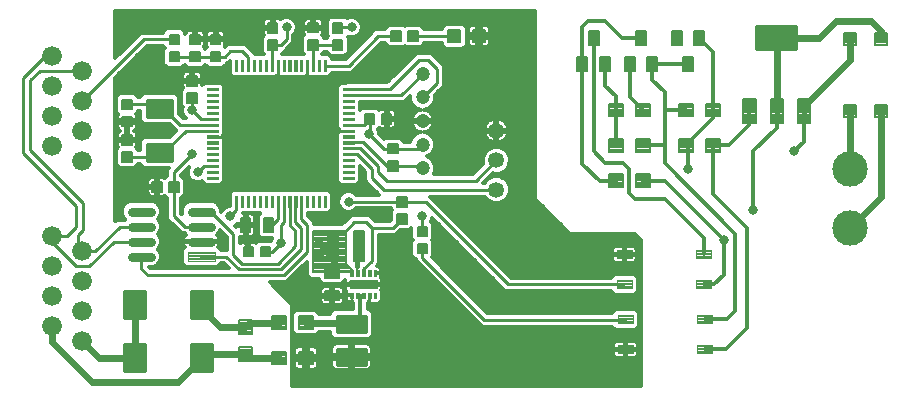
<source format=gtl>
G75*
%MOIN*%
%OFA0B0*%
%FSLAX25Y25*%
%IPPOS*%
%LPD*%
%AMOC8*
5,1,8,0,0,1.08239X$1,22.5*
%
%ADD10C,0.01181*%
%ADD11C,0.00561*%
%ADD12C,0.00750*%
%ADD13C,0.00945*%
%ADD14C,0.06600*%
%ADD15C,0.00472*%
%ADD16C,0.03150*%
%ADD17C,0.00591*%
%ADD18C,0.11811*%
%ADD19C,0.00720*%
%ADD20C,0.01299*%
%ADD21C,0.00709*%
%ADD22C,0.04724*%
%ADD23C,0.00531*%
%ADD24C,0.01004*%
%ADD25C,0.00130*%
%ADD26C,0.00148*%
%ADD27C,0.00496*%
%ADD28C,0.02756*%
%ADD29C,0.05315*%
%ADD30C,0.01200*%
%ADD31C,0.03150*%
%ADD32C,0.00984*%
%ADD33C,0.02362*%
%ADD34C,0.00787*%
%ADD35C,0.01378*%
%ADD36C,0.01969*%
%ADD37C,0.01575*%
D10*
X0081430Y0028224D02*
X0088124Y0028224D01*
X0081430Y0028224D02*
X0081430Y0036886D01*
X0088124Y0036886D01*
X0088124Y0028224D01*
X0088124Y0029404D02*
X0081430Y0029404D01*
X0081430Y0030584D02*
X0088124Y0030584D01*
X0088124Y0031764D02*
X0081430Y0031764D01*
X0081430Y0032944D02*
X0088124Y0032944D01*
X0088124Y0034124D02*
X0081430Y0034124D01*
X0081430Y0035304D02*
X0088124Y0035304D01*
X0088124Y0036484D02*
X0081430Y0036484D01*
X0103635Y0036886D02*
X0110329Y0036886D01*
X0110329Y0028224D01*
X0103635Y0028224D01*
X0103635Y0036886D01*
X0103635Y0029404D02*
X0110329Y0029404D01*
X0110329Y0030584D02*
X0103635Y0030584D01*
X0103635Y0031764D02*
X0110329Y0031764D01*
X0110329Y0032944D02*
X0103635Y0032944D01*
X0103635Y0034124D02*
X0110329Y0034124D01*
X0110329Y0035304D02*
X0103635Y0035304D01*
X0103635Y0036484D02*
X0110329Y0036484D01*
X0110329Y0054603D02*
X0103635Y0054603D01*
X0110329Y0054603D02*
X0110329Y0045941D01*
X0103635Y0045941D01*
X0103635Y0054603D01*
X0103635Y0047121D02*
X0110329Y0047121D01*
X0110329Y0048301D02*
X0103635Y0048301D01*
X0103635Y0049481D02*
X0110329Y0049481D01*
X0110329Y0050661D02*
X0103635Y0050661D01*
X0103635Y0051841D02*
X0110329Y0051841D01*
X0110329Y0053021D02*
X0103635Y0053021D01*
X0103635Y0054201D02*
X0110329Y0054201D01*
X0088124Y0045941D02*
X0081430Y0045941D01*
X0081430Y0054603D01*
X0088124Y0054603D01*
X0088124Y0045941D01*
X0088124Y0047121D02*
X0081430Y0047121D01*
X0081430Y0048301D02*
X0088124Y0048301D01*
X0088124Y0049481D02*
X0081430Y0049481D01*
X0081430Y0050661D02*
X0088124Y0050661D01*
X0088124Y0051841D02*
X0081430Y0051841D01*
X0081430Y0053021D02*
X0088124Y0053021D01*
X0088124Y0054201D02*
X0081430Y0054201D01*
X0156509Y0044366D02*
X0156903Y0043972D01*
X0253923Y0091610D02*
X0261234Y0091610D01*
X0280919Y0071925D01*
X0280919Y0060114D01*
X0277887Y0057083D01*
X0274226Y0057083D01*
X0284856Y0048303D02*
X0281982Y0045429D01*
X0274620Y0045429D01*
X0284856Y0048303D02*
X0284856Y0073894D01*
X0261234Y0097516D01*
X0261234Y0103421D01*
X0253923Y0103421D01*
X0255131Y0104630D01*
X0268545Y0103421D02*
X0269108Y0102858D01*
X0269108Y0095547D01*
X0277545Y0103421D02*
X0277545Y0087110D01*
X0288793Y0075862D01*
X0288793Y0042398D01*
X0281824Y0035429D01*
X0274620Y0035429D01*
X0290761Y0081768D02*
X0290761Y0101453D01*
X0298635Y0109327D01*
X0298635Y0114843D01*
X0289537Y0114843D02*
X0289537Y0110071D01*
X0282887Y0103421D01*
X0277545Y0103421D01*
X0268545Y0103421D02*
X0277545Y0112421D01*
X0277545Y0115232D01*
X0277545Y0134551D01*
X0272848Y0139248D01*
X0268545Y0115232D02*
X0261234Y0115232D01*
X0304541Y0101453D02*
X0307734Y0104646D01*
X0307734Y0114843D01*
D11*
X0178935Y0076370D02*
X0178935Y0073190D01*
X0178935Y0076370D02*
X0182115Y0076370D01*
X0182115Y0073190D01*
X0178935Y0073190D01*
X0178935Y0073750D02*
X0182115Y0073750D01*
X0182115Y0074310D02*
X0178935Y0074310D01*
X0178935Y0074870D02*
X0182115Y0074870D01*
X0182115Y0075430D02*
X0178935Y0075430D01*
X0178935Y0075990D02*
X0182115Y0075990D01*
X0175225Y0077323D02*
X0175225Y0080503D01*
X0175225Y0077323D02*
X0172045Y0077323D01*
X0172045Y0080503D01*
X0175225Y0080503D01*
X0175225Y0077883D02*
X0172045Y0077883D01*
X0172045Y0078443D02*
X0175225Y0078443D01*
X0175225Y0079003D02*
X0172045Y0079003D01*
X0172045Y0079563D02*
X0175225Y0079563D01*
X0175225Y0080123D02*
X0172045Y0080123D01*
X0175225Y0083032D02*
X0175225Y0086212D01*
X0175225Y0083032D02*
X0172045Y0083032D01*
X0172045Y0086212D01*
X0175225Y0086212D01*
X0175225Y0083592D02*
X0172045Y0083592D01*
X0172045Y0084152D02*
X0175225Y0084152D01*
X0175225Y0084712D02*
X0172045Y0084712D01*
X0172045Y0085272D02*
X0175225Y0085272D01*
X0175225Y0085832D02*
X0172045Y0085832D01*
X0169093Y0095040D02*
X0169093Y0098220D01*
X0172273Y0098220D01*
X0172273Y0095040D01*
X0169093Y0095040D01*
X0169093Y0095600D02*
X0172273Y0095600D01*
X0172273Y0096160D02*
X0169093Y0096160D01*
X0169093Y0096720D02*
X0172273Y0096720D01*
X0172273Y0097280D02*
X0169093Y0097280D01*
X0169093Y0097840D02*
X0172273Y0097840D01*
X0169093Y0100749D02*
X0169093Y0103929D01*
X0172273Y0103929D01*
X0172273Y0100749D01*
X0169093Y0100749D01*
X0169093Y0101309D02*
X0172273Y0101309D01*
X0172273Y0101869D02*
X0169093Y0101869D01*
X0169093Y0102429D02*
X0172273Y0102429D01*
X0172273Y0102989D02*
X0169093Y0102989D01*
X0169093Y0103549D02*
X0172273Y0103549D01*
X0170206Y0110690D02*
X0167026Y0110690D01*
X0167026Y0113870D01*
X0170206Y0113870D01*
X0170206Y0110690D01*
X0170206Y0111250D02*
X0167026Y0111250D01*
X0167026Y0111810D02*
X0170206Y0111810D01*
X0170206Y0112370D02*
X0167026Y0112370D01*
X0167026Y0112930D02*
X0170206Y0112930D01*
X0170206Y0113490D02*
X0167026Y0113490D01*
X0164497Y0110690D02*
X0161317Y0110690D01*
X0161317Y0113870D01*
X0164497Y0113870D01*
X0164497Y0110690D01*
X0164497Y0111250D02*
X0161317Y0111250D01*
X0161317Y0111810D02*
X0164497Y0111810D01*
X0164497Y0112370D02*
X0161317Y0112370D01*
X0161317Y0112930D02*
X0164497Y0112930D01*
X0164497Y0113490D02*
X0161317Y0113490D01*
X0113218Y0131457D02*
X0113218Y0134637D01*
X0113218Y0131457D02*
X0110038Y0131457D01*
X0110038Y0134637D01*
X0113218Y0134637D01*
X0113218Y0132017D02*
X0110038Y0132017D01*
X0110038Y0132577D02*
X0113218Y0132577D01*
X0113218Y0133137D02*
X0110038Y0133137D01*
X0110038Y0133697D02*
X0113218Y0133697D01*
X0113218Y0134257D02*
X0110038Y0134257D01*
X0113218Y0137166D02*
X0113218Y0140346D01*
X0113218Y0137166D02*
X0110038Y0137166D01*
X0110038Y0140346D01*
X0113218Y0140346D01*
X0113218Y0137726D02*
X0110038Y0137726D01*
X0110038Y0138286D02*
X0113218Y0138286D01*
X0113218Y0138846D02*
X0110038Y0138846D01*
X0110038Y0139406D02*
X0113218Y0139406D01*
X0113218Y0139966D02*
X0110038Y0139966D01*
X0103148Y0140346D02*
X0103148Y0137166D01*
X0103148Y0140346D02*
X0106328Y0140346D01*
X0106328Y0137166D01*
X0103148Y0137166D01*
X0103148Y0137726D02*
X0106328Y0137726D01*
X0106328Y0138286D02*
X0103148Y0138286D01*
X0103148Y0138846D02*
X0106328Y0138846D01*
X0106328Y0139406D02*
X0103148Y0139406D01*
X0103148Y0139966D02*
X0106328Y0139966D01*
X0096258Y0140346D02*
X0096258Y0137166D01*
X0096258Y0140346D02*
X0099438Y0140346D01*
X0099438Y0137166D01*
X0096258Y0137166D01*
X0096258Y0137726D02*
X0099438Y0137726D01*
X0099438Y0138286D02*
X0096258Y0138286D01*
X0096258Y0138846D02*
X0099438Y0138846D01*
X0099438Y0139406D02*
X0096258Y0139406D01*
X0096258Y0139966D02*
X0099438Y0139966D01*
X0096258Y0134637D02*
X0096258Y0131457D01*
X0096258Y0134637D02*
X0099438Y0134637D01*
X0099438Y0131457D01*
X0096258Y0131457D01*
X0096258Y0132017D02*
X0099438Y0132017D01*
X0099438Y0132577D02*
X0096258Y0132577D01*
X0096258Y0133137D02*
X0099438Y0133137D01*
X0099438Y0133697D02*
X0096258Y0133697D01*
X0096258Y0134257D02*
X0099438Y0134257D01*
X0103148Y0134637D02*
X0103148Y0131457D01*
X0103148Y0134637D02*
X0106328Y0134637D01*
X0106328Y0131457D01*
X0103148Y0131457D01*
X0103148Y0132017D02*
X0106328Y0132017D01*
X0106328Y0132577D02*
X0103148Y0132577D01*
X0103148Y0133137D02*
X0106328Y0133137D01*
X0106328Y0133697D02*
X0103148Y0133697D01*
X0103148Y0134257D02*
X0106328Y0134257D01*
X0105344Y0126566D02*
X0105344Y0123386D01*
X0102164Y0123386D01*
X0102164Y0126566D01*
X0105344Y0126566D01*
X0105344Y0123946D02*
X0102164Y0123946D01*
X0102164Y0124506D02*
X0105344Y0124506D01*
X0105344Y0125066D02*
X0102164Y0125066D01*
X0102164Y0125626D02*
X0105344Y0125626D01*
X0105344Y0126186D02*
X0102164Y0126186D01*
X0105344Y0120858D02*
X0105344Y0117678D01*
X0102164Y0117678D01*
X0102164Y0120858D01*
X0105344Y0120858D01*
X0105344Y0118238D02*
X0102164Y0118238D01*
X0102164Y0118798D02*
X0105344Y0118798D01*
X0105344Y0119358D02*
X0102164Y0119358D01*
X0102164Y0119918D02*
X0105344Y0119918D01*
X0105344Y0120478D02*
X0102164Y0120478D01*
X0080510Y0118692D02*
X0080510Y0115512D01*
X0080510Y0118692D02*
X0083690Y0118692D01*
X0083690Y0115512D01*
X0080510Y0115512D01*
X0080510Y0116072D02*
X0083690Y0116072D01*
X0083690Y0116632D02*
X0080510Y0116632D01*
X0080510Y0117192D02*
X0083690Y0117192D01*
X0083690Y0117752D02*
X0080510Y0117752D01*
X0080510Y0118312D02*
X0083690Y0118312D01*
X0080510Y0112984D02*
X0080510Y0109804D01*
X0080510Y0112984D02*
X0083690Y0112984D01*
X0083690Y0109804D01*
X0080510Y0109804D01*
X0080510Y0110364D02*
X0083690Y0110364D01*
X0083690Y0110924D02*
X0080510Y0110924D01*
X0080510Y0111484D02*
X0083690Y0111484D01*
X0083690Y0112044D02*
X0080510Y0112044D01*
X0080510Y0112604D02*
X0083690Y0112604D01*
X0083690Y0106881D02*
X0083690Y0103701D01*
X0080510Y0103701D01*
X0080510Y0106881D01*
X0083690Y0106881D01*
X0083690Y0104261D02*
X0080510Y0104261D01*
X0080510Y0104821D02*
X0083690Y0104821D01*
X0083690Y0105381D02*
X0080510Y0105381D01*
X0080510Y0105941D02*
X0083690Y0105941D01*
X0083690Y0106501D02*
X0080510Y0106501D01*
X0083690Y0101173D02*
X0083690Y0097993D01*
X0080510Y0097993D01*
X0080510Y0101173D01*
X0083690Y0101173D01*
X0083690Y0098553D02*
X0080510Y0098553D01*
X0080510Y0099113D02*
X0083690Y0099113D01*
X0083690Y0099673D02*
X0080510Y0099673D01*
X0080510Y0100233D02*
X0083690Y0100233D01*
X0083690Y0100793D02*
X0080510Y0100793D01*
X0090451Y0091232D02*
X0093631Y0091232D01*
X0093631Y0088052D01*
X0090451Y0088052D01*
X0090451Y0091232D01*
X0090451Y0088612D02*
X0093631Y0088612D01*
X0093631Y0089172D02*
X0090451Y0089172D01*
X0090451Y0089732D02*
X0093631Y0089732D01*
X0093631Y0090292D02*
X0090451Y0090292D01*
X0090451Y0090852D02*
X0093631Y0090852D01*
X0096160Y0091232D02*
X0099340Y0091232D01*
X0099340Y0088052D01*
X0096160Y0088052D01*
X0096160Y0091232D01*
X0096160Y0088612D02*
X0099340Y0088612D01*
X0099340Y0089172D02*
X0096160Y0089172D01*
X0096160Y0089732D02*
X0099340Y0089732D01*
X0099340Y0090292D02*
X0096160Y0090292D01*
X0096160Y0090852D02*
X0099340Y0090852D01*
X0120963Y0069578D02*
X0124143Y0069578D01*
X0124143Y0066398D01*
X0120963Y0066398D01*
X0120963Y0069578D01*
X0120963Y0066958D02*
X0124143Y0066958D01*
X0124143Y0067518D02*
X0120963Y0067518D01*
X0120963Y0068078D02*
X0124143Y0068078D01*
X0124143Y0068638D02*
X0120963Y0068638D01*
X0120963Y0069198D02*
X0124143Y0069198D01*
X0126671Y0069578D02*
X0129851Y0069578D01*
X0129851Y0066398D01*
X0126671Y0066398D01*
X0126671Y0069578D01*
X0126671Y0066958D02*
X0129851Y0066958D01*
X0129851Y0067518D02*
X0126671Y0067518D01*
X0126671Y0068078D02*
X0129851Y0068078D01*
X0129851Y0068638D02*
X0126671Y0068638D01*
X0126671Y0069198D02*
X0129851Y0069198D01*
X0178935Y0070661D02*
X0178935Y0067481D01*
X0178935Y0070661D02*
X0182115Y0070661D01*
X0182115Y0067481D01*
X0178935Y0067481D01*
X0178935Y0068041D02*
X0182115Y0068041D01*
X0182115Y0068601D02*
X0178935Y0068601D01*
X0178935Y0069161D02*
X0182115Y0069161D01*
X0182115Y0069721D02*
X0178935Y0069721D01*
X0178935Y0070281D02*
X0182115Y0070281D01*
X0153847Y0135316D02*
X0153847Y0138496D01*
X0153847Y0135316D02*
X0150667Y0135316D01*
X0150667Y0138496D01*
X0153847Y0138496D01*
X0153847Y0135876D02*
X0150667Y0135876D01*
X0150667Y0136436D02*
X0153847Y0136436D01*
X0153847Y0136996D02*
X0150667Y0136996D01*
X0150667Y0137556D02*
X0153847Y0137556D01*
X0153847Y0138116D02*
X0150667Y0138116D01*
X0145698Y0138574D02*
X0145698Y0135394D01*
X0142518Y0135394D01*
X0142518Y0138574D01*
X0145698Y0138574D01*
X0145698Y0135954D02*
X0142518Y0135954D01*
X0142518Y0136514D02*
X0145698Y0136514D01*
X0145698Y0137074D02*
X0142518Y0137074D01*
X0142518Y0137634D02*
X0145698Y0137634D01*
X0145698Y0138194D02*
X0142518Y0138194D01*
X0145698Y0141103D02*
X0145698Y0144283D01*
X0145698Y0141103D02*
X0142518Y0141103D01*
X0142518Y0144283D01*
X0145698Y0144283D01*
X0145698Y0141663D02*
X0142518Y0141663D01*
X0142518Y0142223D02*
X0145698Y0142223D01*
X0145698Y0142783D02*
X0142518Y0142783D01*
X0142518Y0143343D02*
X0145698Y0143343D01*
X0145698Y0143903D02*
X0142518Y0143903D01*
X0153847Y0144204D02*
X0153847Y0141024D01*
X0150667Y0141024D01*
X0150667Y0144204D01*
X0153847Y0144204D01*
X0153847Y0141584D02*
X0150667Y0141584D01*
X0150667Y0142144D02*
X0153847Y0142144D01*
X0153847Y0142704D02*
X0150667Y0142704D01*
X0150667Y0143264D02*
X0153847Y0143264D01*
X0153847Y0143824D02*
X0150667Y0143824D01*
X0132194Y0144204D02*
X0132194Y0141024D01*
X0129014Y0141024D01*
X0129014Y0144204D01*
X0132194Y0144204D01*
X0132194Y0141584D02*
X0129014Y0141584D01*
X0129014Y0142144D02*
X0132194Y0142144D01*
X0132194Y0142704D02*
X0129014Y0142704D01*
X0129014Y0143264D02*
X0132194Y0143264D01*
X0132194Y0143824D02*
X0129014Y0143824D01*
X0132194Y0138496D02*
X0132194Y0135316D01*
X0129014Y0135316D01*
X0129014Y0138496D01*
X0132194Y0138496D01*
X0132194Y0135876D02*
X0129014Y0135876D01*
X0129014Y0136436D02*
X0132194Y0136436D01*
X0132194Y0136996D02*
X0129014Y0136996D01*
X0129014Y0137556D02*
X0132194Y0137556D01*
X0132194Y0138116D02*
X0129014Y0138116D01*
X0170175Y0141429D02*
X0173355Y0141429D01*
X0173355Y0138249D01*
X0170175Y0138249D01*
X0170175Y0141429D01*
X0170175Y0138809D02*
X0173355Y0138809D01*
X0173355Y0139369D02*
X0170175Y0139369D01*
X0170175Y0139929D02*
X0173355Y0139929D01*
X0173355Y0140489D02*
X0170175Y0140489D01*
X0170175Y0141049D02*
X0173355Y0141049D01*
X0175884Y0141429D02*
X0179064Y0141429D01*
X0179064Y0138249D01*
X0175884Y0138249D01*
X0175884Y0141429D01*
X0175884Y0138809D02*
X0179064Y0138809D01*
X0179064Y0139369D02*
X0175884Y0139369D01*
X0175884Y0139929D02*
X0179064Y0139929D01*
X0179064Y0140489D02*
X0175884Y0140489D01*
X0175884Y0141049D02*
X0179064Y0141049D01*
D12*
X0247248Y0117357D02*
X0247248Y0113107D01*
X0242598Y0113107D01*
X0242598Y0117357D01*
X0247248Y0117357D01*
X0247248Y0113856D02*
X0242598Y0113856D01*
X0242598Y0114605D02*
X0247248Y0114605D01*
X0247248Y0115354D02*
X0242598Y0115354D01*
X0242598Y0116103D02*
X0247248Y0116103D01*
X0247248Y0116852D02*
X0242598Y0116852D01*
X0256248Y0117357D02*
X0256248Y0113107D01*
X0251598Y0113107D01*
X0251598Y0117357D01*
X0256248Y0117357D01*
X0256248Y0113856D02*
X0251598Y0113856D01*
X0251598Y0114605D02*
X0256248Y0114605D01*
X0256248Y0115354D02*
X0251598Y0115354D01*
X0251598Y0116103D02*
X0256248Y0116103D01*
X0256248Y0116852D02*
X0251598Y0116852D01*
X0270870Y0117357D02*
X0270870Y0113107D01*
X0266220Y0113107D01*
X0266220Y0117357D01*
X0270870Y0117357D01*
X0270870Y0113856D02*
X0266220Y0113856D01*
X0266220Y0114605D02*
X0270870Y0114605D01*
X0270870Y0115354D02*
X0266220Y0115354D01*
X0266220Y0116103D02*
X0270870Y0116103D01*
X0270870Y0116852D02*
X0266220Y0116852D01*
X0279870Y0117357D02*
X0279870Y0113107D01*
X0275220Y0113107D01*
X0275220Y0117357D01*
X0279870Y0117357D01*
X0279870Y0113856D02*
X0275220Y0113856D01*
X0275220Y0114605D02*
X0279870Y0114605D01*
X0279870Y0115354D02*
X0275220Y0115354D01*
X0275220Y0116103D02*
X0279870Y0116103D01*
X0279870Y0116852D02*
X0275220Y0116852D01*
X0279870Y0105546D02*
X0279870Y0101296D01*
X0275220Y0101296D01*
X0275220Y0105546D01*
X0279870Y0105546D01*
X0279870Y0102045D02*
X0275220Y0102045D01*
X0275220Y0102794D02*
X0279870Y0102794D01*
X0279870Y0103543D02*
X0275220Y0103543D01*
X0275220Y0104292D02*
X0279870Y0104292D01*
X0279870Y0105041D02*
X0275220Y0105041D01*
X0270870Y0105546D02*
X0270870Y0101296D01*
X0266220Y0101296D01*
X0266220Y0105546D01*
X0270870Y0105546D01*
X0270870Y0102045D02*
X0266220Y0102045D01*
X0266220Y0102794D02*
X0270870Y0102794D01*
X0270870Y0103543D02*
X0266220Y0103543D01*
X0266220Y0104292D02*
X0270870Y0104292D01*
X0270870Y0105041D02*
X0266220Y0105041D01*
X0251598Y0105546D02*
X0251598Y0101296D01*
X0251598Y0105546D02*
X0256248Y0105546D01*
X0256248Y0101296D01*
X0251598Y0101296D01*
X0251598Y0102045D02*
X0256248Y0102045D01*
X0256248Y0102794D02*
X0251598Y0102794D01*
X0251598Y0103543D02*
X0256248Y0103543D01*
X0256248Y0104292D02*
X0251598Y0104292D01*
X0251598Y0105041D02*
X0256248Y0105041D01*
X0242598Y0105546D02*
X0242598Y0101296D01*
X0242598Y0105546D02*
X0247248Y0105546D01*
X0247248Y0101296D01*
X0242598Y0101296D01*
X0242598Y0102045D02*
X0247248Y0102045D01*
X0247248Y0102794D02*
X0242598Y0102794D01*
X0242598Y0103543D02*
X0247248Y0103543D01*
X0247248Y0104292D02*
X0242598Y0104292D01*
X0242598Y0105041D02*
X0247248Y0105041D01*
X0247248Y0093735D02*
X0247248Y0089485D01*
X0242598Y0089485D01*
X0242598Y0093735D01*
X0247248Y0093735D01*
X0247248Y0090234D02*
X0242598Y0090234D01*
X0242598Y0090983D02*
X0247248Y0090983D01*
X0247248Y0091732D02*
X0242598Y0091732D01*
X0242598Y0092481D02*
X0247248Y0092481D01*
X0247248Y0093230D02*
X0242598Y0093230D01*
X0256248Y0093735D02*
X0256248Y0089485D01*
X0251598Y0089485D01*
X0251598Y0093735D01*
X0256248Y0093735D01*
X0256248Y0090234D02*
X0251598Y0090234D01*
X0251598Y0090983D02*
X0256248Y0090983D01*
X0256248Y0091732D02*
X0251598Y0091732D01*
X0251598Y0092481D02*
X0256248Y0092481D01*
X0256248Y0093230D02*
X0251598Y0093230D01*
X0139393Y0046491D02*
X0139393Y0042241D01*
X0139393Y0046491D02*
X0144043Y0046491D01*
X0144043Y0042241D01*
X0139393Y0042241D01*
X0139393Y0042990D02*
X0144043Y0042990D01*
X0144043Y0043739D02*
X0139393Y0043739D01*
X0139393Y0044488D02*
X0144043Y0044488D01*
X0144043Y0045237D02*
X0139393Y0045237D01*
X0139393Y0045986D02*
X0144043Y0045986D01*
X0130393Y0046491D02*
X0130393Y0042241D01*
X0130393Y0046491D02*
X0135043Y0046491D01*
X0135043Y0042241D01*
X0130393Y0042241D01*
X0130393Y0042990D02*
X0135043Y0042990D01*
X0135043Y0043739D02*
X0130393Y0043739D01*
X0130393Y0044488D02*
X0135043Y0044488D01*
X0135043Y0045237D02*
X0130393Y0045237D01*
X0130393Y0045986D02*
X0135043Y0045986D01*
X0123595Y0040636D02*
X0119345Y0040636D01*
X0119345Y0045286D01*
X0123595Y0045286D01*
X0123595Y0040636D01*
X0123595Y0041385D02*
X0119345Y0041385D01*
X0119345Y0042134D02*
X0123595Y0042134D01*
X0123595Y0042883D02*
X0119345Y0042883D01*
X0119345Y0043632D02*
X0123595Y0043632D01*
X0123595Y0044381D02*
X0119345Y0044381D01*
X0119345Y0045130D02*
X0123595Y0045130D01*
X0123595Y0031636D02*
X0119345Y0031636D01*
X0119345Y0036286D01*
X0123595Y0036286D01*
X0123595Y0031636D01*
X0123595Y0032385D02*
X0119345Y0032385D01*
X0119345Y0033134D02*
X0123595Y0033134D01*
X0123595Y0033883D02*
X0119345Y0033883D01*
X0119345Y0034632D02*
X0123595Y0034632D01*
X0123595Y0035381D02*
X0119345Y0035381D01*
X0119345Y0036130D02*
X0123595Y0036130D01*
X0130393Y0034680D02*
X0130393Y0030430D01*
X0130393Y0034680D02*
X0135043Y0034680D01*
X0135043Y0030430D01*
X0130393Y0030430D01*
X0130393Y0031179D02*
X0135043Y0031179D01*
X0135043Y0031928D02*
X0130393Y0031928D01*
X0130393Y0032677D02*
X0135043Y0032677D01*
X0135043Y0033426D02*
X0130393Y0033426D01*
X0130393Y0034175D02*
X0135043Y0034175D01*
X0139393Y0034680D02*
X0139393Y0030430D01*
X0139393Y0034680D02*
X0144043Y0034680D01*
X0144043Y0030430D01*
X0139393Y0030430D01*
X0139393Y0031179D02*
X0144043Y0031179D01*
X0144043Y0031928D02*
X0139393Y0031928D01*
X0139393Y0032677D02*
X0144043Y0032677D01*
X0144043Y0033426D02*
X0139393Y0033426D01*
X0139393Y0034175D02*
X0144043Y0034175D01*
D13*
X0152060Y0035626D02*
X0152060Y0030272D01*
X0152060Y0035626D02*
X0161746Y0035626D01*
X0161746Y0030272D01*
X0152060Y0030272D01*
X0152060Y0031216D02*
X0161746Y0031216D01*
X0161746Y0032160D02*
X0152060Y0032160D01*
X0152060Y0033104D02*
X0161746Y0033104D01*
X0161746Y0034048D02*
X0152060Y0034048D01*
X0152060Y0034992D02*
X0161746Y0034992D01*
X0152060Y0041295D02*
X0152060Y0046649D01*
X0161746Y0046649D01*
X0161746Y0041295D01*
X0152060Y0041295D01*
X0152060Y0042239D02*
X0161746Y0042239D01*
X0161746Y0043183D02*
X0152060Y0043183D01*
X0152060Y0044127D02*
X0161746Y0044127D01*
X0161746Y0045071D02*
X0152060Y0045071D01*
X0152060Y0046015D02*
X0161746Y0046015D01*
D14*
X0067100Y0048205D03*
X0057100Y0053205D03*
X0067100Y0058205D03*
X0057100Y0063205D03*
X0067100Y0068205D03*
X0057100Y0073205D03*
X0067100Y0098205D03*
X0057100Y0103205D03*
X0067100Y0108205D03*
X0057100Y0113205D03*
X0067100Y0118205D03*
X0057100Y0123205D03*
X0067100Y0128205D03*
X0057100Y0133205D03*
X0057100Y0043205D03*
X0067100Y0038205D03*
D15*
X0102376Y0067733D02*
X0111352Y0067733D01*
X0111352Y0065055D01*
X0102376Y0065055D01*
X0102376Y0067733D01*
X0102376Y0065526D02*
X0111352Y0065526D01*
X0111352Y0065997D02*
X0102376Y0065997D01*
X0102376Y0066468D02*
X0111352Y0066468D01*
X0111352Y0066939D02*
X0102376Y0066939D01*
X0102376Y0067410D02*
X0111352Y0067410D01*
X0245328Y0068422D02*
X0250368Y0068422D01*
X0250368Y0065744D01*
X0245328Y0065744D01*
X0245328Y0068422D01*
X0245328Y0066215D02*
X0250368Y0066215D01*
X0250368Y0066686D02*
X0245328Y0066686D01*
X0245328Y0067157D02*
X0250368Y0067157D01*
X0250368Y0067628D02*
X0245328Y0067628D01*
X0245328Y0068099D02*
X0250368Y0068099D01*
X0271706Y0068422D02*
X0276746Y0068422D01*
X0276746Y0065744D01*
X0271706Y0065744D01*
X0271706Y0068422D01*
X0271706Y0066215D02*
X0276746Y0066215D01*
X0276746Y0066686D02*
X0271706Y0066686D01*
X0271706Y0067157D02*
X0276746Y0067157D01*
X0276746Y0067628D02*
X0271706Y0067628D01*
X0271706Y0068099D02*
X0276746Y0068099D01*
X0276746Y0058422D02*
X0271706Y0058422D01*
X0276746Y0058422D02*
X0276746Y0055744D01*
X0271706Y0055744D01*
X0271706Y0058422D01*
X0271706Y0056215D02*
X0276746Y0056215D01*
X0276746Y0056686D02*
X0271706Y0056686D01*
X0271706Y0057157D02*
X0276746Y0057157D01*
X0276746Y0057628D02*
X0271706Y0057628D01*
X0271706Y0058099D02*
X0276746Y0058099D01*
X0277140Y0044090D02*
X0272100Y0044090D01*
X0272100Y0046768D01*
X0277140Y0046768D01*
X0277140Y0044090D01*
X0277140Y0044561D02*
X0272100Y0044561D01*
X0272100Y0045032D02*
X0277140Y0045032D01*
X0277140Y0045503D02*
X0272100Y0045503D01*
X0272100Y0045974D02*
X0277140Y0045974D01*
X0277140Y0046445D02*
X0272100Y0046445D01*
X0250762Y0044090D02*
X0245722Y0044090D01*
X0245722Y0046768D01*
X0250762Y0046768D01*
X0250762Y0044090D01*
X0250762Y0044561D02*
X0245722Y0044561D01*
X0245722Y0045032D02*
X0250762Y0045032D01*
X0250762Y0045503D02*
X0245722Y0045503D01*
X0245722Y0045974D02*
X0250762Y0045974D01*
X0250762Y0046445D02*
X0245722Y0046445D01*
X0245328Y0058422D02*
X0250368Y0058422D01*
X0250368Y0055744D01*
X0245328Y0055744D01*
X0245328Y0058422D01*
X0245328Y0056215D02*
X0250368Y0056215D01*
X0250368Y0056686D02*
X0245328Y0056686D01*
X0245328Y0057157D02*
X0250368Y0057157D01*
X0250368Y0057628D02*
X0245328Y0057628D01*
X0245328Y0058099D02*
X0250368Y0058099D01*
X0250762Y0034090D02*
X0245722Y0034090D01*
X0245722Y0036768D01*
X0250762Y0036768D01*
X0250762Y0034090D01*
X0250762Y0034561D02*
X0245722Y0034561D01*
X0245722Y0035032D02*
X0250762Y0035032D01*
X0250762Y0035503D02*
X0245722Y0035503D01*
X0245722Y0035974D02*
X0250762Y0035974D01*
X0250762Y0036445D02*
X0245722Y0036445D01*
X0272100Y0034090D02*
X0277140Y0034090D01*
X0272100Y0034090D02*
X0272100Y0036768D01*
X0277140Y0036768D01*
X0277140Y0034090D01*
X0277140Y0034561D02*
X0272100Y0034561D01*
X0272100Y0035032D02*
X0277140Y0035032D01*
X0277140Y0035503D02*
X0272100Y0035503D01*
X0272100Y0035974D02*
X0277140Y0035974D01*
X0277140Y0036445D02*
X0272100Y0036445D01*
D16*
X0110013Y0071394D02*
X0103715Y0071394D01*
X0103715Y0076394D02*
X0110013Y0076394D01*
X0110013Y0081394D02*
X0103715Y0081394D01*
X0090013Y0081394D02*
X0083715Y0081394D01*
X0083715Y0076394D02*
X0090013Y0076394D01*
X0090013Y0071394D02*
X0083715Y0071394D01*
X0083715Y0066394D02*
X0090013Y0066394D01*
D17*
X0148931Y0064937D02*
X0148931Y0074977D01*
X0152277Y0074977D01*
X0152277Y0064937D01*
X0148931Y0064937D01*
X0148931Y0065527D02*
X0152277Y0065527D01*
X0152277Y0066117D02*
X0148931Y0066117D01*
X0148931Y0066707D02*
X0152277Y0066707D01*
X0152277Y0067297D02*
X0148931Y0067297D01*
X0148931Y0067887D02*
X0152277Y0067887D01*
X0152277Y0068477D02*
X0148931Y0068477D01*
X0148931Y0069067D02*
X0152277Y0069067D01*
X0152277Y0069657D02*
X0148931Y0069657D01*
X0148931Y0070247D02*
X0152277Y0070247D01*
X0152277Y0070837D02*
X0148931Y0070837D01*
X0148931Y0071427D02*
X0152277Y0071427D01*
X0152277Y0072017D02*
X0148931Y0072017D01*
X0148931Y0072607D02*
X0152277Y0072607D01*
X0152277Y0073197D02*
X0148931Y0073197D01*
X0148931Y0073787D02*
X0152277Y0073787D01*
X0152277Y0074377D02*
X0148931Y0074377D01*
X0148931Y0074967D02*
X0152277Y0074967D01*
X0157592Y0074977D02*
X0157592Y0064937D01*
X0157592Y0074977D02*
X0160938Y0074977D01*
X0160938Y0064937D01*
X0157592Y0064937D01*
X0157592Y0065527D02*
X0160938Y0065527D01*
X0160938Y0066117D02*
X0157592Y0066117D01*
X0157592Y0066707D02*
X0160938Y0066707D01*
X0160938Y0067297D02*
X0157592Y0067297D01*
X0157592Y0067887D02*
X0160938Y0067887D01*
X0160938Y0068477D02*
X0157592Y0068477D01*
X0157592Y0069067D02*
X0160938Y0069067D01*
X0160938Y0069657D02*
X0157592Y0069657D01*
X0157592Y0070247D02*
X0160938Y0070247D01*
X0160938Y0070837D02*
X0157592Y0070837D01*
X0157592Y0071427D02*
X0160938Y0071427D01*
X0160938Y0072017D02*
X0157592Y0072017D01*
X0157592Y0072607D02*
X0160938Y0072607D01*
X0160938Y0073197D02*
X0157592Y0073197D01*
X0157592Y0073787D02*
X0160938Y0073787D01*
X0160938Y0074377D02*
X0157592Y0074377D01*
X0157592Y0074967D02*
X0160938Y0074967D01*
X0232199Y0128126D02*
X0235545Y0128126D01*
X0232199Y0128126D02*
X0232199Y0133048D01*
X0235545Y0133048D01*
X0235545Y0128126D01*
X0235545Y0128716D02*
X0232199Y0128716D01*
X0232199Y0129306D02*
X0235545Y0129306D01*
X0235545Y0129896D02*
X0232199Y0129896D01*
X0232199Y0130486D02*
X0235545Y0130486D01*
X0235545Y0131076D02*
X0232199Y0131076D01*
X0232199Y0131666D02*
X0235545Y0131666D01*
X0235545Y0132256D02*
X0232199Y0132256D01*
X0232199Y0132846D02*
X0235545Y0132846D01*
X0239679Y0128126D02*
X0243025Y0128126D01*
X0239679Y0128126D02*
X0239679Y0133048D01*
X0243025Y0133048D01*
X0243025Y0128126D01*
X0243025Y0128716D02*
X0239679Y0128716D01*
X0239679Y0129306D02*
X0243025Y0129306D01*
X0243025Y0129896D02*
X0239679Y0129896D01*
X0239679Y0130486D02*
X0243025Y0130486D01*
X0243025Y0131076D02*
X0239679Y0131076D01*
X0239679Y0131666D02*
X0243025Y0131666D01*
X0243025Y0132256D02*
X0239679Y0132256D01*
X0239679Y0132846D02*
X0243025Y0132846D01*
X0247947Y0128126D02*
X0251293Y0128126D01*
X0247947Y0128126D02*
X0247947Y0133048D01*
X0251293Y0133048D01*
X0251293Y0128126D01*
X0251293Y0128716D02*
X0247947Y0128716D01*
X0247947Y0129306D02*
X0251293Y0129306D01*
X0251293Y0129896D02*
X0247947Y0129896D01*
X0247947Y0130486D02*
X0251293Y0130486D01*
X0251293Y0131076D02*
X0247947Y0131076D01*
X0247947Y0131666D02*
X0251293Y0131666D01*
X0251293Y0132256D02*
X0247947Y0132256D01*
X0247947Y0132846D02*
X0251293Y0132846D01*
X0255427Y0128126D02*
X0258773Y0128126D01*
X0255427Y0128126D02*
X0255427Y0133048D01*
X0258773Y0133048D01*
X0258773Y0128126D01*
X0258773Y0128716D02*
X0255427Y0128716D01*
X0255427Y0129306D02*
X0258773Y0129306D01*
X0258773Y0129896D02*
X0255427Y0129896D01*
X0255427Y0130486D02*
X0258773Y0130486D01*
X0258773Y0131076D02*
X0255427Y0131076D01*
X0255427Y0131666D02*
X0258773Y0131666D01*
X0258773Y0132256D02*
X0255427Y0132256D01*
X0255427Y0132846D02*
X0258773Y0132846D01*
X0267435Y0133048D02*
X0270781Y0133048D01*
X0270781Y0128126D01*
X0267435Y0128126D01*
X0267435Y0133048D01*
X0267435Y0128716D02*
X0270781Y0128716D01*
X0270781Y0129306D02*
X0267435Y0129306D01*
X0267435Y0129896D02*
X0270781Y0129896D01*
X0270781Y0130486D02*
X0267435Y0130486D01*
X0267435Y0131076D02*
X0270781Y0131076D01*
X0270781Y0131666D02*
X0267435Y0131666D01*
X0267435Y0132256D02*
X0270781Y0132256D01*
X0270781Y0132846D02*
X0267435Y0132846D01*
X0267041Y0141709D02*
X0263695Y0141709D01*
X0267041Y0141709D02*
X0267041Y0136787D01*
X0263695Y0136787D01*
X0263695Y0141709D01*
X0263695Y0137377D02*
X0267041Y0137377D01*
X0267041Y0137967D02*
X0263695Y0137967D01*
X0263695Y0138557D02*
X0267041Y0138557D01*
X0267041Y0139147D02*
X0263695Y0139147D01*
X0263695Y0139737D02*
X0267041Y0139737D01*
X0267041Y0140327D02*
X0263695Y0140327D01*
X0263695Y0140917D02*
X0267041Y0140917D01*
X0267041Y0141507D02*
X0263695Y0141507D01*
X0271175Y0141709D02*
X0274521Y0141709D01*
X0274521Y0136787D01*
X0271175Y0136787D01*
X0271175Y0141709D01*
X0271175Y0137377D02*
X0274521Y0137377D01*
X0274521Y0137967D02*
X0271175Y0137967D01*
X0271175Y0138557D02*
X0274521Y0138557D01*
X0274521Y0139147D02*
X0271175Y0139147D01*
X0271175Y0139737D02*
X0274521Y0139737D01*
X0274521Y0140327D02*
X0271175Y0140327D01*
X0271175Y0140917D02*
X0274521Y0140917D01*
X0274521Y0141507D02*
X0271175Y0141507D01*
X0255033Y0136787D02*
X0251687Y0136787D01*
X0251687Y0141709D01*
X0255033Y0141709D01*
X0255033Y0136787D01*
X0255033Y0137377D02*
X0251687Y0137377D01*
X0251687Y0137967D02*
X0255033Y0137967D01*
X0255033Y0138557D02*
X0251687Y0138557D01*
X0251687Y0139147D02*
X0255033Y0139147D01*
X0255033Y0139737D02*
X0251687Y0139737D01*
X0251687Y0140327D02*
X0255033Y0140327D01*
X0255033Y0140917D02*
X0251687Y0140917D01*
X0251687Y0141507D02*
X0255033Y0141507D01*
X0239285Y0136787D02*
X0235939Y0136787D01*
X0235939Y0141709D01*
X0239285Y0141709D01*
X0239285Y0136787D01*
X0239285Y0137377D02*
X0235939Y0137377D01*
X0235939Y0137967D02*
X0239285Y0137967D01*
X0239285Y0138557D02*
X0235939Y0138557D01*
X0235939Y0139147D02*
X0239285Y0139147D01*
X0239285Y0139737D02*
X0235939Y0139737D01*
X0235939Y0140327D02*
X0239285Y0140327D01*
X0239285Y0140917D02*
X0235939Y0140917D01*
X0235939Y0141507D02*
X0239285Y0141507D01*
D18*
X0323045Y0095547D03*
X0323045Y0075862D03*
D19*
X0309773Y0110804D02*
X0305695Y0110804D01*
X0305695Y0118882D01*
X0309773Y0118882D01*
X0309773Y0110804D01*
X0309773Y0111523D02*
X0305695Y0111523D01*
X0305695Y0112242D02*
X0309773Y0112242D01*
X0309773Y0112961D02*
X0305695Y0112961D01*
X0305695Y0113680D02*
X0309773Y0113680D01*
X0309773Y0114399D02*
X0305695Y0114399D01*
X0305695Y0115118D02*
X0309773Y0115118D01*
X0309773Y0115837D02*
X0305695Y0115837D01*
X0305695Y0116556D02*
X0309773Y0116556D01*
X0309773Y0117275D02*
X0305695Y0117275D01*
X0305695Y0117994D02*
X0309773Y0117994D01*
X0309773Y0118713D02*
X0305695Y0118713D01*
X0300674Y0110804D02*
X0296596Y0110804D01*
X0296596Y0118882D01*
X0300674Y0118882D01*
X0300674Y0110804D01*
X0300674Y0111523D02*
X0296596Y0111523D01*
X0296596Y0112242D02*
X0300674Y0112242D01*
X0300674Y0112961D02*
X0296596Y0112961D01*
X0296596Y0113680D02*
X0300674Y0113680D01*
X0300674Y0114399D02*
X0296596Y0114399D01*
X0296596Y0115118D02*
X0300674Y0115118D01*
X0300674Y0115837D02*
X0296596Y0115837D01*
X0296596Y0116556D02*
X0300674Y0116556D01*
X0300674Y0117275D02*
X0296596Y0117275D01*
X0296596Y0117994D02*
X0300674Y0117994D01*
X0300674Y0118713D02*
X0296596Y0118713D01*
X0291576Y0110804D02*
X0287498Y0110804D01*
X0287498Y0118882D01*
X0291576Y0118882D01*
X0291576Y0110804D01*
X0291576Y0111523D02*
X0287498Y0111523D01*
X0287498Y0112242D02*
X0291576Y0112242D01*
X0291576Y0112961D02*
X0287498Y0112961D01*
X0287498Y0113680D02*
X0291576Y0113680D01*
X0291576Y0114399D02*
X0287498Y0114399D01*
X0287498Y0115118D02*
X0291576Y0115118D01*
X0291576Y0115837D02*
X0287498Y0115837D01*
X0287498Y0116556D02*
X0291576Y0116556D01*
X0291576Y0117275D02*
X0287498Y0117275D01*
X0287498Y0117994D02*
X0291576Y0117994D01*
X0291576Y0118713D02*
X0287498Y0118713D01*
D20*
X0292198Y0135563D02*
X0305072Y0135563D01*
X0292198Y0135563D02*
X0292198Y0142925D01*
X0305072Y0142925D01*
X0305072Y0135563D01*
X0305072Y0136861D02*
X0292198Y0136861D01*
X0292198Y0138159D02*
X0305072Y0138159D01*
X0305072Y0139457D02*
X0292198Y0139457D01*
X0292198Y0140755D02*
X0305072Y0140755D01*
X0305072Y0142053D02*
X0292198Y0142053D01*
D21*
X0321037Y0137043D02*
X0325053Y0137043D01*
X0321037Y0137043D02*
X0321037Y0141059D01*
X0325053Y0141059D01*
X0325053Y0137043D01*
X0325053Y0137751D02*
X0321037Y0137751D01*
X0321037Y0138459D02*
X0325053Y0138459D01*
X0325053Y0139167D02*
X0321037Y0139167D01*
X0321037Y0139875D02*
X0325053Y0139875D01*
X0325053Y0140583D02*
X0321037Y0140583D01*
X0331273Y0137043D02*
X0335289Y0137043D01*
X0331273Y0137043D02*
X0331273Y0141059D01*
X0335289Y0141059D01*
X0335289Y0137043D01*
X0335289Y0137751D02*
X0331273Y0137751D01*
X0331273Y0138459D02*
X0335289Y0138459D01*
X0335289Y0139167D02*
X0331273Y0139167D01*
X0331273Y0139875D02*
X0335289Y0139875D01*
X0335289Y0140583D02*
X0331273Y0140583D01*
X0331273Y0117043D02*
X0335289Y0117043D01*
X0335289Y0113027D01*
X0331273Y0113027D01*
X0331273Y0117043D01*
X0331273Y0113735D02*
X0335289Y0113735D01*
X0335289Y0114443D02*
X0331273Y0114443D01*
X0331273Y0115151D02*
X0335289Y0115151D01*
X0335289Y0115859D02*
X0331273Y0115859D01*
X0331273Y0116567D02*
X0335289Y0116567D01*
X0325053Y0117043D02*
X0321037Y0117043D01*
X0325053Y0117043D02*
X0325053Y0113027D01*
X0321037Y0113027D01*
X0321037Y0117043D01*
X0321037Y0113735D02*
X0325053Y0113735D01*
X0325053Y0114443D02*
X0321037Y0114443D01*
X0321037Y0115151D02*
X0325053Y0115151D01*
X0325053Y0115859D02*
X0321037Y0115859D01*
X0321037Y0116567D02*
X0325053Y0116567D01*
X0197415Y0137831D02*
X0197415Y0141847D01*
X0201431Y0141847D01*
X0201431Y0137831D01*
X0197415Y0137831D01*
X0197415Y0138539D02*
X0201431Y0138539D01*
X0201431Y0139247D02*
X0197415Y0139247D01*
X0197415Y0139955D02*
X0201431Y0139955D01*
X0201431Y0140663D02*
X0197415Y0140663D01*
X0197415Y0141371D02*
X0201431Y0141371D01*
X0189147Y0141847D02*
X0189147Y0137831D01*
X0189147Y0141847D02*
X0193163Y0141847D01*
X0193163Y0137831D01*
X0189147Y0137831D01*
X0189147Y0138539D02*
X0193163Y0138539D01*
X0193163Y0139247D02*
X0189147Y0139247D01*
X0189147Y0139955D02*
X0193163Y0139955D01*
X0193163Y0140663D02*
X0189147Y0140663D01*
X0189147Y0141371D02*
X0193163Y0141371D01*
D22*
X0180604Y0127319D03*
X0180604Y0119445D03*
X0180604Y0111571D03*
X0180604Y0103697D03*
X0180604Y0095823D03*
D23*
X0130653Y0079140D02*
X0127641Y0079140D01*
X0130653Y0079140D02*
X0130653Y0074552D01*
X0127641Y0074552D01*
X0127641Y0079140D01*
X0127641Y0075082D02*
X0130653Y0075082D01*
X0130653Y0075612D02*
X0127641Y0075612D01*
X0127641Y0076142D02*
X0130653Y0076142D01*
X0130653Y0076672D02*
X0127641Y0076672D01*
X0127641Y0077202D02*
X0130653Y0077202D01*
X0130653Y0077732D02*
X0127641Y0077732D01*
X0127641Y0078262D02*
X0130653Y0078262D01*
X0130653Y0078792D02*
X0127641Y0078792D01*
X0123173Y0079140D02*
X0120161Y0079140D01*
X0123173Y0079140D02*
X0123173Y0074552D01*
X0120161Y0074552D01*
X0120161Y0079140D01*
X0120161Y0075082D02*
X0123173Y0075082D01*
X0123173Y0075612D02*
X0120161Y0075612D01*
X0120161Y0076142D02*
X0123173Y0076142D01*
X0123173Y0076672D02*
X0120161Y0076672D01*
X0120161Y0077202D02*
X0123173Y0077202D01*
X0123173Y0077732D02*
X0120161Y0077732D01*
X0120161Y0078262D02*
X0123173Y0078262D01*
X0123173Y0078792D02*
X0120161Y0078792D01*
X0148113Y0062329D02*
X0148113Y0059317D01*
X0148113Y0062329D02*
X0152701Y0062329D01*
X0152701Y0059317D01*
X0148113Y0059317D01*
X0148113Y0059847D02*
X0152701Y0059847D01*
X0152701Y0060377D02*
X0148113Y0060377D01*
X0148113Y0060907D02*
X0152701Y0060907D01*
X0152701Y0061437D02*
X0148113Y0061437D01*
X0148113Y0061967D02*
X0152701Y0061967D01*
X0148113Y0054849D02*
X0148113Y0051837D01*
X0148113Y0054849D02*
X0152701Y0054849D01*
X0152701Y0051837D01*
X0148113Y0051837D01*
X0148113Y0052367D02*
X0152701Y0052367D01*
X0152701Y0052897D02*
X0148113Y0052897D01*
X0148113Y0053427D02*
X0152701Y0053427D01*
X0152701Y0053957D02*
X0148113Y0053957D01*
X0148113Y0054487D02*
X0152701Y0054487D01*
D24*
X0097149Y0098215D02*
X0088705Y0098215D01*
X0088705Y0103903D01*
X0097149Y0103903D01*
X0097149Y0098215D01*
X0097149Y0099218D02*
X0088705Y0099218D01*
X0088705Y0100221D02*
X0097149Y0100221D01*
X0097149Y0101224D02*
X0088705Y0101224D01*
X0088705Y0102227D02*
X0097149Y0102227D01*
X0097149Y0103230D02*
X0088705Y0103230D01*
X0088705Y0112782D02*
X0097149Y0112782D01*
X0088705Y0112782D02*
X0088705Y0118470D01*
X0097149Y0118470D01*
X0097149Y0112782D01*
X0097149Y0113785D02*
X0088705Y0113785D01*
X0088705Y0114788D02*
X0097149Y0114788D01*
X0097149Y0115791D02*
X0088705Y0115791D01*
X0088705Y0116794D02*
X0097149Y0116794D01*
X0097149Y0117797D02*
X0088705Y0117797D01*
D25*
X0108740Y0117817D02*
X0108740Y0118553D01*
X0112546Y0118553D01*
X0112546Y0117817D01*
X0108740Y0117817D01*
X0108740Y0117946D02*
X0112546Y0117946D01*
X0112546Y0118075D02*
X0108740Y0118075D01*
X0108740Y0118204D02*
X0112546Y0118204D01*
X0112546Y0118333D02*
X0108740Y0118333D01*
X0108740Y0118462D02*
X0112546Y0118462D01*
X0108740Y0119786D02*
X0108740Y0120522D01*
X0112546Y0120522D01*
X0112546Y0119786D01*
X0108740Y0119786D01*
X0108740Y0119915D02*
X0112546Y0119915D01*
X0112546Y0120044D02*
X0108740Y0120044D01*
X0108740Y0120173D02*
X0112546Y0120173D01*
X0112546Y0120302D02*
X0108740Y0120302D01*
X0108740Y0120431D02*
X0112546Y0120431D01*
X0108740Y0121754D02*
X0108740Y0122490D01*
X0112546Y0122490D01*
X0112546Y0121754D01*
X0108740Y0121754D01*
X0108740Y0121883D02*
X0112546Y0121883D01*
X0112546Y0122012D02*
X0108740Y0122012D01*
X0108740Y0122141D02*
X0112546Y0122141D01*
X0112546Y0122270D02*
X0108740Y0122270D01*
X0108740Y0122399D02*
X0112546Y0122399D01*
X0108740Y0116585D02*
X0108740Y0115849D01*
X0108740Y0116585D02*
X0112546Y0116585D01*
X0112546Y0115849D01*
X0108740Y0115849D01*
X0108740Y0115978D02*
X0112546Y0115978D01*
X0112546Y0116107D02*
X0108740Y0116107D01*
X0108740Y0116236D02*
X0112546Y0116236D01*
X0112546Y0116365D02*
X0108740Y0116365D01*
X0108740Y0116494D02*
X0112546Y0116494D01*
X0108740Y0114616D02*
X0108740Y0113880D01*
X0108740Y0114616D02*
X0112546Y0114616D01*
X0112546Y0113880D01*
X0108740Y0113880D01*
X0108740Y0114009D02*
X0112546Y0114009D01*
X0112546Y0114138D02*
X0108740Y0114138D01*
X0108740Y0114267D02*
X0112546Y0114267D01*
X0112546Y0114396D02*
X0108740Y0114396D01*
X0108740Y0114525D02*
X0112546Y0114525D01*
X0108740Y0112648D02*
X0108740Y0111912D01*
X0108740Y0112648D02*
X0112546Y0112648D01*
X0112546Y0111912D01*
X0108740Y0111912D01*
X0108740Y0112041D02*
X0112546Y0112041D01*
X0112546Y0112170D02*
X0108740Y0112170D01*
X0108740Y0112299D02*
X0112546Y0112299D01*
X0112546Y0112428D02*
X0108740Y0112428D01*
X0108740Y0112557D02*
X0112546Y0112557D01*
X0108740Y0110679D02*
X0108740Y0109943D01*
X0108740Y0110679D02*
X0112546Y0110679D01*
X0112546Y0109943D01*
X0108740Y0109943D01*
X0108740Y0110072D02*
X0112546Y0110072D01*
X0112546Y0110201D02*
X0108740Y0110201D01*
X0108740Y0110330D02*
X0112546Y0110330D01*
X0112546Y0110459D02*
X0108740Y0110459D01*
X0108740Y0110588D02*
X0112546Y0110588D01*
X0108740Y0108711D02*
X0108740Y0107975D01*
X0108740Y0108711D02*
X0112546Y0108711D01*
X0112546Y0107975D01*
X0108740Y0107975D01*
X0108740Y0108104D02*
X0112546Y0108104D01*
X0112546Y0108233D02*
X0108740Y0108233D01*
X0108740Y0108362D02*
X0112546Y0108362D01*
X0112546Y0108491D02*
X0108740Y0108491D01*
X0108740Y0108620D02*
X0112546Y0108620D01*
X0108740Y0106742D02*
X0108740Y0106006D01*
X0108740Y0106742D02*
X0112546Y0106742D01*
X0112546Y0106006D01*
X0108740Y0106006D01*
X0108740Y0106135D02*
X0112546Y0106135D01*
X0112546Y0106264D02*
X0108740Y0106264D01*
X0108740Y0106393D02*
X0112546Y0106393D01*
X0112546Y0106522D02*
X0108740Y0106522D01*
X0108740Y0106651D02*
X0112546Y0106651D01*
X0108740Y0104774D02*
X0108740Y0104038D01*
X0108740Y0104774D02*
X0112546Y0104774D01*
X0112546Y0104038D01*
X0108740Y0104038D01*
X0108740Y0104167D02*
X0112546Y0104167D01*
X0112546Y0104296D02*
X0108740Y0104296D01*
X0108740Y0104425D02*
X0112546Y0104425D01*
X0112546Y0104554D02*
X0108740Y0104554D01*
X0108740Y0104683D02*
X0112546Y0104683D01*
X0108740Y0102805D02*
X0108740Y0102069D01*
X0108740Y0102805D02*
X0112546Y0102805D01*
X0112546Y0102069D01*
X0108740Y0102069D01*
X0108740Y0102198D02*
X0112546Y0102198D01*
X0112546Y0102327D02*
X0108740Y0102327D01*
X0108740Y0102456D02*
X0112546Y0102456D01*
X0112546Y0102585D02*
X0108740Y0102585D01*
X0108740Y0102714D02*
X0112546Y0102714D01*
X0108740Y0100837D02*
X0108740Y0100101D01*
X0108740Y0100837D02*
X0112546Y0100837D01*
X0112546Y0100101D01*
X0108740Y0100101D01*
X0108740Y0100230D02*
X0112546Y0100230D01*
X0112546Y0100359D02*
X0108740Y0100359D01*
X0108740Y0100488D02*
X0112546Y0100488D01*
X0112546Y0100617D02*
X0108740Y0100617D01*
X0108740Y0100746D02*
X0112546Y0100746D01*
X0108740Y0098868D02*
X0108740Y0098132D01*
X0108740Y0098868D02*
X0112546Y0098868D01*
X0112546Y0098132D01*
X0108740Y0098132D01*
X0108740Y0098261D02*
X0112546Y0098261D01*
X0112546Y0098390D02*
X0108740Y0098390D01*
X0108740Y0098519D02*
X0112546Y0098519D01*
X0112546Y0098648D02*
X0108740Y0098648D01*
X0108740Y0098777D02*
X0112546Y0098777D01*
X0108740Y0096899D02*
X0108740Y0096163D01*
X0108740Y0096899D02*
X0112546Y0096899D01*
X0112546Y0096163D01*
X0108740Y0096163D01*
X0108740Y0096292D02*
X0112546Y0096292D01*
X0112546Y0096421D02*
X0108740Y0096421D01*
X0108740Y0096550D02*
X0112546Y0096550D01*
X0112546Y0096679D02*
X0108740Y0096679D01*
X0108740Y0096808D02*
X0112546Y0096808D01*
X0108740Y0094931D02*
X0108740Y0094195D01*
X0108740Y0094931D02*
X0112546Y0094931D01*
X0112546Y0094195D01*
X0108740Y0094195D01*
X0108740Y0094324D02*
X0112546Y0094324D01*
X0112546Y0094453D02*
X0108740Y0094453D01*
X0108740Y0094582D02*
X0112546Y0094582D01*
X0112546Y0094711D02*
X0108740Y0094711D01*
X0108740Y0094840D02*
X0112546Y0094840D01*
X0108740Y0092962D02*
X0108740Y0092226D01*
X0108740Y0092962D02*
X0112546Y0092962D01*
X0112546Y0092226D01*
X0108740Y0092226D01*
X0108740Y0092355D02*
X0112546Y0092355D01*
X0112546Y0092484D02*
X0108740Y0092484D01*
X0108740Y0092613D02*
X0112546Y0092613D01*
X0112546Y0092742D02*
X0108740Y0092742D01*
X0108740Y0092871D02*
X0112546Y0092871D01*
X0118149Y0082817D02*
X0118885Y0082817D01*
X0118149Y0082817D02*
X0118149Y0086623D01*
X0118885Y0086623D01*
X0118885Y0082817D01*
X0118885Y0082946D02*
X0118149Y0082946D01*
X0118149Y0083075D02*
X0118885Y0083075D01*
X0118885Y0083204D02*
X0118149Y0083204D01*
X0118149Y0083333D02*
X0118885Y0083333D01*
X0118885Y0083462D02*
X0118149Y0083462D01*
X0118149Y0083591D02*
X0118885Y0083591D01*
X0118885Y0083720D02*
X0118149Y0083720D01*
X0118149Y0083849D02*
X0118885Y0083849D01*
X0118885Y0083978D02*
X0118149Y0083978D01*
X0118149Y0084107D02*
X0118885Y0084107D01*
X0118885Y0084236D02*
X0118149Y0084236D01*
X0118149Y0084365D02*
X0118885Y0084365D01*
X0118885Y0084494D02*
X0118149Y0084494D01*
X0118149Y0084623D02*
X0118885Y0084623D01*
X0118885Y0084752D02*
X0118149Y0084752D01*
X0118149Y0084881D02*
X0118885Y0084881D01*
X0118885Y0085010D02*
X0118149Y0085010D01*
X0118149Y0085139D02*
X0118885Y0085139D01*
X0118885Y0085268D02*
X0118149Y0085268D01*
X0118149Y0085397D02*
X0118885Y0085397D01*
X0118885Y0085526D02*
X0118149Y0085526D01*
X0118149Y0085655D02*
X0118885Y0085655D01*
X0118885Y0085784D02*
X0118149Y0085784D01*
X0118149Y0085913D02*
X0118885Y0085913D01*
X0118885Y0086042D02*
X0118149Y0086042D01*
X0118149Y0086171D02*
X0118885Y0086171D01*
X0118885Y0086300D02*
X0118149Y0086300D01*
X0118149Y0086429D02*
X0118885Y0086429D01*
X0118885Y0086558D02*
X0118149Y0086558D01*
X0120118Y0082817D02*
X0120854Y0082817D01*
X0120118Y0082817D02*
X0120118Y0086623D01*
X0120854Y0086623D01*
X0120854Y0082817D01*
X0120854Y0082946D02*
X0120118Y0082946D01*
X0120118Y0083075D02*
X0120854Y0083075D01*
X0120854Y0083204D02*
X0120118Y0083204D01*
X0120118Y0083333D02*
X0120854Y0083333D01*
X0120854Y0083462D02*
X0120118Y0083462D01*
X0120118Y0083591D02*
X0120854Y0083591D01*
X0120854Y0083720D02*
X0120118Y0083720D01*
X0120118Y0083849D02*
X0120854Y0083849D01*
X0120854Y0083978D02*
X0120118Y0083978D01*
X0120118Y0084107D02*
X0120854Y0084107D01*
X0120854Y0084236D02*
X0120118Y0084236D01*
X0120118Y0084365D02*
X0120854Y0084365D01*
X0120854Y0084494D02*
X0120118Y0084494D01*
X0120118Y0084623D02*
X0120854Y0084623D01*
X0120854Y0084752D02*
X0120118Y0084752D01*
X0120118Y0084881D02*
X0120854Y0084881D01*
X0120854Y0085010D02*
X0120118Y0085010D01*
X0120118Y0085139D02*
X0120854Y0085139D01*
X0120854Y0085268D02*
X0120118Y0085268D01*
X0120118Y0085397D02*
X0120854Y0085397D01*
X0120854Y0085526D02*
X0120118Y0085526D01*
X0120118Y0085655D02*
X0120854Y0085655D01*
X0120854Y0085784D02*
X0120118Y0085784D01*
X0120118Y0085913D02*
X0120854Y0085913D01*
X0120854Y0086042D02*
X0120118Y0086042D01*
X0120118Y0086171D02*
X0120854Y0086171D01*
X0120854Y0086300D02*
X0120118Y0086300D01*
X0120118Y0086429D02*
X0120854Y0086429D01*
X0120854Y0086558D02*
X0120118Y0086558D01*
X0122086Y0082817D02*
X0122822Y0082817D01*
X0122086Y0082817D02*
X0122086Y0086623D01*
X0122822Y0086623D01*
X0122822Y0082817D01*
X0122822Y0082946D02*
X0122086Y0082946D01*
X0122086Y0083075D02*
X0122822Y0083075D01*
X0122822Y0083204D02*
X0122086Y0083204D01*
X0122086Y0083333D02*
X0122822Y0083333D01*
X0122822Y0083462D02*
X0122086Y0083462D01*
X0122086Y0083591D02*
X0122822Y0083591D01*
X0122822Y0083720D02*
X0122086Y0083720D01*
X0122086Y0083849D02*
X0122822Y0083849D01*
X0122822Y0083978D02*
X0122086Y0083978D01*
X0122086Y0084107D02*
X0122822Y0084107D01*
X0122822Y0084236D02*
X0122086Y0084236D01*
X0122086Y0084365D02*
X0122822Y0084365D01*
X0122822Y0084494D02*
X0122086Y0084494D01*
X0122086Y0084623D02*
X0122822Y0084623D01*
X0122822Y0084752D02*
X0122086Y0084752D01*
X0122086Y0084881D02*
X0122822Y0084881D01*
X0122822Y0085010D02*
X0122086Y0085010D01*
X0122086Y0085139D02*
X0122822Y0085139D01*
X0122822Y0085268D02*
X0122086Y0085268D01*
X0122086Y0085397D02*
X0122822Y0085397D01*
X0122822Y0085526D02*
X0122086Y0085526D01*
X0122086Y0085655D02*
X0122822Y0085655D01*
X0122822Y0085784D02*
X0122086Y0085784D01*
X0122086Y0085913D02*
X0122822Y0085913D01*
X0122822Y0086042D02*
X0122086Y0086042D01*
X0122086Y0086171D02*
X0122822Y0086171D01*
X0122822Y0086300D02*
X0122086Y0086300D01*
X0122086Y0086429D02*
X0122822Y0086429D01*
X0122822Y0086558D02*
X0122086Y0086558D01*
X0124055Y0082817D02*
X0124791Y0082817D01*
X0124055Y0082817D02*
X0124055Y0086623D01*
X0124791Y0086623D01*
X0124791Y0082817D01*
X0124791Y0082946D02*
X0124055Y0082946D01*
X0124055Y0083075D02*
X0124791Y0083075D01*
X0124791Y0083204D02*
X0124055Y0083204D01*
X0124055Y0083333D02*
X0124791Y0083333D01*
X0124791Y0083462D02*
X0124055Y0083462D01*
X0124055Y0083591D02*
X0124791Y0083591D01*
X0124791Y0083720D02*
X0124055Y0083720D01*
X0124055Y0083849D02*
X0124791Y0083849D01*
X0124791Y0083978D02*
X0124055Y0083978D01*
X0124055Y0084107D02*
X0124791Y0084107D01*
X0124791Y0084236D02*
X0124055Y0084236D01*
X0124055Y0084365D02*
X0124791Y0084365D01*
X0124791Y0084494D02*
X0124055Y0084494D01*
X0124055Y0084623D02*
X0124791Y0084623D01*
X0124791Y0084752D02*
X0124055Y0084752D01*
X0124055Y0084881D02*
X0124791Y0084881D01*
X0124791Y0085010D02*
X0124055Y0085010D01*
X0124055Y0085139D02*
X0124791Y0085139D01*
X0124791Y0085268D02*
X0124055Y0085268D01*
X0124055Y0085397D02*
X0124791Y0085397D01*
X0124791Y0085526D02*
X0124055Y0085526D01*
X0124055Y0085655D02*
X0124791Y0085655D01*
X0124791Y0085784D02*
X0124055Y0085784D01*
X0124055Y0085913D02*
X0124791Y0085913D01*
X0124791Y0086042D02*
X0124055Y0086042D01*
X0124055Y0086171D02*
X0124791Y0086171D01*
X0124791Y0086300D02*
X0124055Y0086300D01*
X0124055Y0086429D02*
X0124791Y0086429D01*
X0124791Y0086558D02*
X0124055Y0086558D01*
X0126023Y0082817D02*
X0126759Y0082817D01*
X0126023Y0082817D02*
X0126023Y0086623D01*
X0126759Y0086623D01*
X0126759Y0082817D01*
X0126759Y0082946D02*
X0126023Y0082946D01*
X0126023Y0083075D02*
X0126759Y0083075D01*
X0126759Y0083204D02*
X0126023Y0083204D01*
X0126023Y0083333D02*
X0126759Y0083333D01*
X0126759Y0083462D02*
X0126023Y0083462D01*
X0126023Y0083591D02*
X0126759Y0083591D01*
X0126759Y0083720D02*
X0126023Y0083720D01*
X0126023Y0083849D02*
X0126759Y0083849D01*
X0126759Y0083978D02*
X0126023Y0083978D01*
X0126023Y0084107D02*
X0126759Y0084107D01*
X0126759Y0084236D02*
X0126023Y0084236D01*
X0126023Y0084365D02*
X0126759Y0084365D01*
X0126759Y0084494D02*
X0126023Y0084494D01*
X0126023Y0084623D02*
X0126759Y0084623D01*
X0126759Y0084752D02*
X0126023Y0084752D01*
X0126023Y0084881D02*
X0126759Y0084881D01*
X0126759Y0085010D02*
X0126023Y0085010D01*
X0126023Y0085139D02*
X0126759Y0085139D01*
X0126759Y0085268D02*
X0126023Y0085268D01*
X0126023Y0085397D02*
X0126759Y0085397D01*
X0126759Y0085526D02*
X0126023Y0085526D01*
X0126023Y0085655D02*
X0126759Y0085655D01*
X0126759Y0085784D02*
X0126023Y0085784D01*
X0126023Y0085913D02*
X0126759Y0085913D01*
X0126759Y0086042D02*
X0126023Y0086042D01*
X0126023Y0086171D02*
X0126759Y0086171D01*
X0126759Y0086300D02*
X0126023Y0086300D01*
X0126023Y0086429D02*
X0126759Y0086429D01*
X0126759Y0086558D02*
X0126023Y0086558D01*
X0127992Y0082817D02*
X0128728Y0082817D01*
X0127992Y0082817D02*
X0127992Y0086623D01*
X0128728Y0086623D01*
X0128728Y0082817D01*
X0128728Y0082946D02*
X0127992Y0082946D01*
X0127992Y0083075D02*
X0128728Y0083075D01*
X0128728Y0083204D02*
X0127992Y0083204D01*
X0127992Y0083333D02*
X0128728Y0083333D01*
X0128728Y0083462D02*
X0127992Y0083462D01*
X0127992Y0083591D02*
X0128728Y0083591D01*
X0128728Y0083720D02*
X0127992Y0083720D01*
X0127992Y0083849D02*
X0128728Y0083849D01*
X0128728Y0083978D02*
X0127992Y0083978D01*
X0127992Y0084107D02*
X0128728Y0084107D01*
X0128728Y0084236D02*
X0127992Y0084236D01*
X0127992Y0084365D02*
X0128728Y0084365D01*
X0128728Y0084494D02*
X0127992Y0084494D01*
X0127992Y0084623D02*
X0128728Y0084623D01*
X0128728Y0084752D02*
X0127992Y0084752D01*
X0127992Y0084881D02*
X0128728Y0084881D01*
X0128728Y0085010D02*
X0127992Y0085010D01*
X0127992Y0085139D02*
X0128728Y0085139D01*
X0128728Y0085268D02*
X0127992Y0085268D01*
X0127992Y0085397D02*
X0128728Y0085397D01*
X0128728Y0085526D02*
X0127992Y0085526D01*
X0127992Y0085655D02*
X0128728Y0085655D01*
X0128728Y0085784D02*
X0127992Y0085784D01*
X0127992Y0085913D02*
X0128728Y0085913D01*
X0128728Y0086042D02*
X0127992Y0086042D01*
X0127992Y0086171D02*
X0128728Y0086171D01*
X0128728Y0086300D02*
X0127992Y0086300D01*
X0127992Y0086429D02*
X0128728Y0086429D01*
X0128728Y0086558D02*
X0127992Y0086558D01*
X0129960Y0082817D02*
X0130696Y0082817D01*
X0129960Y0082817D02*
X0129960Y0086623D01*
X0130696Y0086623D01*
X0130696Y0082817D01*
X0130696Y0082946D02*
X0129960Y0082946D01*
X0129960Y0083075D02*
X0130696Y0083075D01*
X0130696Y0083204D02*
X0129960Y0083204D01*
X0129960Y0083333D02*
X0130696Y0083333D01*
X0130696Y0083462D02*
X0129960Y0083462D01*
X0129960Y0083591D02*
X0130696Y0083591D01*
X0130696Y0083720D02*
X0129960Y0083720D01*
X0129960Y0083849D02*
X0130696Y0083849D01*
X0130696Y0083978D02*
X0129960Y0083978D01*
X0129960Y0084107D02*
X0130696Y0084107D01*
X0130696Y0084236D02*
X0129960Y0084236D01*
X0129960Y0084365D02*
X0130696Y0084365D01*
X0130696Y0084494D02*
X0129960Y0084494D01*
X0129960Y0084623D02*
X0130696Y0084623D01*
X0130696Y0084752D02*
X0129960Y0084752D01*
X0129960Y0084881D02*
X0130696Y0084881D01*
X0130696Y0085010D02*
X0129960Y0085010D01*
X0129960Y0085139D02*
X0130696Y0085139D01*
X0130696Y0085268D02*
X0129960Y0085268D01*
X0129960Y0085397D02*
X0130696Y0085397D01*
X0130696Y0085526D02*
X0129960Y0085526D01*
X0129960Y0085655D02*
X0130696Y0085655D01*
X0130696Y0085784D02*
X0129960Y0085784D01*
X0129960Y0085913D02*
X0130696Y0085913D01*
X0130696Y0086042D02*
X0129960Y0086042D01*
X0129960Y0086171D02*
X0130696Y0086171D01*
X0130696Y0086300D02*
X0129960Y0086300D01*
X0129960Y0086429D02*
X0130696Y0086429D01*
X0130696Y0086558D02*
X0129960Y0086558D01*
X0131929Y0082817D02*
X0132665Y0082817D01*
X0131929Y0082817D02*
X0131929Y0086623D01*
X0132665Y0086623D01*
X0132665Y0082817D01*
X0132665Y0082946D02*
X0131929Y0082946D01*
X0131929Y0083075D02*
X0132665Y0083075D01*
X0132665Y0083204D02*
X0131929Y0083204D01*
X0131929Y0083333D02*
X0132665Y0083333D01*
X0132665Y0083462D02*
X0131929Y0083462D01*
X0131929Y0083591D02*
X0132665Y0083591D01*
X0132665Y0083720D02*
X0131929Y0083720D01*
X0131929Y0083849D02*
X0132665Y0083849D01*
X0132665Y0083978D02*
X0131929Y0083978D01*
X0131929Y0084107D02*
X0132665Y0084107D01*
X0132665Y0084236D02*
X0131929Y0084236D01*
X0131929Y0084365D02*
X0132665Y0084365D01*
X0132665Y0084494D02*
X0131929Y0084494D01*
X0131929Y0084623D02*
X0132665Y0084623D01*
X0132665Y0084752D02*
X0131929Y0084752D01*
X0131929Y0084881D02*
X0132665Y0084881D01*
X0132665Y0085010D02*
X0131929Y0085010D01*
X0131929Y0085139D02*
X0132665Y0085139D01*
X0132665Y0085268D02*
X0131929Y0085268D01*
X0131929Y0085397D02*
X0132665Y0085397D01*
X0132665Y0085526D02*
X0131929Y0085526D01*
X0131929Y0085655D02*
X0132665Y0085655D01*
X0132665Y0085784D02*
X0131929Y0085784D01*
X0131929Y0085913D02*
X0132665Y0085913D01*
X0132665Y0086042D02*
X0131929Y0086042D01*
X0131929Y0086171D02*
X0132665Y0086171D01*
X0132665Y0086300D02*
X0131929Y0086300D01*
X0131929Y0086429D02*
X0132665Y0086429D01*
X0132665Y0086558D02*
X0131929Y0086558D01*
X0133897Y0082817D02*
X0134633Y0082817D01*
X0133897Y0082817D02*
X0133897Y0086623D01*
X0134633Y0086623D01*
X0134633Y0082817D01*
X0134633Y0082946D02*
X0133897Y0082946D01*
X0133897Y0083075D02*
X0134633Y0083075D01*
X0134633Y0083204D02*
X0133897Y0083204D01*
X0133897Y0083333D02*
X0134633Y0083333D01*
X0134633Y0083462D02*
X0133897Y0083462D01*
X0133897Y0083591D02*
X0134633Y0083591D01*
X0134633Y0083720D02*
X0133897Y0083720D01*
X0133897Y0083849D02*
X0134633Y0083849D01*
X0134633Y0083978D02*
X0133897Y0083978D01*
X0133897Y0084107D02*
X0134633Y0084107D01*
X0134633Y0084236D02*
X0133897Y0084236D01*
X0133897Y0084365D02*
X0134633Y0084365D01*
X0134633Y0084494D02*
X0133897Y0084494D01*
X0133897Y0084623D02*
X0134633Y0084623D01*
X0134633Y0084752D02*
X0133897Y0084752D01*
X0133897Y0084881D02*
X0134633Y0084881D01*
X0134633Y0085010D02*
X0133897Y0085010D01*
X0133897Y0085139D02*
X0134633Y0085139D01*
X0134633Y0085268D02*
X0133897Y0085268D01*
X0133897Y0085397D02*
X0134633Y0085397D01*
X0134633Y0085526D02*
X0133897Y0085526D01*
X0133897Y0085655D02*
X0134633Y0085655D01*
X0134633Y0085784D02*
X0133897Y0085784D01*
X0133897Y0085913D02*
X0134633Y0085913D01*
X0134633Y0086042D02*
X0133897Y0086042D01*
X0133897Y0086171D02*
X0134633Y0086171D01*
X0134633Y0086300D02*
X0133897Y0086300D01*
X0133897Y0086429D02*
X0134633Y0086429D01*
X0134633Y0086558D02*
X0133897Y0086558D01*
X0135866Y0082817D02*
X0136602Y0082817D01*
X0135866Y0082817D02*
X0135866Y0086623D01*
X0136602Y0086623D01*
X0136602Y0082817D01*
X0136602Y0082946D02*
X0135866Y0082946D01*
X0135866Y0083075D02*
X0136602Y0083075D01*
X0136602Y0083204D02*
X0135866Y0083204D01*
X0135866Y0083333D02*
X0136602Y0083333D01*
X0136602Y0083462D02*
X0135866Y0083462D01*
X0135866Y0083591D02*
X0136602Y0083591D01*
X0136602Y0083720D02*
X0135866Y0083720D01*
X0135866Y0083849D02*
X0136602Y0083849D01*
X0136602Y0083978D02*
X0135866Y0083978D01*
X0135866Y0084107D02*
X0136602Y0084107D01*
X0136602Y0084236D02*
X0135866Y0084236D01*
X0135866Y0084365D02*
X0136602Y0084365D01*
X0136602Y0084494D02*
X0135866Y0084494D01*
X0135866Y0084623D02*
X0136602Y0084623D01*
X0136602Y0084752D02*
X0135866Y0084752D01*
X0135866Y0084881D02*
X0136602Y0084881D01*
X0136602Y0085010D02*
X0135866Y0085010D01*
X0135866Y0085139D02*
X0136602Y0085139D01*
X0136602Y0085268D02*
X0135866Y0085268D01*
X0135866Y0085397D02*
X0136602Y0085397D01*
X0136602Y0085526D02*
X0135866Y0085526D01*
X0135866Y0085655D02*
X0136602Y0085655D01*
X0136602Y0085784D02*
X0135866Y0085784D01*
X0135866Y0085913D02*
X0136602Y0085913D01*
X0136602Y0086042D02*
X0135866Y0086042D01*
X0135866Y0086171D02*
X0136602Y0086171D01*
X0136602Y0086300D02*
X0135866Y0086300D01*
X0135866Y0086429D02*
X0136602Y0086429D01*
X0136602Y0086558D02*
X0135866Y0086558D01*
X0137834Y0082817D02*
X0138570Y0082817D01*
X0137834Y0082817D02*
X0137834Y0086623D01*
X0138570Y0086623D01*
X0138570Y0082817D01*
X0138570Y0082946D02*
X0137834Y0082946D01*
X0137834Y0083075D02*
X0138570Y0083075D01*
X0138570Y0083204D02*
X0137834Y0083204D01*
X0137834Y0083333D02*
X0138570Y0083333D01*
X0138570Y0083462D02*
X0137834Y0083462D01*
X0137834Y0083591D02*
X0138570Y0083591D01*
X0138570Y0083720D02*
X0137834Y0083720D01*
X0137834Y0083849D02*
X0138570Y0083849D01*
X0138570Y0083978D02*
X0137834Y0083978D01*
X0137834Y0084107D02*
X0138570Y0084107D01*
X0138570Y0084236D02*
X0137834Y0084236D01*
X0137834Y0084365D02*
X0138570Y0084365D01*
X0138570Y0084494D02*
X0137834Y0084494D01*
X0137834Y0084623D02*
X0138570Y0084623D01*
X0138570Y0084752D02*
X0137834Y0084752D01*
X0137834Y0084881D02*
X0138570Y0084881D01*
X0138570Y0085010D02*
X0137834Y0085010D01*
X0137834Y0085139D02*
X0138570Y0085139D01*
X0138570Y0085268D02*
X0137834Y0085268D01*
X0137834Y0085397D02*
X0138570Y0085397D01*
X0138570Y0085526D02*
X0137834Y0085526D01*
X0137834Y0085655D02*
X0138570Y0085655D01*
X0138570Y0085784D02*
X0137834Y0085784D01*
X0137834Y0085913D02*
X0138570Y0085913D01*
X0138570Y0086042D02*
X0137834Y0086042D01*
X0137834Y0086171D02*
X0138570Y0086171D01*
X0138570Y0086300D02*
X0137834Y0086300D01*
X0137834Y0086429D02*
X0138570Y0086429D01*
X0138570Y0086558D02*
X0137834Y0086558D01*
X0139803Y0082817D02*
X0140539Y0082817D01*
X0139803Y0082817D02*
X0139803Y0086623D01*
X0140539Y0086623D01*
X0140539Y0082817D01*
X0140539Y0082946D02*
X0139803Y0082946D01*
X0139803Y0083075D02*
X0140539Y0083075D01*
X0140539Y0083204D02*
X0139803Y0083204D01*
X0139803Y0083333D02*
X0140539Y0083333D01*
X0140539Y0083462D02*
X0139803Y0083462D01*
X0139803Y0083591D02*
X0140539Y0083591D01*
X0140539Y0083720D02*
X0139803Y0083720D01*
X0139803Y0083849D02*
X0140539Y0083849D01*
X0140539Y0083978D02*
X0139803Y0083978D01*
X0139803Y0084107D02*
X0140539Y0084107D01*
X0140539Y0084236D02*
X0139803Y0084236D01*
X0139803Y0084365D02*
X0140539Y0084365D01*
X0140539Y0084494D02*
X0139803Y0084494D01*
X0139803Y0084623D02*
X0140539Y0084623D01*
X0140539Y0084752D02*
X0139803Y0084752D01*
X0139803Y0084881D02*
X0140539Y0084881D01*
X0140539Y0085010D02*
X0139803Y0085010D01*
X0139803Y0085139D02*
X0140539Y0085139D01*
X0140539Y0085268D02*
X0139803Y0085268D01*
X0139803Y0085397D02*
X0140539Y0085397D01*
X0140539Y0085526D02*
X0139803Y0085526D01*
X0139803Y0085655D02*
X0140539Y0085655D01*
X0140539Y0085784D02*
X0139803Y0085784D01*
X0139803Y0085913D02*
X0140539Y0085913D01*
X0140539Y0086042D02*
X0139803Y0086042D01*
X0139803Y0086171D02*
X0140539Y0086171D01*
X0140539Y0086300D02*
X0139803Y0086300D01*
X0139803Y0086429D02*
X0140539Y0086429D01*
X0140539Y0086558D02*
X0139803Y0086558D01*
X0141771Y0082817D02*
X0142507Y0082817D01*
X0141771Y0082817D02*
X0141771Y0086623D01*
X0142507Y0086623D01*
X0142507Y0082817D01*
X0142507Y0082946D02*
X0141771Y0082946D01*
X0141771Y0083075D02*
X0142507Y0083075D01*
X0142507Y0083204D02*
X0141771Y0083204D01*
X0141771Y0083333D02*
X0142507Y0083333D01*
X0142507Y0083462D02*
X0141771Y0083462D01*
X0141771Y0083591D02*
X0142507Y0083591D01*
X0142507Y0083720D02*
X0141771Y0083720D01*
X0141771Y0083849D02*
X0142507Y0083849D01*
X0142507Y0083978D02*
X0141771Y0083978D01*
X0141771Y0084107D02*
X0142507Y0084107D01*
X0142507Y0084236D02*
X0141771Y0084236D01*
X0141771Y0084365D02*
X0142507Y0084365D01*
X0142507Y0084494D02*
X0141771Y0084494D01*
X0141771Y0084623D02*
X0142507Y0084623D01*
X0142507Y0084752D02*
X0141771Y0084752D01*
X0141771Y0084881D02*
X0142507Y0084881D01*
X0142507Y0085010D02*
X0141771Y0085010D01*
X0141771Y0085139D02*
X0142507Y0085139D01*
X0142507Y0085268D02*
X0141771Y0085268D01*
X0141771Y0085397D02*
X0142507Y0085397D01*
X0142507Y0085526D02*
X0141771Y0085526D01*
X0141771Y0085655D02*
X0142507Y0085655D01*
X0142507Y0085784D02*
X0141771Y0085784D01*
X0141771Y0085913D02*
X0142507Y0085913D01*
X0142507Y0086042D02*
X0141771Y0086042D01*
X0141771Y0086171D02*
X0142507Y0086171D01*
X0142507Y0086300D02*
X0141771Y0086300D01*
X0141771Y0086429D02*
X0142507Y0086429D01*
X0142507Y0086558D02*
X0141771Y0086558D01*
X0143740Y0082817D02*
X0144476Y0082817D01*
X0143740Y0082817D02*
X0143740Y0086623D01*
X0144476Y0086623D01*
X0144476Y0082817D01*
X0144476Y0082946D02*
X0143740Y0082946D01*
X0143740Y0083075D02*
X0144476Y0083075D01*
X0144476Y0083204D02*
X0143740Y0083204D01*
X0143740Y0083333D02*
X0144476Y0083333D01*
X0144476Y0083462D02*
X0143740Y0083462D01*
X0143740Y0083591D02*
X0144476Y0083591D01*
X0144476Y0083720D02*
X0143740Y0083720D01*
X0143740Y0083849D02*
X0144476Y0083849D01*
X0144476Y0083978D02*
X0143740Y0083978D01*
X0143740Y0084107D02*
X0144476Y0084107D01*
X0144476Y0084236D02*
X0143740Y0084236D01*
X0143740Y0084365D02*
X0144476Y0084365D01*
X0144476Y0084494D02*
X0143740Y0084494D01*
X0143740Y0084623D02*
X0144476Y0084623D01*
X0144476Y0084752D02*
X0143740Y0084752D01*
X0143740Y0084881D02*
X0144476Y0084881D01*
X0144476Y0085010D02*
X0143740Y0085010D01*
X0143740Y0085139D02*
X0144476Y0085139D01*
X0144476Y0085268D02*
X0143740Y0085268D01*
X0143740Y0085397D02*
X0144476Y0085397D01*
X0144476Y0085526D02*
X0143740Y0085526D01*
X0143740Y0085655D02*
X0144476Y0085655D01*
X0144476Y0085784D02*
X0143740Y0085784D01*
X0143740Y0085913D02*
X0144476Y0085913D01*
X0144476Y0086042D02*
X0143740Y0086042D01*
X0143740Y0086171D02*
X0144476Y0086171D01*
X0144476Y0086300D02*
X0143740Y0086300D01*
X0143740Y0086429D02*
X0144476Y0086429D01*
X0144476Y0086558D02*
X0143740Y0086558D01*
X0145708Y0082817D02*
X0146444Y0082817D01*
X0145708Y0082817D02*
X0145708Y0086623D01*
X0146444Y0086623D01*
X0146444Y0082817D01*
X0146444Y0082946D02*
X0145708Y0082946D01*
X0145708Y0083075D02*
X0146444Y0083075D01*
X0146444Y0083204D02*
X0145708Y0083204D01*
X0145708Y0083333D02*
X0146444Y0083333D01*
X0146444Y0083462D02*
X0145708Y0083462D01*
X0145708Y0083591D02*
X0146444Y0083591D01*
X0146444Y0083720D02*
X0145708Y0083720D01*
X0145708Y0083849D02*
X0146444Y0083849D01*
X0146444Y0083978D02*
X0145708Y0083978D01*
X0145708Y0084107D02*
X0146444Y0084107D01*
X0146444Y0084236D02*
X0145708Y0084236D01*
X0145708Y0084365D02*
X0146444Y0084365D01*
X0146444Y0084494D02*
X0145708Y0084494D01*
X0145708Y0084623D02*
X0146444Y0084623D01*
X0146444Y0084752D02*
X0145708Y0084752D01*
X0145708Y0084881D02*
X0146444Y0084881D01*
X0146444Y0085010D02*
X0145708Y0085010D01*
X0145708Y0085139D02*
X0146444Y0085139D01*
X0146444Y0085268D02*
X0145708Y0085268D01*
X0145708Y0085397D02*
X0146444Y0085397D01*
X0146444Y0085526D02*
X0145708Y0085526D01*
X0145708Y0085655D02*
X0146444Y0085655D01*
X0146444Y0085784D02*
X0145708Y0085784D01*
X0145708Y0085913D02*
X0146444Y0085913D01*
X0146444Y0086042D02*
X0145708Y0086042D01*
X0145708Y0086171D02*
X0146444Y0086171D01*
X0146444Y0086300D02*
X0145708Y0086300D01*
X0145708Y0086429D02*
X0146444Y0086429D01*
X0146444Y0086558D02*
X0145708Y0086558D01*
X0147677Y0082817D02*
X0148413Y0082817D01*
X0147677Y0082817D02*
X0147677Y0086623D01*
X0148413Y0086623D01*
X0148413Y0082817D01*
X0148413Y0082946D02*
X0147677Y0082946D01*
X0147677Y0083075D02*
X0148413Y0083075D01*
X0148413Y0083204D02*
X0147677Y0083204D01*
X0147677Y0083333D02*
X0148413Y0083333D01*
X0148413Y0083462D02*
X0147677Y0083462D01*
X0147677Y0083591D02*
X0148413Y0083591D01*
X0148413Y0083720D02*
X0147677Y0083720D01*
X0147677Y0083849D02*
X0148413Y0083849D01*
X0148413Y0083978D02*
X0147677Y0083978D01*
X0147677Y0084107D02*
X0148413Y0084107D01*
X0148413Y0084236D02*
X0147677Y0084236D01*
X0147677Y0084365D02*
X0148413Y0084365D01*
X0148413Y0084494D02*
X0147677Y0084494D01*
X0147677Y0084623D02*
X0148413Y0084623D01*
X0148413Y0084752D02*
X0147677Y0084752D01*
X0147677Y0084881D02*
X0148413Y0084881D01*
X0148413Y0085010D02*
X0147677Y0085010D01*
X0147677Y0085139D02*
X0148413Y0085139D01*
X0148413Y0085268D02*
X0147677Y0085268D01*
X0147677Y0085397D02*
X0148413Y0085397D01*
X0148413Y0085526D02*
X0147677Y0085526D01*
X0147677Y0085655D02*
X0148413Y0085655D01*
X0148413Y0085784D02*
X0147677Y0085784D01*
X0147677Y0085913D02*
X0148413Y0085913D01*
X0148413Y0086042D02*
X0147677Y0086042D01*
X0147677Y0086171D02*
X0148413Y0086171D01*
X0148413Y0086300D02*
X0147677Y0086300D01*
X0147677Y0086429D02*
X0148413Y0086429D01*
X0148413Y0086558D02*
X0147677Y0086558D01*
X0157822Y0092226D02*
X0157822Y0092962D01*
X0157822Y0092226D02*
X0154016Y0092226D01*
X0154016Y0092962D01*
X0157822Y0092962D01*
X0157822Y0092355D02*
X0154016Y0092355D01*
X0154016Y0092484D02*
X0157822Y0092484D01*
X0157822Y0092613D02*
X0154016Y0092613D01*
X0154016Y0092742D02*
X0157822Y0092742D01*
X0157822Y0092871D02*
X0154016Y0092871D01*
X0157822Y0094195D02*
X0157822Y0094931D01*
X0157822Y0094195D02*
X0154016Y0094195D01*
X0154016Y0094931D01*
X0157822Y0094931D01*
X0157822Y0094324D02*
X0154016Y0094324D01*
X0154016Y0094453D02*
X0157822Y0094453D01*
X0157822Y0094582D02*
X0154016Y0094582D01*
X0154016Y0094711D02*
X0157822Y0094711D01*
X0157822Y0094840D02*
X0154016Y0094840D01*
X0157822Y0096163D02*
X0157822Y0096899D01*
X0157822Y0096163D02*
X0154016Y0096163D01*
X0154016Y0096899D01*
X0157822Y0096899D01*
X0157822Y0096292D02*
X0154016Y0096292D01*
X0154016Y0096421D02*
X0157822Y0096421D01*
X0157822Y0096550D02*
X0154016Y0096550D01*
X0154016Y0096679D02*
X0157822Y0096679D01*
X0157822Y0096808D02*
X0154016Y0096808D01*
X0157822Y0098132D02*
X0157822Y0098868D01*
X0157822Y0098132D02*
X0154016Y0098132D01*
X0154016Y0098868D01*
X0157822Y0098868D01*
X0157822Y0098261D02*
X0154016Y0098261D01*
X0154016Y0098390D02*
X0157822Y0098390D01*
X0157822Y0098519D02*
X0154016Y0098519D01*
X0154016Y0098648D02*
X0157822Y0098648D01*
X0157822Y0098777D02*
X0154016Y0098777D01*
X0157822Y0100101D02*
X0157822Y0100837D01*
X0157822Y0100101D02*
X0154016Y0100101D01*
X0154016Y0100837D01*
X0157822Y0100837D01*
X0157822Y0100230D02*
X0154016Y0100230D01*
X0154016Y0100359D02*
X0157822Y0100359D01*
X0157822Y0100488D02*
X0154016Y0100488D01*
X0154016Y0100617D02*
X0157822Y0100617D01*
X0157822Y0100746D02*
X0154016Y0100746D01*
X0157822Y0102069D02*
X0157822Y0102805D01*
X0157822Y0102069D02*
X0154016Y0102069D01*
X0154016Y0102805D01*
X0157822Y0102805D01*
X0157822Y0102198D02*
X0154016Y0102198D01*
X0154016Y0102327D02*
X0157822Y0102327D01*
X0157822Y0102456D02*
X0154016Y0102456D01*
X0154016Y0102585D02*
X0157822Y0102585D01*
X0157822Y0102714D02*
X0154016Y0102714D01*
X0157822Y0104038D02*
X0157822Y0104774D01*
X0157822Y0104038D02*
X0154016Y0104038D01*
X0154016Y0104774D01*
X0157822Y0104774D01*
X0157822Y0104167D02*
X0154016Y0104167D01*
X0154016Y0104296D02*
X0157822Y0104296D01*
X0157822Y0104425D02*
X0154016Y0104425D01*
X0154016Y0104554D02*
X0157822Y0104554D01*
X0157822Y0104683D02*
X0154016Y0104683D01*
X0157822Y0106006D02*
X0157822Y0106742D01*
X0157822Y0106006D02*
X0154016Y0106006D01*
X0154016Y0106742D01*
X0157822Y0106742D01*
X0157822Y0106135D02*
X0154016Y0106135D01*
X0154016Y0106264D02*
X0157822Y0106264D01*
X0157822Y0106393D02*
X0154016Y0106393D01*
X0154016Y0106522D02*
X0157822Y0106522D01*
X0157822Y0106651D02*
X0154016Y0106651D01*
X0157822Y0107975D02*
X0157822Y0108711D01*
X0157822Y0107975D02*
X0154016Y0107975D01*
X0154016Y0108711D01*
X0157822Y0108711D01*
X0157822Y0108104D02*
X0154016Y0108104D01*
X0154016Y0108233D02*
X0157822Y0108233D01*
X0157822Y0108362D02*
X0154016Y0108362D01*
X0154016Y0108491D02*
X0157822Y0108491D01*
X0157822Y0108620D02*
X0154016Y0108620D01*
X0157822Y0109943D02*
X0157822Y0110679D01*
X0157822Y0109943D02*
X0154016Y0109943D01*
X0154016Y0110679D01*
X0157822Y0110679D01*
X0157822Y0110072D02*
X0154016Y0110072D01*
X0154016Y0110201D02*
X0157822Y0110201D01*
X0157822Y0110330D02*
X0154016Y0110330D01*
X0154016Y0110459D02*
X0157822Y0110459D01*
X0157822Y0110588D02*
X0154016Y0110588D01*
X0157822Y0111912D02*
X0157822Y0112648D01*
X0157822Y0111912D02*
X0154016Y0111912D01*
X0154016Y0112648D01*
X0157822Y0112648D01*
X0157822Y0112041D02*
X0154016Y0112041D01*
X0154016Y0112170D02*
X0157822Y0112170D01*
X0157822Y0112299D02*
X0154016Y0112299D01*
X0154016Y0112428D02*
X0157822Y0112428D01*
X0157822Y0112557D02*
X0154016Y0112557D01*
X0157822Y0113880D02*
X0157822Y0114616D01*
X0157822Y0113880D02*
X0154016Y0113880D01*
X0154016Y0114616D01*
X0157822Y0114616D01*
X0157822Y0114009D02*
X0154016Y0114009D01*
X0154016Y0114138D02*
X0157822Y0114138D01*
X0157822Y0114267D02*
X0154016Y0114267D01*
X0154016Y0114396D02*
X0157822Y0114396D01*
X0157822Y0114525D02*
X0154016Y0114525D01*
X0157822Y0115849D02*
X0157822Y0116585D01*
X0157822Y0115849D02*
X0154016Y0115849D01*
X0154016Y0116585D01*
X0157822Y0116585D01*
X0157822Y0115978D02*
X0154016Y0115978D01*
X0154016Y0116107D02*
X0157822Y0116107D01*
X0157822Y0116236D02*
X0154016Y0116236D01*
X0154016Y0116365D02*
X0157822Y0116365D01*
X0157822Y0116494D02*
X0154016Y0116494D01*
X0157822Y0117817D02*
X0157822Y0118553D01*
X0157822Y0117817D02*
X0154016Y0117817D01*
X0154016Y0118553D01*
X0157822Y0118553D01*
X0157822Y0117946D02*
X0154016Y0117946D01*
X0154016Y0118075D02*
X0157822Y0118075D01*
X0157822Y0118204D02*
X0154016Y0118204D01*
X0154016Y0118333D02*
X0157822Y0118333D01*
X0157822Y0118462D02*
X0154016Y0118462D01*
X0157822Y0119786D02*
X0157822Y0120522D01*
X0157822Y0119786D02*
X0154016Y0119786D01*
X0154016Y0120522D01*
X0157822Y0120522D01*
X0157822Y0119915D02*
X0154016Y0119915D01*
X0154016Y0120044D02*
X0157822Y0120044D01*
X0157822Y0120173D02*
X0154016Y0120173D01*
X0154016Y0120302D02*
X0157822Y0120302D01*
X0157822Y0120431D02*
X0154016Y0120431D01*
X0157822Y0121754D02*
X0157822Y0122490D01*
X0157822Y0121754D02*
X0154016Y0121754D01*
X0154016Y0122490D01*
X0157822Y0122490D01*
X0157822Y0121883D02*
X0154016Y0121883D01*
X0154016Y0122012D02*
X0157822Y0122012D01*
X0157822Y0122141D02*
X0154016Y0122141D01*
X0154016Y0122270D02*
X0157822Y0122270D01*
X0157822Y0122399D02*
X0154016Y0122399D01*
X0148413Y0131899D02*
X0147677Y0131899D01*
X0148413Y0131899D02*
X0148413Y0128093D01*
X0147677Y0128093D01*
X0147677Y0131899D01*
X0147677Y0128222D02*
X0148413Y0128222D01*
X0148413Y0128351D02*
X0147677Y0128351D01*
X0147677Y0128480D02*
X0148413Y0128480D01*
X0148413Y0128609D02*
X0147677Y0128609D01*
X0147677Y0128738D02*
X0148413Y0128738D01*
X0148413Y0128867D02*
X0147677Y0128867D01*
X0147677Y0128996D02*
X0148413Y0128996D01*
X0148413Y0129125D02*
X0147677Y0129125D01*
X0147677Y0129254D02*
X0148413Y0129254D01*
X0148413Y0129383D02*
X0147677Y0129383D01*
X0147677Y0129512D02*
X0148413Y0129512D01*
X0148413Y0129641D02*
X0147677Y0129641D01*
X0147677Y0129770D02*
X0148413Y0129770D01*
X0148413Y0129899D02*
X0147677Y0129899D01*
X0147677Y0130028D02*
X0148413Y0130028D01*
X0148413Y0130157D02*
X0147677Y0130157D01*
X0147677Y0130286D02*
X0148413Y0130286D01*
X0148413Y0130415D02*
X0147677Y0130415D01*
X0147677Y0130544D02*
X0148413Y0130544D01*
X0148413Y0130673D02*
X0147677Y0130673D01*
X0147677Y0130802D02*
X0148413Y0130802D01*
X0148413Y0130931D02*
X0147677Y0130931D01*
X0147677Y0131060D02*
X0148413Y0131060D01*
X0148413Y0131189D02*
X0147677Y0131189D01*
X0147677Y0131318D02*
X0148413Y0131318D01*
X0148413Y0131447D02*
X0147677Y0131447D01*
X0147677Y0131576D02*
X0148413Y0131576D01*
X0148413Y0131705D02*
X0147677Y0131705D01*
X0147677Y0131834D02*
X0148413Y0131834D01*
X0146444Y0131899D02*
X0145708Y0131899D01*
X0146444Y0131899D02*
X0146444Y0128093D01*
X0145708Y0128093D01*
X0145708Y0131899D01*
X0145708Y0128222D02*
X0146444Y0128222D01*
X0146444Y0128351D02*
X0145708Y0128351D01*
X0145708Y0128480D02*
X0146444Y0128480D01*
X0146444Y0128609D02*
X0145708Y0128609D01*
X0145708Y0128738D02*
X0146444Y0128738D01*
X0146444Y0128867D02*
X0145708Y0128867D01*
X0145708Y0128996D02*
X0146444Y0128996D01*
X0146444Y0129125D02*
X0145708Y0129125D01*
X0145708Y0129254D02*
X0146444Y0129254D01*
X0146444Y0129383D02*
X0145708Y0129383D01*
X0145708Y0129512D02*
X0146444Y0129512D01*
X0146444Y0129641D02*
X0145708Y0129641D01*
X0145708Y0129770D02*
X0146444Y0129770D01*
X0146444Y0129899D02*
X0145708Y0129899D01*
X0145708Y0130028D02*
X0146444Y0130028D01*
X0146444Y0130157D02*
X0145708Y0130157D01*
X0145708Y0130286D02*
X0146444Y0130286D01*
X0146444Y0130415D02*
X0145708Y0130415D01*
X0145708Y0130544D02*
X0146444Y0130544D01*
X0146444Y0130673D02*
X0145708Y0130673D01*
X0145708Y0130802D02*
X0146444Y0130802D01*
X0146444Y0130931D02*
X0145708Y0130931D01*
X0145708Y0131060D02*
X0146444Y0131060D01*
X0146444Y0131189D02*
X0145708Y0131189D01*
X0145708Y0131318D02*
X0146444Y0131318D01*
X0146444Y0131447D02*
X0145708Y0131447D01*
X0145708Y0131576D02*
X0146444Y0131576D01*
X0146444Y0131705D02*
X0145708Y0131705D01*
X0145708Y0131834D02*
X0146444Y0131834D01*
X0144476Y0131899D02*
X0143740Y0131899D01*
X0144476Y0131899D02*
X0144476Y0128093D01*
X0143740Y0128093D01*
X0143740Y0131899D01*
X0143740Y0128222D02*
X0144476Y0128222D01*
X0144476Y0128351D02*
X0143740Y0128351D01*
X0143740Y0128480D02*
X0144476Y0128480D01*
X0144476Y0128609D02*
X0143740Y0128609D01*
X0143740Y0128738D02*
X0144476Y0128738D01*
X0144476Y0128867D02*
X0143740Y0128867D01*
X0143740Y0128996D02*
X0144476Y0128996D01*
X0144476Y0129125D02*
X0143740Y0129125D01*
X0143740Y0129254D02*
X0144476Y0129254D01*
X0144476Y0129383D02*
X0143740Y0129383D01*
X0143740Y0129512D02*
X0144476Y0129512D01*
X0144476Y0129641D02*
X0143740Y0129641D01*
X0143740Y0129770D02*
X0144476Y0129770D01*
X0144476Y0129899D02*
X0143740Y0129899D01*
X0143740Y0130028D02*
X0144476Y0130028D01*
X0144476Y0130157D02*
X0143740Y0130157D01*
X0143740Y0130286D02*
X0144476Y0130286D01*
X0144476Y0130415D02*
X0143740Y0130415D01*
X0143740Y0130544D02*
X0144476Y0130544D01*
X0144476Y0130673D02*
X0143740Y0130673D01*
X0143740Y0130802D02*
X0144476Y0130802D01*
X0144476Y0130931D02*
X0143740Y0130931D01*
X0143740Y0131060D02*
X0144476Y0131060D01*
X0144476Y0131189D02*
X0143740Y0131189D01*
X0143740Y0131318D02*
X0144476Y0131318D01*
X0144476Y0131447D02*
X0143740Y0131447D01*
X0143740Y0131576D02*
X0144476Y0131576D01*
X0144476Y0131705D02*
X0143740Y0131705D01*
X0143740Y0131834D02*
X0144476Y0131834D01*
X0142507Y0131899D02*
X0141771Y0131899D01*
X0142507Y0131899D02*
X0142507Y0128093D01*
X0141771Y0128093D01*
X0141771Y0131899D01*
X0141771Y0128222D02*
X0142507Y0128222D01*
X0142507Y0128351D02*
X0141771Y0128351D01*
X0141771Y0128480D02*
X0142507Y0128480D01*
X0142507Y0128609D02*
X0141771Y0128609D01*
X0141771Y0128738D02*
X0142507Y0128738D01*
X0142507Y0128867D02*
X0141771Y0128867D01*
X0141771Y0128996D02*
X0142507Y0128996D01*
X0142507Y0129125D02*
X0141771Y0129125D01*
X0141771Y0129254D02*
X0142507Y0129254D01*
X0142507Y0129383D02*
X0141771Y0129383D01*
X0141771Y0129512D02*
X0142507Y0129512D01*
X0142507Y0129641D02*
X0141771Y0129641D01*
X0141771Y0129770D02*
X0142507Y0129770D01*
X0142507Y0129899D02*
X0141771Y0129899D01*
X0141771Y0130028D02*
X0142507Y0130028D01*
X0142507Y0130157D02*
X0141771Y0130157D01*
X0141771Y0130286D02*
X0142507Y0130286D01*
X0142507Y0130415D02*
X0141771Y0130415D01*
X0141771Y0130544D02*
X0142507Y0130544D01*
X0142507Y0130673D02*
X0141771Y0130673D01*
X0141771Y0130802D02*
X0142507Y0130802D01*
X0142507Y0130931D02*
X0141771Y0130931D01*
X0141771Y0131060D02*
X0142507Y0131060D01*
X0142507Y0131189D02*
X0141771Y0131189D01*
X0141771Y0131318D02*
X0142507Y0131318D01*
X0142507Y0131447D02*
X0141771Y0131447D01*
X0141771Y0131576D02*
X0142507Y0131576D01*
X0142507Y0131705D02*
X0141771Y0131705D01*
X0141771Y0131834D02*
X0142507Y0131834D01*
X0140539Y0131899D02*
X0139803Y0131899D01*
X0140539Y0131899D02*
X0140539Y0128093D01*
X0139803Y0128093D01*
X0139803Y0131899D01*
X0139803Y0128222D02*
X0140539Y0128222D01*
X0140539Y0128351D02*
X0139803Y0128351D01*
X0139803Y0128480D02*
X0140539Y0128480D01*
X0140539Y0128609D02*
X0139803Y0128609D01*
X0139803Y0128738D02*
X0140539Y0128738D01*
X0140539Y0128867D02*
X0139803Y0128867D01*
X0139803Y0128996D02*
X0140539Y0128996D01*
X0140539Y0129125D02*
X0139803Y0129125D01*
X0139803Y0129254D02*
X0140539Y0129254D01*
X0140539Y0129383D02*
X0139803Y0129383D01*
X0139803Y0129512D02*
X0140539Y0129512D01*
X0140539Y0129641D02*
X0139803Y0129641D01*
X0139803Y0129770D02*
X0140539Y0129770D01*
X0140539Y0129899D02*
X0139803Y0129899D01*
X0139803Y0130028D02*
X0140539Y0130028D01*
X0140539Y0130157D02*
X0139803Y0130157D01*
X0139803Y0130286D02*
X0140539Y0130286D01*
X0140539Y0130415D02*
X0139803Y0130415D01*
X0139803Y0130544D02*
X0140539Y0130544D01*
X0140539Y0130673D02*
X0139803Y0130673D01*
X0139803Y0130802D02*
X0140539Y0130802D01*
X0140539Y0130931D02*
X0139803Y0130931D01*
X0139803Y0131060D02*
X0140539Y0131060D01*
X0140539Y0131189D02*
X0139803Y0131189D01*
X0139803Y0131318D02*
X0140539Y0131318D01*
X0140539Y0131447D02*
X0139803Y0131447D01*
X0139803Y0131576D02*
X0140539Y0131576D01*
X0140539Y0131705D02*
X0139803Y0131705D01*
X0139803Y0131834D02*
X0140539Y0131834D01*
X0138570Y0131899D02*
X0137834Y0131899D01*
X0138570Y0131899D02*
X0138570Y0128093D01*
X0137834Y0128093D01*
X0137834Y0131899D01*
X0137834Y0128222D02*
X0138570Y0128222D01*
X0138570Y0128351D02*
X0137834Y0128351D01*
X0137834Y0128480D02*
X0138570Y0128480D01*
X0138570Y0128609D02*
X0137834Y0128609D01*
X0137834Y0128738D02*
X0138570Y0128738D01*
X0138570Y0128867D02*
X0137834Y0128867D01*
X0137834Y0128996D02*
X0138570Y0128996D01*
X0138570Y0129125D02*
X0137834Y0129125D01*
X0137834Y0129254D02*
X0138570Y0129254D01*
X0138570Y0129383D02*
X0137834Y0129383D01*
X0137834Y0129512D02*
X0138570Y0129512D01*
X0138570Y0129641D02*
X0137834Y0129641D01*
X0137834Y0129770D02*
X0138570Y0129770D01*
X0138570Y0129899D02*
X0137834Y0129899D01*
X0137834Y0130028D02*
X0138570Y0130028D01*
X0138570Y0130157D02*
X0137834Y0130157D01*
X0137834Y0130286D02*
X0138570Y0130286D01*
X0138570Y0130415D02*
X0137834Y0130415D01*
X0137834Y0130544D02*
X0138570Y0130544D01*
X0138570Y0130673D02*
X0137834Y0130673D01*
X0137834Y0130802D02*
X0138570Y0130802D01*
X0138570Y0130931D02*
X0137834Y0130931D01*
X0137834Y0131060D02*
X0138570Y0131060D01*
X0138570Y0131189D02*
X0137834Y0131189D01*
X0137834Y0131318D02*
X0138570Y0131318D01*
X0138570Y0131447D02*
X0137834Y0131447D01*
X0137834Y0131576D02*
X0138570Y0131576D01*
X0138570Y0131705D02*
X0137834Y0131705D01*
X0137834Y0131834D02*
X0138570Y0131834D01*
X0136602Y0131899D02*
X0135866Y0131899D01*
X0136602Y0131899D02*
X0136602Y0128093D01*
X0135866Y0128093D01*
X0135866Y0131899D01*
X0135866Y0128222D02*
X0136602Y0128222D01*
X0136602Y0128351D02*
X0135866Y0128351D01*
X0135866Y0128480D02*
X0136602Y0128480D01*
X0136602Y0128609D02*
X0135866Y0128609D01*
X0135866Y0128738D02*
X0136602Y0128738D01*
X0136602Y0128867D02*
X0135866Y0128867D01*
X0135866Y0128996D02*
X0136602Y0128996D01*
X0136602Y0129125D02*
X0135866Y0129125D01*
X0135866Y0129254D02*
X0136602Y0129254D01*
X0136602Y0129383D02*
X0135866Y0129383D01*
X0135866Y0129512D02*
X0136602Y0129512D01*
X0136602Y0129641D02*
X0135866Y0129641D01*
X0135866Y0129770D02*
X0136602Y0129770D01*
X0136602Y0129899D02*
X0135866Y0129899D01*
X0135866Y0130028D02*
X0136602Y0130028D01*
X0136602Y0130157D02*
X0135866Y0130157D01*
X0135866Y0130286D02*
X0136602Y0130286D01*
X0136602Y0130415D02*
X0135866Y0130415D01*
X0135866Y0130544D02*
X0136602Y0130544D01*
X0136602Y0130673D02*
X0135866Y0130673D01*
X0135866Y0130802D02*
X0136602Y0130802D01*
X0136602Y0130931D02*
X0135866Y0130931D01*
X0135866Y0131060D02*
X0136602Y0131060D01*
X0136602Y0131189D02*
X0135866Y0131189D01*
X0135866Y0131318D02*
X0136602Y0131318D01*
X0136602Y0131447D02*
X0135866Y0131447D01*
X0135866Y0131576D02*
X0136602Y0131576D01*
X0136602Y0131705D02*
X0135866Y0131705D01*
X0135866Y0131834D02*
X0136602Y0131834D01*
X0134633Y0131899D02*
X0133897Y0131899D01*
X0134633Y0131899D02*
X0134633Y0128093D01*
X0133897Y0128093D01*
X0133897Y0131899D01*
X0133897Y0128222D02*
X0134633Y0128222D01*
X0134633Y0128351D02*
X0133897Y0128351D01*
X0133897Y0128480D02*
X0134633Y0128480D01*
X0134633Y0128609D02*
X0133897Y0128609D01*
X0133897Y0128738D02*
X0134633Y0128738D01*
X0134633Y0128867D02*
X0133897Y0128867D01*
X0133897Y0128996D02*
X0134633Y0128996D01*
X0134633Y0129125D02*
X0133897Y0129125D01*
X0133897Y0129254D02*
X0134633Y0129254D01*
X0134633Y0129383D02*
X0133897Y0129383D01*
X0133897Y0129512D02*
X0134633Y0129512D01*
X0134633Y0129641D02*
X0133897Y0129641D01*
X0133897Y0129770D02*
X0134633Y0129770D01*
X0134633Y0129899D02*
X0133897Y0129899D01*
X0133897Y0130028D02*
X0134633Y0130028D01*
X0134633Y0130157D02*
X0133897Y0130157D01*
X0133897Y0130286D02*
X0134633Y0130286D01*
X0134633Y0130415D02*
X0133897Y0130415D01*
X0133897Y0130544D02*
X0134633Y0130544D01*
X0134633Y0130673D02*
X0133897Y0130673D01*
X0133897Y0130802D02*
X0134633Y0130802D01*
X0134633Y0130931D02*
X0133897Y0130931D01*
X0133897Y0131060D02*
X0134633Y0131060D01*
X0134633Y0131189D02*
X0133897Y0131189D01*
X0133897Y0131318D02*
X0134633Y0131318D01*
X0134633Y0131447D02*
X0133897Y0131447D01*
X0133897Y0131576D02*
X0134633Y0131576D01*
X0134633Y0131705D02*
X0133897Y0131705D01*
X0133897Y0131834D02*
X0134633Y0131834D01*
X0132665Y0131899D02*
X0131929Y0131899D01*
X0132665Y0131899D02*
X0132665Y0128093D01*
X0131929Y0128093D01*
X0131929Y0131899D01*
X0131929Y0128222D02*
X0132665Y0128222D01*
X0132665Y0128351D02*
X0131929Y0128351D01*
X0131929Y0128480D02*
X0132665Y0128480D01*
X0132665Y0128609D02*
X0131929Y0128609D01*
X0131929Y0128738D02*
X0132665Y0128738D01*
X0132665Y0128867D02*
X0131929Y0128867D01*
X0131929Y0128996D02*
X0132665Y0128996D01*
X0132665Y0129125D02*
X0131929Y0129125D01*
X0131929Y0129254D02*
X0132665Y0129254D01*
X0132665Y0129383D02*
X0131929Y0129383D01*
X0131929Y0129512D02*
X0132665Y0129512D01*
X0132665Y0129641D02*
X0131929Y0129641D01*
X0131929Y0129770D02*
X0132665Y0129770D01*
X0132665Y0129899D02*
X0131929Y0129899D01*
X0131929Y0130028D02*
X0132665Y0130028D01*
X0132665Y0130157D02*
X0131929Y0130157D01*
X0131929Y0130286D02*
X0132665Y0130286D01*
X0132665Y0130415D02*
X0131929Y0130415D01*
X0131929Y0130544D02*
X0132665Y0130544D01*
X0132665Y0130673D02*
X0131929Y0130673D01*
X0131929Y0130802D02*
X0132665Y0130802D01*
X0132665Y0130931D02*
X0131929Y0130931D01*
X0131929Y0131060D02*
X0132665Y0131060D01*
X0132665Y0131189D02*
X0131929Y0131189D01*
X0131929Y0131318D02*
X0132665Y0131318D01*
X0132665Y0131447D02*
X0131929Y0131447D01*
X0131929Y0131576D02*
X0132665Y0131576D01*
X0132665Y0131705D02*
X0131929Y0131705D01*
X0131929Y0131834D02*
X0132665Y0131834D01*
X0130696Y0131899D02*
X0129960Y0131899D01*
X0130696Y0131899D02*
X0130696Y0128093D01*
X0129960Y0128093D01*
X0129960Y0131899D01*
X0129960Y0128222D02*
X0130696Y0128222D01*
X0130696Y0128351D02*
X0129960Y0128351D01*
X0129960Y0128480D02*
X0130696Y0128480D01*
X0130696Y0128609D02*
X0129960Y0128609D01*
X0129960Y0128738D02*
X0130696Y0128738D01*
X0130696Y0128867D02*
X0129960Y0128867D01*
X0129960Y0128996D02*
X0130696Y0128996D01*
X0130696Y0129125D02*
X0129960Y0129125D01*
X0129960Y0129254D02*
X0130696Y0129254D01*
X0130696Y0129383D02*
X0129960Y0129383D01*
X0129960Y0129512D02*
X0130696Y0129512D01*
X0130696Y0129641D02*
X0129960Y0129641D01*
X0129960Y0129770D02*
X0130696Y0129770D01*
X0130696Y0129899D02*
X0129960Y0129899D01*
X0129960Y0130028D02*
X0130696Y0130028D01*
X0130696Y0130157D02*
X0129960Y0130157D01*
X0129960Y0130286D02*
X0130696Y0130286D01*
X0130696Y0130415D02*
X0129960Y0130415D01*
X0129960Y0130544D02*
X0130696Y0130544D01*
X0130696Y0130673D02*
X0129960Y0130673D01*
X0129960Y0130802D02*
X0130696Y0130802D01*
X0130696Y0130931D02*
X0129960Y0130931D01*
X0129960Y0131060D02*
X0130696Y0131060D01*
X0130696Y0131189D02*
X0129960Y0131189D01*
X0129960Y0131318D02*
X0130696Y0131318D01*
X0130696Y0131447D02*
X0129960Y0131447D01*
X0129960Y0131576D02*
X0130696Y0131576D01*
X0130696Y0131705D02*
X0129960Y0131705D01*
X0129960Y0131834D02*
X0130696Y0131834D01*
X0128728Y0131899D02*
X0127992Y0131899D01*
X0128728Y0131899D02*
X0128728Y0128093D01*
X0127992Y0128093D01*
X0127992Y0131899D01*
X0127992Y0128222D02*
X0128728Y0128222D01*
X0128728Y0128351D02*
X0127992Y0128351D01*
X0127992Y0128480D02*
X0128728Y0128480D01*
X0128728Y0128609D02*
X0127992Y0128609D01*
X0127992Y0128738D02*
X0128728Y0128738D01*
X0128728Y0128867D02*
X0127992Y0128867D01*
X0127992Y0128996D02*
X0128728Y0128996D01*
X0128728Y0129125D02*
X0127992Y0129125D01*
X0127992Y0129254D02*
X0128728Y0129254D01*
X0128728Y0129383D02*
X0127992Y0129383D01*
X0127992Y0129512D02*
X0128728Y0129512D01*
X0128728Y0129641D02*
X0127992Y0129641D01*
X0127992Y0129770D02*
X0128728Y0129770D01*
X0128728Y0129899D02*
X0127992Y0129899D01*
X0127992Y0130028D02*
X0128728Y0130028D01*
X0128728Y0130157D02*
X0127992Y0130157D01*
X0127992Y0130286D02*
X0128728Y0130286D01*
X0128728Y0130415D02*
X0127992Y0130415D01*
X0127992Y0130544D02*
X0128728Y0130544D01*
X0128728Y0130673D02*
X0127992Y0130673D01*
X0127992Y0130802D02*
X0128728Y0130802D01*
X0128728Y0130931D02*
X0127992Y0130931D01*
X0127992Y0131060D02*
X0128728Y0131060D01*
X0128728Y0131189D02*
X0127992Y0131189D01*
X0127992Y0131318D02*
X0128728Y0131318D01*
X0128728Y0131447D02*
X0127992Y0131447D01*
X0127992Y0131576D02*
X0128728Y0131576D01*
X0128728Y0131705D02*
X0127992Y0131705D01*
X0127992Y0131834D02*
X0128728Y0131834D01*
X0126759Y0131899D02*
X0126023Y0131899D01*
X0126759Y0131899D02*
X0126759Y0128093D01*
X0126023Y0128093D01*
X0126023Y0131899D01*
X0126023Y0128222D02*
X0126759Y0128222D01*
X0126759Y0128351D02*
X0126023Y0128351D01*
X0126023Y0128480D02*
X0126759Y0128480D01*
X0126759Y0128609D02*
X0126023Y0128609D01*
X0126023Y0128738D02*
X0126759Y0128738D01*
X0126759Y0128867D02*
X0126023Y0128867D01*
X0126023Y0128996D02*
X0126759Y0128996D01*
X0126759Y0129125D02*
X0126023Y0129125D01*
X0126023Y0129254D02*
X0126759Y0129254D01*
X0126759Y0129383D02*
X0126023Y0129383D01*
X0126023Y0129512D02*
X0126759Y0129512D01*
X0126759Y0129641D02*
X0126023Y0129641D01*
X0126023Y0129770D02*
X0126759Y0129770D01*
X0126759Y0129899D02*
X0126023Y0129899D01*
X0126023Y0130028D02*
X0126759Y0130028D01*
X0126759Y0130157D02*
X0126023Y0130157D01*
X0126023Y0130286D02*
X0126759Y0130286D01*
X0126759Y0130415D02*
X0126023Y0130415D01*
X0126023Y0130544D02*
X0126759Y0130544D01*
X0126759Y0130673D02*
X0126023Y0130673D01*
X0126023Y0130802D02*
X0126759Y0130802D01*
X0126759Y0130931D02*
X0126023Y0130931D01*
X0126023Y0131060D02*
X0126759Y0131060D01*
X0126759Y0131189D02*
X0126023Y0131189D01*
X0126023Y0131318D02*
X0126759Y0131318D01*
X0126759Y0131447D02*
X0126023Y0131447D01*
X0126023Y0131576D02*
X0126759Y0131576D01*
X0126759Y0131705D02*
X0126023Y0131705D01*
X0126023Y0131834D02*
X0126759Y0131834D01*
X0124791Y0131899D02*
X0124055Y0131899D01*
X0124791Y0131899D02*
X0124791Y0128093D01*
X0124055Y0128093D01*
X0124055Y0131899D01*
X0124055Y0128222D02*
X0124791Y0128222D01*
X0124791Y0128351D02*
X0124055Y0128351D01*
X0124055Y0128480D02*
X0124791Y0128480D01*
X0124791Y0128609D02*
X0124055Y0128609D01*
X0124055Y0128738D02*
X0124791Y0128738D01*
X0124791Y0128867D02*
X0124055Y0128867D01*
X0124055Y0128996D02*
X0124791Y0128996D01*
X0124791Y0129125D02*
X0124055Y0129125D01*
X0124055Y0129254D02*
X0124791Y0129254D01*
X0124791Y0129383D02*
X0124055Y0129383D01*
X0124055Y0129512D02*
X0124791Y0129512D01*
X0124791Y0129641D02*
X0124055Y0129641D01*
X0124055Y0129770D02*
X0124791Y0129770D01*
X0124791Y0129899D02*
X0124055Y0129899D01*
X0124055Y0130028D02*
X0124791Y0130028D01*
X0124791Y0130157D02*
X0124055Y0130157D01*
X0124055Y0130286D02*
X0124791Y0130286D01*
X0124791Y0130415D02*
X0124055Y0130415D01*
X0124055Y0130544D02*
X0124791Y0130544D01*
X0124791Y0130673D02*
X0124055Y0130673D01*
X0124055Y0130802D02*
X0124791Y0130802D01*
X0124791Y0130931D02*
X0124055Y0130931D01*
X0124055Y0131060D02*
X0124791Y0131060D01*
X0124791Y0131189D02*
X0124055Y0131189D01*
X0124055Y0131318D02*
X0124791Y0131318D01*
X0124791Y0131447D02*
X0124055Y0131447D01*
X0124055Y0131576D02*
X0124791Y0131576D01*
X0124791Y0131705D02*
X0124055Y0131705D01*
X0124055Y0131834D02*
X0124791Y0131834D01*
X0122822Y0131899D02*
X0122086Y0131899D01*
X0122822Y0131899D02*
X0122822Y0128093D01*
X0122086Y0128093D01*
X0122086Y0131899D01*
X0122086Y0128222D02*
X0122822Y0128222D01*
X0122822Y0128351D02*
X0122086Y0128351D01*
X0122086Y0128480D02*
X0122822Y0128480D01*
X0122822Y0128609D02*
X0122086Y0128609D01*
X0122086Y0128738D02*
X0122822Y0128738D01*
X0122822Y0128867D02*
X0122086Y0128867D01*
X0122086Y0128996D02*
X0122822Y0128996D01*
X0122822Y0129125D02*
X0122086Y0129125D01*
X0122086Y0129254D02*
X0122822Y0129254D01*
X0122822Y0129383D02*
X0122086Y0129383D01*
X0122086Y0129512D02*
X0122822Y0129512D01*
X0122822Y0129641D02*
X0122086Y0129641D01*
X0122086Y0129770D02*
X0122822Y0129770D01*
X0122822Y0129899D02*
X0122086Y0129899D01*
X0122086Y0130028D02*
X0122822Y0130028D01*
X0122822Y0130157D02*
X0122086Y0130157D01*
X0122086Y0130286D02*
X0122822Y0130286D01*
X0122822Y0130415D02*
X0122086Y0130415D01*
X0122086Y0130544D02*
X0122822Y0130544D01*
X0122822Y0130673D02*
X0122086Y0130673D01*
X0122086Y0130802D02*
X0122822Y0130802D01*
X0122822Y0130931D02*
X0122086Y0130931D01*
X0122086Y0131060D02*
X0122822Y0131060D01*
X0122822Y0131189D02*
X0122086Y0131189D01*
X0122086Y0131318D02*
X0122822Y0131318D01*
X0122822Y0131447D02*
X0122086Y0131447D01*
X0122086Y0131576D02*
X0122822Y0131576D01*
X0122822Y0131705D02*
X0122086Y0131705D01*
X0122086Y0131834D02*
X0122822Y0131834D01*
X0120854Y0131899D02*
X0120118Y0131899D01*
X0120854Y0131899D02*
X0120854Y0128093D01*
X0120118Y0128093D01*
X0120118Y0131899D01*
X0120118Y0128222D02*
X0120854Y0128222D01*
X0120854Y0128351D02*
X0120118Y0128351D01*
X0120118Y0128480D02*
X0120854Y0128480D01*
X0120854Y0128609D02*
X0120118Y0128609D01*
X0120118Y0128738D02*
X0120854Y0128738D01*
X0120854Y0128867D02*
X0120118Y0128867D01*
X0120118Y0128996D02*
X0120854Y0128996D01*
X0120854Y0129125D02*
X0120118Y0129125D01*
X0120118Y0129254D02*
X0120854Y0129254D01*
X0120854Y0129383D02*
X0120118Y0129383D01*
X0120118Y0129512D02*
X0120854Y0129512D01*
X0120854Y0129641D02*
X0120118Y0129641D01*
X0120118Y0129770D02*
X0120854Y0129770D01*
X0120854Y0129899D02*
X0120118Y0129899D01*
X0120118Y0130028D02*
X0120854Y0130028D01*
X0120854Y0130157D02*
X0120118Y0130157D01*
X0120118Y0130286D02*
X0120854Y0130286D01*
X0120854Y0130415D02*
X0120118Y0130415D01*
X0120118Y0130544D02*
X0120854Y0130544D01*
X0120854Y0130673D02*
X0120118Y0130673D01*
X0120118Y0130802D02*
X0120854Y0130802D01*
X0120854Y0130931D02*
X0120118Y0130931D01*
X0120118Y0131060D02*
X0120854Y0131060D01*
X0120854Y0131189D02*
X0120118Y0131189D01*
X0120118Y0131318D02*
X0120854Y0131318D01*
X0120854Y0131447D02*
X0120118Y0131447D01*
X0120118Y0131576D02*
X0120854Y0131576D01*
X0120854Y0131705D02*
X0120118Y0131705D01*
X0120118Y0131834D02*
X0120854Y0131834D01*
X0118885Y0131899D02*
X0118149Y0131899D01*
X0118885Y0131899D02*
X0118885Y0128093D01*
X0118149Y0128093D01*
X0118149Y0131899D01*
X0118149Y0128222D02*
X0118885Y0128222D01*
X0118885Y0128351D02*
X0118149Y0128351D01*
X0118149Y0128480D02*
X0118885Y0128480D01*
X0118885Y0128609D02*
X0118149Y0128609D01*
X0118149Y0128738D02*
X0118885Y0128738D01*
X0118885Y0128867D02*
X0118149Y0128867D01*
X0118149Y0128996D02*
X0118885Y0128996D01*
X0118885Y0129125D02*
X0118149Y0129125D01*
X0118149Y0129254D02*
X0118885Y0129254D01*
X0118885Y0129383D02*
X0118149Y0129383D01*
X0118149Y0129512D02*
X0118885Y0129512D01*
X0118885Y0129641D02*
X0118149Y0129641D01*
X0118149Y0129770D02*
X0118885Y0129770D01*
X0118885Y0129899D02*
X0118149Y0129899D01*
X0118149Y0130028D02*
X0118885Y0130028D01*
X0118885Y0130157D02*
X0118149Y0130157D01*
X0118149Y0130286D02*
X0118885Y0130286D01*
X0118885Y0130415D02*
X0118149Y0130415D01*
X0118149Y0130544D02*
X0118885Y0130544D01*
X0118885Y0130673D02*
X0118149Y0130673D01*
X0118149Y0130802D02*
X0118885Y0130802D01*
X0118885Y0130931D02*
X0118149Y0130931D01*
X0118149Y0131060D02*
X0118885Y0131060D01*
X0118885Y0131189D02*
X0118149Y0131189D01*
X0118149Y0131318D02*
X0118885Y0131318D01*
X0118885Y0131447D02*
X0118149Y0131447D01*
X0118149Y0131576D02*
X0118885Y0131576D01*
X0118885Y0131705D02*
X0118149Y0131705D01*
X0118149Y0131834D02*
X0118885Y0131834D01*
D26*
X0156485Y0061812D02*
X0157321Y0061812D01*
X0157321Y0059992D01*
X0156485Y0059992D01*
X0156485Y0061812D01*
X0156485Y0060139D02*
X0157321Y0060139D01*
X0157321Y0060286D02*
X0156485Y0060286D01*
X0156485Y0060433D02*
X0157321Y0060433D01*
X0157321Y0060580D02*
X0156485Y0060580D01*
X0156485Y0060727D02*
X0157321Y0060727D01*
X0157321Y0060874D02*
X0156485Y0060874D01*
X0156485Y0061021D02*
X0157321Y0061021D01*
X0157321Y0061168D02*
X0156485Y0061168D01*
X0156485Y0061315D02*
X0157321Y0061315D01*
X0157321Y0061462D02*
X0156485Y0061462D01*
X0156485Y0061609D02*
X0157321Y0061609D01*
X0157321Y0061756D02*
X0156485Y0061756D01*
X0158454Y0061812D02*
X0159290Y0061812D01*
X0159290Y0059992D01*
X0158454Y0059992D01*
X0158454Y0061812D01*
X0158454Y0060139D02*
X0159290Y0060139D01*
X0159290Y0060286D02*
X0158454Y0060286D01*
X0158454Y0060433D02*
X0159290Y0060433D01*
X0159290Y0060580D02*
X0158454Y0060580D01*
X0158454Y0060727D02*
X0159290Y0060727D01*
X0159290Y0060874D02*
X0158454Y0060874D01*
X0158454Y0061021D02*
X0159290Y0061021D01*
X0159290Y0061168D02*
X0158454Y0061168D01*
X0158454Y0061315D02*
X0159290Y0061315D01*
X0159290Y0061462D02*
X0158454Y0061462D01*
X0158454Y0061609D02*
X0159290Y0061609D01*
X0159290Y0061756D02*
X0158454Y0061756D01*
X0160422Y0061812D02*
X0161258Y0061812D01*
X0161258Y0059992D01*
X0160422Y0059992D01*
X0160422Y0061812D01*
X0160422Y0060139D02*
X0161258Y0060139D01*
X0161258Y0060286D02*
X0160422Y0060286D01*
X0160422Y0060433D02*
X0161258Y0060433D01*
X0161258Y0060580D02*
X0160422Y0060580D01*
X0160422Y0060727D02*
X0161258Y0060727D01*
X0161258Y0060874D02*
X0160422Y0060874D01*
X0160422Y0061021D02*
X0161258Y0061021D01*
X0161258Y0061168D02*
X0160422Y0061168D01*
X0160422Y0061315D02*
X0161258Y0061315D01*
X0161258Y0061462D02*
X0160422Y0061462D01*
X0160422Y0061609D02*
X0161258Y0061609D01*
X0161258Y0061756D02*
X0160422Y0061756D01*
X0162391Y0061812D02*
X0163227Y0061812D01*
X0163227Y0059992D01*
X0162391Y0059992D01*
X0162391Y0061812D01*
X0162391Y0060139D02*
X0163227Y0060139D01*
X0163227Y0060286D02*
X0162391Y0060286D01*
X0162391Y0060433D02*
X0163227Y0060433D01*
X0163227Y0060580D02*
X0162391Y0060580D01*
X0162391Y0060727D02*
X0163227Y0060727D01*
X0163227Y0060874D02*
X0162391Y0060874D01*
X0162391Y0061021D02*
X0163227Y0061021D01*
X0163227Y0061168D02*
X0162391Y0061168D01*
X0162391Y0061315D02*
X0163227Y0061315D01*
X0163227Y0061462D02*
X0162391Y0061462D01*
X0162391Y0061609D02*
X0163227Y0061609D01*
X0163227Y0061756D02*
X0162391Y0061756D01*
X0164359Y0061812D02*
X0165195Y0061812D01*
X0165195Y0059992D01*
X0164359Y0059992D01*
X0164359Y0061812D01*
X0164359Y0060139D02*
X0165195Y0060139D01*
X0165195Y0060286D02*
X0164359Y0060286D01*
X0164359Y0060433D02*
X0165195Y0060433D01*
X0165195Y0060580D02*
X0164359Y0060580D01*
X0164359Y0060727D02*
X0165195Y0060727D01*
X0165195Y0060874D02*
X0164359Y0060874D01*
X0164359Y0061021D02*
X0165195Y0061021D01*
X0165195Y0061168D02*
X0164359Y0061168D01*
X0164359Y0061315D02*
X0165195Y0061315D01*
X0165195Y0061462D02*
X0164359Y0061462D01*
X0164359Y0061609D02*
X0165195Y0061609D01*
X0165195Y0061756D02*
X0164359Y0061756D01*
X0164359Y0054331D02*
X0165195Y0054331D01*
X0165195Y0052511D01*
X0164359Y0052511D01*
X0164359Y0054331D01*
X0164359Y0052658D02*
X0165195Y0052658D01*
X0165195Y0052805D02*
X0164359Y0052805D01*
X0164359Y0052952D02*
X0165195Y0052952D01*
X0165195Y0053099D02*
X0164359Y0053099D01*
X0164359Y0053246D02*
X0165195Y0053246D01*
X0165195Y0053393D02*
X0164359Y0053393D01*
X0164359Y0053540D02*
X0165195Y0053540D01*
X0165195Y0053687D02*
X0164359Y0053687D01*
X0164359Y0053834D02*
X0165195Y0053834D01*
X0165195Y0053981D02*
X0164359Y0053981D01*
X0164359Y0054128D02*
X0165195Y0054128D01*
X0165195Y0054275D02*
X0164359Y0054275D01*
X0163227Y0054331D02*
X0162391Y0054331D01*
X0163227Y0054331D02*
X0163227Y0052511D01*
X0162391Y0052511D01*
X0162391Y0054331D01*
X0162391Y0052658D02*
X0163227Y0052658D01*
X0163227Y0052805D02*
X0162391Y0052805D01*
X0162391Y0052952D02*
X0163227Y0052952D01*
X0163227Y0053099D02*
X0162391Y0053099D01*
X0162391Y0053246D02*
X0163227Y0053246D01*
X0163227Y0053393D02*
X0162391Y0053393D01*
X0162391Y0053540D02*
X0163227Y0053540D01*
X0163227Y0053687D02*
X0162391Y0053687D01*
X0162391Y0053834D02*
X0163227Y0053834D01*
X0163227Y0053981D02*
X0162391Y0053981D01*
X0162391Y0054128D02*
X0163227Y0054128D01*
X0163227Y0054275D02*
X0162391Y0054275D01*
X0161258Y0054331D02*
X0160422Y0054331D01*
X0161258Y0054331D02*
X0161258Y0052511D01*
X0160422Y0052511D01*
X0160422Y0054331D01*
X0160422Y0052658D02*
X0161258Y0052658D01*
X0161258Y0052805D02*
X0160422Y0052805D01*
X0160422Y0052952D02*
X0161258Y0052952D01*
X0161258Y0053099D02*
X0160422Y0053099D01*
X0160422Y0053246D02*
X0161258Y0053246D01*
X0161258Y0053393D02*
X0160422Y0053393D01*
X0160422Y0053540D02*
X0161258Y0053540D01*
X0161258Y0053687D02*
X0160422Y0053687D01*
X0160422Y0053834D02*
X0161258Y0053834D01*
X0161258Y0053981D02*
X0160422Y0053981D01*
X0160422Y0054128D02*
X0161258Y0054128D01*
X0161258Y0054275D02*
X0160422Y0054275D01*
X0159290Y0054331D02*
X0158454Y0054331D01*
X0159290Y0054331D02*
X0159290Y0052511D01*
X0158454Y0052511D01*
X0158454Y0054331D01*
X0158454Y0052658D02*
X0159290Y0052658D01*
X0159290Y0052805D02*
X0158454Y0052805D01*
X0158454Y0052952D02*
X0159290Y0052952D01*
X0159290Y0053099D02*
X0158454Y0053099D01*
X0158454Y0053246D02*
X0159290Y0053246D01*
X0159290Y0053393D02*
X0158454Y0053393D01*
X0158454Y0053540D02*
X0159290Y0053540D01*
X0159290Y0053687D02*
X0158454Y0053687D01*
X0158454Y0053834D02*
X0159290Y0053834D01*
X0159290Y0053981D02*
X0158454Y0053981D01*
X0158454Y0054128D02*
X0159290Y0054128D01*
X0159290Y0054275D02*
X0158454Y0054275D01*
X0157321Y0054331D02*
X0156485Y0054331D01*
X0157321Y0054331D02*
X0157321Y0052511D01*
X0156485Y0052511D01*
X0156485Y0054331D01*
X0156485Y0052658D02*
X0157321Y0052658D01*
X0157321Y0052805D02*
X0156485Y0052805D01*
X0156485Y0052952D02*
X0157321Y0052952D01*
X0157321Y0053099D02*
X0156485Y0053099D01*
X0156485Y0053246D02*
X0157321Y0053246D01*
X0157321Y0053393D02*
X0156485Y0053393D01*
X0156485Y0053540D02*
X0157321Y0053540D01*
X0157321Y0053687D02*
X0156485Y0053687D01*
X0156485Y0053834D02*
X0157321Y0053834D01*
X0157321Y0053981D02*
X0156485Y0053981D01*
X0156485Y0054128D02*
X0157321Y0054128D01*
X0157321Y0054275D02*
X0156485Y0054275D01*
D27*
X0165316Y0055756D02*
X0165316Y0058566D01*
X0165316Y0055756D02*
X0156364Y0055756D01*
X0156364Y0058566D01*
X0165316Y0058566D01*
X0165316Y0056251D02*
X0156364Y0056251D01*
X0156364Y0056746D02*
X0165316Y0056746D01*
X0165316Y0057241D02*
X0156364Y0057241D01*
X0156364Y0057736D02*
X0165316Y0057736D01*
X0165316Y0058231D02*
X0156364Y0058231D01*
D28*
X0157100Y0057161D03*
X0160840Y0057161D03*
X0164580Y0057161D03*
X0150998Y0108343D03*
D29*
X0205131Y0108343D03*
X0205131Y0098500D03*
X0205131Y0088657D03*
D30*
X0209293Y0090258D02*
X0217927Y0090258D01*
X0217927Y0091456D02*
X0208637Y0091456D01*
X0208910Y0091182D02*
X0207656Y0092436D01*
X0206018Y0093115D01*
X0204245Y0093115D01*
X0202607Y0092436D01*
X0201353Y0091182D01*
X0201256Y0090950D01*
X0200823Y0090950D01*
X0204012Y0094139D01*
X0204245Y0094043D01*
X0206018Y0094043D01*
X0207656Y0094721D01*
X0208910Y0095975D01*
X0209589Y0097613D01*
X0209589Y0099387D01*
X0208910Y0101025D01*
X0207656Y0102279D01*
X0206018Y0102957D01*
X0204245Y0102957D01*
X0202607Y0102279D01*
X0201353Y0101025D01*
X0200674Y0099387D01*
X0200674Y0097613D01*
X0200770Y0097381D01*
X0197292Y0093902D01*
X0184314Y0093902D01*
X0184766Y0094995D01*
X0184766Y0096651D01*
X0184132Y0098181D01*
X0182962Y0099351D01*
X0181975Y0099760D01*
X0182962Y0100168D01*
X0184132Y0101339D01*
X0184766Y0102869D01*
X0184766Y0104525D01*
X0184132Y0106055D01*
X0182962Y0107225D01*
X0181432Y0107859D01*
X0181163Y0107859D01*
X0181698Y0107965D01*
X0182380Y0108248D01*
X0182994Y0108658D01*
X0183516Y0109181D01*
X0183927Y0109795D01*
X0184209Y0110477D01*
X0184354Y0111202D01*
X0184354Y0111383D01*
X0180791Y0111383D01*
X0180791Y0111758D01*
X0184354Y0111758D01*
X0184354Y0111940D01*
X0184209Y0112665D01*
X0183927Y0113347D01*
X0183516Y0113961D01*
X0182994Y0114483D01*
X0182380Y0114894D01*
X0181698Y0115176D01*
X0181163Y0115283D01*
X0181432Y0115283D01*
X0182962Y0115916D01*
X0184132Y0117087D01*
X0184766Y0118617D01*
X0184766Y0120273D01*
X0184739Y0120338D01*
X0187739Y0123338D01*
X0187739Y0129961D01*
X0184786Y0132914D01*
X0183443Y0134257D01*
X0178592Y0134257D01*
X0168749Y0124414D01*
X0154969Y0124414D01*
X0154910Y0124355D01*
X0153243Y0124355D01*
X0152150Y0123263D01*
X0152150Y0109170D01*
X0152563Y0108758D01*
X0152563Y0108343D01*
X0152978Y0108343D01*
X0152978Y0108343D01*
X0152978Y0108342D01*
X0152563Y0108342D01*
X0152563Y0107927D01*
X0152150Y0107515D01*
X0152150Y0091454D01*
X0153243Y0090361D01*
X0158595Y0090361D01*
X0159687Y0091454D01*
X0159687Y0096411D01*
X0161501Y0094598D01*
X0161501Y0091645D01*
X0165438Y0087708D01*
X0166133Y0087013D01*
X0158399Y0087013D01*
X0157831Y0087581D01*
X0156590Y0088095D01*
X0155248Y0088095D01*
X0154007Y0087581D01*
X0153058Y0086632D01*
X0152544Y0085392D01*
X0152544Y0084049D01*
X0153058Y0082809D01*
X0154007Y0081859D01*
X0155248Y0081346D01*
X0156590Y0081346D01*
X0157831Y0081859D01*
X0158399Y0082428D01*
X0169965Y0082428D01*
X0169965Y0082171D01*
X0170368Y0081768D01*
X0169965Y0081365D01*
X0169965Y0078485D01*
X0169635Y0078154D01*
X0164742Y0078154D01*
X0164117Y0078780D01*
X0162774Y0080123D01*
X0156938Y0080123D01*
X0153887Y0077072D01*
X0144431Y0077072D01*
X0144431Y0077796D01*
X0142463Y0079764D01*
X0142463Y0080952D01*
X0149185Y0080952D01*
X0150278Y0082044D01*
X0150278Y0087397D01*
X0149185Y0088489D01*
X0117377Y0088489D01*
X0116284Y0087397D01*
X0116284Y0085729D01*
X0116225Y0085670D01*
X0116225Y0083174D01*
X0115878Y0083174D01*
X0114637Y0082660D01*
X0113688Y0081711D01*
X0113474Y0081194D01*
X0113388Y0081280D01*
X0113388Y0082065D01*
X0112874Y0083305D01*
X0111925Y0084255D01*
X0110685Y0084768D01*
X0103043Y0084768D01*
X0101802Y0084255D01*
X0100853Y0083305D01*
X0100339Y0082065D01*
X0100339Y0080722D01*
X0100462Y0080427D01*
X0100042Y0080847D01*
X0100042Y0085972D01*
X0100201Y0085972D01*
X0101420Y0087190D01*
X0101420Y0092093D01*
X0100201Y0093312D01*
X0100042Y0093312D01*
X0100042Y0093515D01*
X0102762Y0096235D01*
X0102347Y0095234D01*
X0102347Y0093892D01*
X0102861Y0092651D01*
X0103810Y0091702D01*
X0105051Y0091188D01*
X0106393Y0091188D01*
X0106922Y0091407D01*
X0107967Y0090361D01*
X0113319Y0090361D01*
X0114412Y0091454D01*
X0114412Y0105546D01*
X0113999Y0105959D01*
X0113999Y0106374D01*
X0113584Y0106374D01*
X0113999Y0106374D01*
X0113999Y0106789D01*
X0114412Y0107202D01*
X0114412Y0123263D01*
X0113319Y0124355D01*
X0107967Y0124355D01*
X0107011Y0123399D01*
X0107011Y0124641D01*
X0104089Y0124641D01*
X0104089Y0125311D01*
X0107011Y0125311D01*
X0107011Y0126786D01*
X0106897Y0127210D01*
X0106678Y0127590D01*
X0106367Y0127901D01*
X0105987Y0128120D01*
X0105563Y0128234D01*
X0104089Y0128234D01*
X0104089Y0125311D01*
X0103418Y0125311D01*
X0103418Y0124641D01*
X0100496Y0124641D01*
X0100496Y0123167D01*
X0100610Y0122743D01*
X0100792Y0122427D01*
X0100083Y0121719D01*
X0100083Y0116816D01*
X0100560Y0116340D01*
X0100379Y0115904D01*
X0100379Y0114561D01*
X0100893Y0113321D01*
X0101610Y0112603D01*
X0100766Y0112603D01*
X0099451Y0113918D01*
X0099451Y0119424D01*
X0098103Y0120772D01*
X0087751Y0120772D01*
X0086471Y0119493D01*
X0085770Y0119493D01*
X0085770Y0119554D01*
X0084551Y0120772D01*
X0079649Y0120772D01*
X0078430Y0119554D01*
X0078430Y0114651D01*
X0079138Y0113943D01*
X0078956Y0113627D01*
X0078843Y0113203D01*
X0078843Y0111729D01*
X0081765Y0111729D01*
X0081765Y0111059D01*
X0078843Y0111059D01*
X0078843Y0109585D01*
X0078956Y0109160D01*
X0079176Y0108780D01*
X0079486Y0108469D01*
X0079706Y0108343D01*
X0079486Y0108216D01*
X0079176Y0107905D01*
X0078956Y0107525D01*
X0078843Y0107100D01*
X0078843Y0105626D01*
X0081765Y0105626D01*
X0081765Y0104956D01*
X0078843Y0104956D01*
X0078843Y0103482D01*
X0078956Y0103058D01*
X0079138Y0102742D01*
X0078430Y0102034D01*
X0078430Y0097131D01*
X0079649Y0095913D01*
X0084551Y0095913D01*
X0085770Y0097131D01*
X0085770Y0097192D01*
X0086471Y0097192D01*
X0087751Y0095913D01*
X0095956Y0095913D01*
X0095457Y0095414D01*
X0095457Y0093312D01*
X0095298Y0093312D01*
X0094590Y0092603D01*
X0094274Y0092786D01*
X0093850Y0092899D01*
X0092376Y0092899D01*
X0092376Y0089977D01*
X0091706Y0089977D01*
X0091706Y0092899D01*
X0090232Y0092899D01*
X0089808Y0092786D01*
X0089427Y0092566D01*
X0089117Y0092255D01*
X0088897Y0091875D01*
X0088783Y0091451D01*
X0088783Y0089977D01*
X0091706Y0089977D01*
X0091706Y0089307D01*
X0088783Y0089307D01*
X0088783Y0087833D01*
X0088897Y0087408D01*
X0089117Y0087028D01*
X0089427Y0086717D01*
X0089808Y0086498D01*
X0090232Y0086384D01*
X0091706Y0086384D01*
X0091706Y0089307D01*
X0092376Y0089307D01*
X0092376Y0086384D01*
X0093850Y0086384D01*
X0094274Y0086498D01*
X0094590Y0086680D01*
X0095298Y0085972D01*
X0095457Y0085972D01*
X0095457Y0078948D01*
X0096800Y0077606D01*
X0098961Y0075444D01*
X0100304Y0074102D01*
X0101234Y0074102D01*
X0101733Y0073602D01*
X0101413Y0073282D01*
X0101089Y0072797D01*
X0100866Y0072258D01*
X0100752Y0071685D01*
X0100752Y0071581D01*
X0106676Y0071581D01*
X0106676Y0071206D01*
X0100752Y0071206D01*
X0100752Y0071102D01*
X0100866Y0070530D01*
X0101089Y0069991D01*
X0101356Y0069592D01*
X0100339Y0068576D01*
X0100339Y0064212D01*
X0101532Y0063019D01*
X0112195Y0063019D01*
X0113278Y0064102D01*
X0114241Y0064102D01*
X0115936Y0062406D01*
X0089939Y0062406D01*
X0089327Y0063019D01*
X0090685Y0063019D01*
X0091925Y0063533D01*
X0092874Y0064482D01*
X0093388Y0065722D01*
X0093388Y0067065D01*
X0092874Y0068305D01*
X0092286Y0068894D01*
X0092874Y0069482D01*
X0093388Y0070722D01*
X0093388Y0072065D01*
X0092874Y0073305D01*
X0092286Y0073894D01*
X0092874Y0074482D01*
X0093388Y0075722D01*
X0093388Y0077065D01*
X0092874Y0078305D01*
X0092286Y0078894D01*
X0092874Y0079482D01*
X0093388Y0080722D01*
X0093388Y0082065D01*
X0092874Y0083305D01*
X0091925Y0084255D01*
X0090685Y0084768D01*
X0083043Y0084768D01*
X0081802Y0084255D01*
X0080853Y0083305D01*
X0080339Y0082065D01*
X0080339Y0080722D01*
X0080853Y0079482D01*
X0081441Y0078894D01*
X0081234Y0078686D01*
X0078729Y0078686D01*
X0078163Y0078119D01*
X0078163Y0126026D01*
X0088601Y0136464D01*
X0094178Y0136464D01*
X0094178Y0136305D01*
X0094581Y0135902D01*
X0094178Y0135499D01*
X0094178Y0130596D01*
X0095397Y0129377D01*
X0100299Y0129377D01*
X0101293Y0130371D01*
X0102286Y0129377D01*
X0107189Y0129377D01*
X0108183Y0130371D01*
X0109176Y0129377D01*
X0114079Y0129377D01*
X0115298Y0130596D01*
X0115298Y0130755D01*
X0115628Y0130755D01*
X0116284Y0131411D01*
X0116284Y0127320D01*
X0117377Y0126228D01*
X0131469Y0126228D01*
X0131882Y0126640D01*
X0132297Y0126640D01*
X0132712Y0126640D01*
X0133125Y0126228D01*
X0141311Y0126228D01*
X0141724Y0126640D01*
X0142139Y0126640D01*
X0142139Y0127055D01*
X0142139Y0127055D01*
X0142139Y0126640D01*
X0142555Y0126640D01*
X0142967Y0126228D01*
X0149185Y0126228D01*
X0150278Y0127320D01*
X0150278Y0127704D01*
X0156868Y0127704D01*
X0158211Y0129047D01*
X0166711Y0137546D01*
X0168095Y0137546D01*
X0168095Y0137387D01*
X0169314Y0136169D01*
X0174217Y0136169D01*
X0174620Y0136571D01*
X0175023Y0136169D01*
X0179925Y0136169D01*
X0181144Y0137387D01*
X0181144Y0137546D01*
X0186993Y0137546D01*
X0186993Y0136938D01*
X0188255Y0135676D01*
X0194055Y0135676D01*
X0195317Y0136938D01*
X0195317Y0142739D01*
X0194055Y0144001D01*
X0188255Y0144001D01*
X0186993Y0142739D01*
X0186993Y0142131D01*
X0181144Y0142131D01*
X0181144Y0142290D01*
X0179925Y0143509D01*
X0175023Y0143509D01*
X0174620Y0143106D01*
X0174217Y0143509D01*
X0169314Y0143509D01*
X0168095Y0142290D01*
X0168095Y0142131D01*
X0164812Y0142131D01*
X0154969Y0132288D01*
X0150278Y0132288D01*
X0150278Y0132672D01*
X0149185Y0133765D01*
X0147010Y0133765D01*
X0147778Y0134533D01*
X0147778Y0134613D01*
X0148587Y0134613D01*
X0148587Y0134454D01*
X0149806Y0133235D01*
X0154709Y0133235D01*
X0155928Y0134454D01*
X0155928Y0139357D01*
X0155610Y0139674D01*
X0156232Y0139417D01*
X0157574Y0139417D01*
X0158815Y0139930D01*
X0159764Y0140880D01*
X0160278Y0142120D01*
X0160278Y0143463D01*
X0159764Y0144703D01*
X0158815Y0145652D01*
X0157574Y0146166D01*
X0156232Y0146166D01*
X0155238Y0145755D01*
X0154709Y0146284D01*
X0149806Y0146284D01*
X0148587Y0145066D01*
X0148587Y0140163D01*
X0148990Y0139760D01*
X0148587Y0139357D01*
X0148587Y0139198D01*
X0147778Y0139198D01*
X0147778Y0139436D01*
X0147070Y0140144D01*
X0147252Y0140460D01*
X0147365Y0140884D01*
X0147365Y0142358D01*
X0144443Y0142358D01*
X0144443Y0143028D01*
X0147365Y0143028D01*
X0147365Y0144502D01*
X0147252Y0144926D01*
X0147032Y0145307D01*
X0146722Y0145617D01*
X0146341Y0145837D01*
X0145917Y0145950D01*
X0144443Y0145950D01*
X0144443Y0143028D01*
X0143773Y0143028D01*
X0143773Y0145950D01*
X0142299Y0145950D01*
X0141875Y0145837D01*
X0141494Y0145617D01*
X0141184Y0145307D01*
X0140964Y0144926D01*
X0140850Y0144502D01*
X0140850Y0143028D01*
X0143773Y0143028D01*
X0143773Y0142358D01*
X0140850Y0142358D01*
X0140850Y0140884D01*
X0140964Y0140460D01*
X0141146Y0140144D01*
X0140438Y0139436D01*
X0140438Y0134533D01*
X0141206Y0133765D01*
X0133584Y0133765D01*
X0134274Y0134454D01*
X0134274Y0134637D01*
X0135573Y0135936D01*
X0137542Y0137905D01*
X0137542Y0140311D01*
X0138111Y0140880D01*
X0138624Y0142120D01*
X0138624Y0143463D01*
X0138111Y0144703D01*
X0137161Y0145652D01*
X0135921Y0146166D01*
X0134578Y0146166D01*
X0133338Y0145652D01*
X0133221Y0145535D01*
X0133218Y0145538D01*
X0132837Y0145758D01*
X0132413Y0145872D01*
X0130939Y0145872D01*
X0130939Y0142949D01*
X0130269Y0142949D01*
X0130269Y0142279D01*
X0127346Y0142279D01*
X0127346Y0140805D01*
X0127460Y0140381D01*
X0127642Y0140065D01*
X0126934Y0139357D01*
X0126934Y0134454D01*
X0127623Y0133765D01*
X0124746Y0133765D01*
X0124746Y0133898D01*
X0123404Y0135241D01*
X0121435Y0137209D01*
X0115599Y0137209D01*
X0114593Y0136203D01*
X0114589Y0136207D01*
X0114771Y0136523D01*
X0114885Y0136947D01*
X0114885Y0138421D01*
X0111963Y0138421D01*
X0111963Y0139091D01*
X0114885Y0139091D01*
X0114885Y0140565D01*
X0114771Y0140989D01*
X0114552Y0141370D01*
X0114241Y0141680D01*
X0113861Y0141900D01*
X0113437Y0142013D01*
X0111963Y0142013D01*
X0111963Y0139091D01*
X0111292Y0139091D01*
X0111292Y0138421D01*
X0108370Y0138421D01*
X0108370Y0136947D01*
X0108484Y0136523D01*
X0108666Y0136207D01*
X0108183Y0135724D01*
X0107699Y0136207D01*
X0107882Y0136523D01*
X0107995Y0136947D01*
X0107995Y0138421D01*
X0105073Y0138421D01*
X0105073Y0139091D01*
X0107995Y0139091D01*
X0107995Y0140565D01*
X0107882Y0140989D01*
X0107662Y0141370D01*
X0107351Y0141680D01*
X0106971Y0141900D01*
X0106547Y0142013D01*
X0105073Y0142013D01*
X0105073Y0139091D01*
X0104403Y0139091D01*
X0104403Y0142013D01*
X0102929Y0142013D01*
X0102504Y0141900D01*
X0102124Y0141680D01*
X0101814Y0141370D01*
X0101594Y0140989D01*
X0101518Y0140706D01*
X0101518Y0141207D01*
X0100299Y0142426D01*
X0095397Y0142426D01*
X0094178Y0141207D01*
X0094178Y0141048D01*
X0086702Y0141048D01*
X0085359Y0139705D01*
X0078163Y0132509D01*
X0078163Y0148097D01*
X0217927Y0148097D01*
X0217927Y0085705D01*
X0229738Y0073894D01*
X0251391Y0073894D01*
X0253360Y0071925D01*
X0253360Y0023313D01*
X0137218Y0023313D01*
X0137218Y0050272D01*
X0129668Y0057822D01*
X0135215Y0057822D01*
X0141914Y0064521D01*
X0141914Y0060190D01*
X0143199Y0058905D01*
X0146048Y0058905D01*
X0146048Y0058461D01*
X0147258Y0057251D01*
X0153556Y0057251D01*
X0154728Y0058423D01*
X0154728Y0057388D01*
X0160613Y0057388D01*
X0160613Y0056935D01*
X0154728Y0056935D01*
X0154728Y0055541D01*
X0154840Y0055125D01*
X0155055Y0054752D01*
X0155078Y0054728D01*
X0155024Y0054524D01*
X0155024Y0053421D01*
X0155024Y0052318D01*
X0155123Y0051947D01*
X0155316Y0051614D01*
X0155588Y0051342D01*
X0155921Y0051149D01*
X0156292Y0051050D01*
X0156903Y0051050D01*
X0156903Y0051411D01*
X0156903Y0051411D01*
X0156903Y0051050D01*
X0157265Y0051050D01*
X0157367Y0050947D01*
X0157367Y0048922D01*
X0151119Y0048922D01*
X0149788Y0047591D01*
X0149788Y0047347D01*
X0146218Y0047347D01*
X0146218Y0047392D01*
X0144944Y0048666D01*
X0138492Y0048666D01*
X0137218Y0047392D01*
X0137218Y0041340D01*
X0138492Y0040066D01*
X0144944Y0040066D01*
X0146218Y0041340D01*
X0146218Y0041385D01*
X0149788Y0041385D01*
X0149788Y0040354D01*
X0151119Y0039023D01*
X0162687Y0039023D01*
X0164018Y0040354D01*
X0164018Y0047591D01*
X0162687Y0048922D01*
X0162345Y0048922D01*
X0162345Y0050947D01*
X0162447Y0051050D01*
X0162809Y0051050D01*
X0163170Y0051050D01*
X0163583Y0050637D01*
X0165972Y0050637D01*
X0167069Y0051735D01*
X0167069Y0055108D01*
X0166885Y0055292D01*
X0166952Y0055541D01*
X0166952Y0056935D01*
X0161067Y0056935D01*
X0161067Y0057388D01*
X0166952Y0057388D01*
X0166952Y0058782D01*
X0166841Y0059198D01*
X0166625Y0059571D01*
X0166602Y0059594D01*
X0166657Y0059799D01*
X0166657Y0060902D01*
X0166657Y0062004D01*
X0166557Y0062376D01*
X0166365Y0062709D01*
X0166093Y0062981D01*
X0165759Y0063174D01*
X0165388Y0063273D01*
X0165272Y0063273D01*
X0166085Y0064086D01*
X0166085Y0073570D01*
X0171534Y0073570D01*
X0173207Y0075243D01*
X0176087Y0075243D01*
X0176855Y0076012D01*
X0176855Y0072328D01*
X0177258Y0071925D01*
X0176855Y0071522D01*
X0176855Y0066620D01*
X0178074Y0065401D01*
X0178233Y0065401D01*
X0178233Y0065070D01*
X0198902Y0044401D01*
X0200245Y0043058D01*
X0243875Y0043058D01*
X0244879Y0042054D01*
X0251605Y0042054D01*
X0252798Y0043247D01*
X0252798Y0047611D01*
X0251605Y0048804D01*
X0244879Y0048804D01*
X0243717Y0047643D01*
X0202144Y0047643D01*
X0183681Y0066105D01*
X0184195Y0066620D01*
X0184195Y0071522D01*
X0183792Y0071925D01*
X0184195Y0072328D01*
X0184195Y0077231D01*
X0183431Y0077995D01*
X0183888Y0079100D01*
X0208198Y0054791D01*
X0243402Y0054791D01*
X0244485Y0053708D01*
X0251211Y0053708D01*
X0252404Y0054901D01*
X0252404Y0059265D01*
X0251211Y0060457D01*
X0244485Y0060457D01*
X0243402Y0059375D01*
X0210097Y0059375D01*
X0183106Y0086365D01*
X0201256Y0086365D01*
X0201353Y0086133D01*
X0202607Y0084879D01*
X0204245Y0084200D01*
X0206018Y0084200D01*
X0207656Y0084879D01*
X0208910Y0086133D01*
X0209589Y0087771D01*
X0209589Y0089544D01*
X0208910Y0091182D01*
X0207129Y0092655D02*
X0217927Y0092655D01*
X0217927Y0093853D02*
X0203726Y0093853D01*
X0203134Y0092655D02*
X0202528Y0092655D01*
X0201626Y0091456D02*
X0201329Y0091456D01*
X0198442Y0095052D02*
X0184766Y0095052D01*
X0184766Y0096250D02*
X0199640Y0096250D01*
X0200742Y0097449D02*
X0184436Y0097449D01*
X0183666Y0098647D02*
X0200674Y0098647D01*
X0200864Y0099846D02*
X0182183Y0099846D01*
X0183838Y0101044D02*
X0201372Y0101044D01*
X0202571Y0102243D02*
X0184507Y0102243D01*
X0184766Y0103441D02*
X0217927Y0103441D01*
X0217927Y0102243D02*
X0207692Y0102243D01*
X0208891Y0101044D02*
X0217927Y0101044D01*
X0217927Y0099846D02*
X0209399Y0099846D01*
X0209589Y0098647D02*
X0217927Y0098647D01*
X0217927Y0097449D02*
X0209521Y0097449D01*
X0209024Y0096250D02*
X0217927Y0096250D01*
X0217927Y0095052D02*
X0207987Y0095052D01*
X0209589Y0089059D02*
X0217927Y0089059D01*
X0217927Y0087861D02*
X0209589Y0087861D01*
X0209130Y0086662D02*
X0217927Y0086662D01*
X0218168Y0085464D02*
X0208242Y0085464D01*
X0206176Y0084265D02*
X0219366Y0084265D01*
X0220565Y0083067D02*
X0186405Y0083067D01*
X0185206Y0084265D02*
X0204087Y0084265D01*
X0202021Y0085464D02*
X0184008Y0085464D01*
X0187603Y0081868D02*
X0221763Y0081868D01*
X0222962Y0080670D02*
X0188802Y0080670D01*
X0190000Y0079471D02*
X0224160Y0079471D01*
X0225359Y0078273D02*
X0191199Y0078273D01*
X0192397Y0077074D02*
X0226557Y0077074D01*
X0227756Y0075876D02*
X0193596Y0075876D01*
X0194794Y0074677D02*
X0228954Y0074677D01*
X0243815Y0069048D02*
X0243705Y0068635D01*
X0243705Y0067270D01*
X0247661Y0067270D01*
X0247661Y0070045D01*
X0245115Y0070045D01*
X0244702Y0069934D01*
X0244331Y0069720D01*
X0244029Y0069418D01*
X0243815Y0069048D01*
X0243718Y0068685D02*
X0200787Y0068685D01*
X0199588Y0069883D02*
X0244613Y0069883D01*
X0247661Y0069883D02*
X0248035Y0069883D01*
X0248035Y0070045D02*
X0248035Y0067270D01*
X0247661Y0067270D01*
X0247661Y0066895D01*
X0248035Y0066895D01*
X0248035Y0064120D01*
X0250581Y0064120D01*
X0250994Y0064231D01*
X0251365Y0064445D01*
X0251667Y0064747D01*
X0251881Y0065117D01*
X0251991Y0065530D01*
X0251991Y0066895D01*
X0248036Y0066895D01*
X0248036Y0067270D01*
X0251991Y0067270D01*
X0251991Y0068635D01*
X0251881Y0069048D01*
X0251667Y0069418D01*
X0251365Y0069720D01*
X0250994Y0069934D01*
X0250581Y0070045D01*
X0248035Y0070045D01*
X0248035Y0068685D02*
X0247661Y0068685D01*
X0247661Y0067486D02*
X0248035Y0067486D01*
X0247661Y0066895D02*
X0243705Y0066895D01*
X0243705Y0065530D01*
X0243815Y0065117D01*
X0244029Y0064747D01*
X0244331Y0064445D01*
X0244702Y0064231D01*
X0245115Y0064120D01*
X0247661Y0064120D01*
X0247661Y0066895D01*
X0247661Y0066288D02*
X0248035Y0066288D01*
X0248035Y0065089D02*
X0247661Y0065089D01*
X0243832Y0065089D02*
X0204382Y0065089D01*
X0203184Y0066288D02*
X0243705Y0066288D01*
X0243705Y0067486D02*
X0201985Y0067486D01*
X0197899Y0065089D02*
X0184697Y0065089D01*
X0183863Y0066288D02*
X0196701Y0066288D01*
X0195502Y0067486D02*
X0184195Y0067486D01*
X0184195Y0068685D02*
X0194304Y0068685D01*
X0193105Y0069883D02*
X0184195Y0069883D01*
X0184195Y0071082D02*
X0191907Y0071082D01*
X0190708Y0072280D02*
X0184147Y0072280D01*
X0184195Y0073479D02*
X0189510Y0073479D01*
X0188311Y0074677D02*
X0184195Y0074677D01*
X0184195Y0075876D02*
X0187113Y0075876D01*
X0185914Y0077074D02*
X0184195Y0077074D01*
X0184716Y0078273D02*
X0183546Y0078273D01*
X0176855Y0075876D02*
X0176719Y0075876D01*
X0176855Y0074677D02*
X0172641Y0074677D01*
X0176855Y0073479D02*
X0166085Y0073479D01*
X0166085Y0072280D02*
X0176903Y0072280D01*
X0176855Y0071082D02*
X0166085Y0071082D01*
X0166085Y0069883D02*
X0176855Y0069883D01*
X0176855Y0068685D02*
X0166085Y0068685D01*
X0166085Y0067486D02*
X0176855Y0067486D01*
X0177187Y0066288D02*
X0166085Y0066288D01*
X0166085Y0065089D02*
X0178233Y0065089D01*
X0179413Y0063891D02*
X0165890Y0063891D01*
X0166375Y0062692D02*
X0180611Y0062692D01*
X0181810Y0061493D02*
X0166657Y0061493D01*
X0166657Y0060902D02*
X0165101Y0060902D01*
X0165101Y0060902D01*
X0166657Y0060902D01*
X0166657Y0060295D02*
X0183008Y0060295D01*
X0184207Y0059096D02*
X0166868Y0059096D01*
X0166952Y0057898D02*
X0185405Y0057898D01*
X0186604Y0056699D02*
X0166952Y0056699D01*
X0166941Y0055501D02*
X0187802Y0055501D01*
X0189001Y0054302D02*
X0167069Y0054302D01*
X0167069Y0053104D02*
X0190199Y0053104D01*
X0191398Y0051905D02*
X0167069Y0051905D01*
X0166041Y0050707D02*
X0192596Y0050707D01*
X0193795Y0049508D02*
X0162345Y0049508D01*
X0162345Y0050707D02*
X0163513Y0050707D01*
X0162809Y0051050D02*
X0162809Y0051411D01*
X0162809Y0051411D01*
X0162809Y0051411D01*
X0162809Y0051050D01*
X0157367Y0050707D02*
X0153909Y0050707D01*
X0154023Y0050822D02*
X0154241Y0051199D01*
X0154354Y0051619D01*
X0154354Y0053057D01*
X0150693Y0053057D01*
X0150693Y0053628D01*
X0154354Y0053628D01*
X0154354Y0055066D01*
X0154241Y0055487D01*
X0154023Y0055863D01*
X0153715Y0056171D01*
X0153338Y0056389D01*
X0152918Y0056502D01*
X0150693Y0056502D01*
X0150693Y0053628D01*
X0150121Y0053628D01*
X0150121Y0053057D01*
X0146461Y0053057D01*
X0146461Y0051619D01*
X0146573Y0051199D01*
X0146791Y0050822D01*
X0147099Y0050514D01*
X0147476Y0050296D01*
X0147896Y0050183D01*
X0150121Y0050183D01*
X0150121Y0053057D01*
X0150693Y0053057D01*
X0150693Y0050183D01*
X0152918Y0050183D01*
X0153338Y0050296D01*
X0153715Y0050514D01*
X0154023Y0050822D01*
X0154354Y0051905D02*
X0155147Y0051905D01*
X0155024Y0053104D02*
X0150693Y0053104D01*
X0150121Y0053104D02*
X0134386Y0053104D01*
X0135584Y0051905D02*
X0146461Y0051905D01*
X0146906Y0050707D02*
X0136783Y0050707D01*
X0137218Y0049508D02*
X0157367Y0049508D01*
X0156580Y0053421D02*
X0155024Y0053421D01*
X0156580Y0053421D01*
X0156580Y0053421D01*
X0155024Y0054302D02*
X0154354Y0054302D01*
X0154233Y0055501D02*
X0154739Y0055501D01*
X0154728Y0056699D02*
X0130790Y0056699D01*
X0131989Y0055501D02*
X0146582Y0055501D01*
X0146573Y0055487D02*
X0146461Y0055066D01*
X0146461Y0053628D01*
X0150121Y0053628D01*
X0150121Y0056502D01*
X0147896Y0056502D01*
X0147476Y0056389D01*
X0147099Y0056171D01*
X0146791Y0055863D01*
X0146573Y0055487D01*
X0146461Y0054302D02*
X0133187Y0054302D01*
X0135291Y0057898D02*
X0146611Y0057898D01*
X0143007Y0059096D02*
X0136489Y0059096D01*
X0137688Y0060295D02*
X0141914Y0060295D01*
X0141914Y0061493D02*
X0138886Y0061493D01*
X0140085Y0062692D02*
X0141914Y0062692D01*
X0141914Y0063891D02*
X0141283Y0063891D01*
X0154203Y0057898D02*
X0154728Y0057898D01*
X0150693Y0055501D02*
X0150121Y0055501D01*
X0150121Y0054302D02*
X0150693Y0054302D01*
X0150693Y0051905D02*
X0150121Y0051905D01*
X0150121Y0050707D02*
X0150693Y0050707D01*
X0150507Y0048310D02*
X0145300Y0048310D01*
X0138136Y0048310D02*
X0137218Y0048310D01*
X0137218Y0041119D02*
X0137440Y0041119D01*
X0137218Y0039920D02*
X0150222Y0039920D01*
X0149788Y0041119D02*
X0145997Y0041119D01*
X0150572Y0036768D02*
X0150919Y0037114D01*
X0151343Y0037359D01*
X0151816Y0037486D01*
X0156303Y0037486D01*
X0156303Y0033549D01*
X0157503Y0033549D01*
X0157503Y0037486D01*
X0161991Y0037486D01*
X0162464Y0037359D01*
X0162888Y0037114D01*
X0163234Y0036768D01*
X0163479Y0036344D01*
X0163605Y0035871D01*
X0163605Y0033549D01*
X0157503Y0033549D01*
X0157503Y0032349D01*
X0163605Y0032349D01*
X0163605Y0030027D01*
X0163479Y0029554D01*
X0163234Y0029130D01*
X0162888Y0028783D01*
X0162464Y0028539D01*
X0161991Y0028412D01*
X0157503Y0028412D01*
X0157503Y0032349D01*
X0156303Y0032349D01*
X0150201Y0032349D01*
X0150201Y0030027D01*
X0150328Y0029554D01*
X0150572Y0029130D01*
X0150919Y0028783D01*
X0151343Y0028539D01*
X0151816Y0028412D01*
X0156303Y0028412D01*
X0156303Y0032349D01*
X0156303Y0033549D01*
X0150201Y0033549D01*
X0150201Y0035871D01*
X0150328Y0036344D01*
X0150572Y0036768D01*
X0150322Y0036325D02*
X0144715Y0036325D01*
X0144723Y0036322D02*
X0144275Y0036443D01*
X0142318Y0036442D01*
X0142318Y0033155D01*
X0145805Y0033155D01*
X0145805Y0034912D01*
X0145685Y0035360D01*
X0145453Y0035762D01*
X0145125Y0036090D01*
X0144723Y0036322D01*
X0145748Y0035126D02*
X0150201Y0035126D01*
X0150201Y0033928D02*
X0145805Y0033928D01*
X0145805Y0031955D02*
X0142318Y0031955D01*
X0142318Y0028668D01*
X0144275Y0028668D01*
X0144723Y0028788D01*
X0145125Y0029020D01*
X0145453Y0029348D01*
X0145685Y0029750D01*
X0145805Y0030198D01*
X0145805Y0031955D01*
X0145805Y0031531D02*
X0150201Y0031531D01*
X0150201Y0030332D02*
X0145805Y0030332D01*
X0145239Y0029134D02*
X0150570Y0029134D01*
X0156303Y0029134D02*
X0157503Y0029134D01*
X0157503Y0030332D02*
X0156303Y0030332D01*
X0156303Y0031531D02*
X0157503Y0031531D01*
X0157503Y0032729D02*
X0244833Y0032729D01*
X0244725Y0032791D02*
X0245095Y0032578D01*
X0245508Y0032467D01*
X0248054Y0032467D01*
X0248054Y0035242D01*
X0244098Y0035242D01*
X0244098Y0033877D01*
X0244209Y0033464D01*
X0244423Y0033094D01*
X0244725Y0032791D01*
X0244098Y0033928D02*
X0163605Y0033928D01*
X0163605Y0035126D02*
X0244098Y0035126D01*
X0244098Y0035617D02*
X0248054Y0035617D01*
X0248054Y0038391D01*
X0245508Y0038391D01*
X0245095Y0038281D01*
X0244725Y0038067D01*
X0244423Y0037765D01*
X0244209Y0037394D01*
X0244098Y0036981D01*
X0244098Y0035617D01*
X0244098Y0036325D02*
X0163484Y0036325D01*
X0163584Y0039920D02*
X0253360Y0039920D01*
X0253360Y0038722D02*
X0137218Y0038722D01*
X0137218Y0037523D02*
X0244283Y0037523D01*
X0248054Y0037523D02*
X0248429Y0037523D01*
X0248429Y0038391D02*
X0250975Y0038391D01*
X0251388Y0038281D01*
X0251758Y0038067D01*
X0252061Y0037765D01*
X0252274Y0037394D01*
X0252385Y0036981D01*
X0252385Y0035617D01*
X0248429Y0035617D01*
X0248054Y0035617D01*
X0248054Y0035242D01*
X0248429Y0035242D01*
X0248429Y0035617D01*
X0248429Y0038391D01*
X0248429Y0036325D02*
X0248054Y0036325D01*
X0248429Y0035242D02*
X0252385Y0035242D01*
X0252385Y0033877D01*
X0252274Y0033464D01*
X0252061Y0033094D01*
X0251758Y0032791D01*
X0251388Y0032578D01*
X0250975Y0032467D01*
X0248429Y0032467D01*
X0248429Y0035242D01*
X0248429Y0035126D02*
X0248054Y0035126D01*
X0248054Y0033928D02*
X0248429Y0033928D01*
X0248429Y0032729D02*
X0248054Y0032729D01*
X0251651Y0032729D02*
X0253360Y0032729D01*
X0253360Y0031531D02*
X0163605Y0031531D01*
X0163605Y0030332D02*
X0253360Y0030332D01*
X0253360Y0029134D02*
X0163236Y0029134D01*
X0157503Y0033928D02*
X0156303Y0033928D01*
X0156303Y0035126D02*
X0157503Y0035126D01*
X0157503Y0036325D02*
X0156303Y0036325D01*
X0156303Y0032729D02*
X0142318Y0032729D01*
X0142318Y0033155D02*
X0142318Y0031955D01*
X0141118Y0031955D01*
X0141118Y0028668D01*
X0139161Y0028668D01*
X0138713Y0028788D01*
X0138311Y0029020D01*
X0137983Y0029348D01*
X0137751Y0029750D01*
X0137631Y0030198D01*
X0137631Y0031955D01*
X0141118Y0031955D01*
X0141118Y0033155D01*
X0137631Y0033155D01*
X0137631Y0034912D01*
X0137751Y0035360D01*
X0137983Y0035762D01*
X0138311Y0036090D01*
X0138713Y0036322D01*
X0139161Y0036443D01*
X0141118Y0036443D01*
X0141118Y0033155D01*
X0142318Y0033155D01*
X0142318Y0033928D02*
X0141118Y0033928D01*
X0141118Y0035126D02*
X0142318Y0035126D01*
X0142318Y0036325D02*
X0141118Y0036325D01*
X0138722Y0036325D02*
X0137218Y0036325D01*
X0137218Y0035126D02*
X0137688Y0035126D01*
X0137631Y0033928D02*
X0137218Y0033928D01*
X0137218Y0032729D02*
X0141118Y0032729D01*
X0141118Y0031531D02*
X0142318Y0031531D01*
X0142318Y0030332D02*
X0141118Y0030332D01*
X0141118Y0029134D02*
X0142318Y0029134D01*
X0138197Y0029134D02*
X0137218Y0029134D01*
X0137218Y0030332D02*
X0137631Y0030332D01*
X0137631Y0031531D02*
X0137218Y0031531D01*
X0137218Y0027935D02*
X0253360Y0027935D01*
X0253360Y0026737D02*
X0137218Y0026737D01*
X0137218Y0025538D02*
X0253360Y0025538D01*
X0253360Y0024340D02*
X0137218Y0024340D01*
X0164018Y0041119D02*
X0253360Y0041119D01*
X0253360Y0042317D02*
X0251868Y0042317D01*
X0252798Y0043516D02*
X0253360Y0043516D01*
X0253360Y0044714D02*
X0252798Y0044714D01*
X0252798Y0045913D02*
X0253360Y0045913D01*
X0253360Y0047111D02*
X0252798Y0047111D01*
X0253360Y0048310D02*
X0252099Y0048310D01*
X0253360Y0049508D02*
X0200278Y0049508D01*
X0201477Y0048310D02*
X0244385Y0048310D01*
X0253360Y0050707D02*
X0199080Y0050707D01*
X0197881Y0051905D02*
X0253360Y0051905D01*
X0253360Y0053104D02*
X0196683Y0053104D01*
X0195484Y0054302D02*
X0243890Y0054302D01*
X0251806Y0054302D02*
X0253360Y0054302D01*
X0253360Y0055501D02*
X0252404Y0055501D01*
X0252404Y0056699D02*
X0253360Y0056699D01*
X0253360Y0057898D02*
X0252404Y0057898D01*
X0252404Y0059096D02*
X0253360Y0059096D01*
X0253360Y0060295D02*
X0251374Y0060295D01*
X0253360Y0061493D02*
X0207978Y0061493D01*
X0209176Y0060295D02*
X0244322Y0060295D01*
X0253360Y0062692D02*
X0206779Y0062692D01*
X0205581Y0063891D02*
X0253360Y0063891D01*
X0253360Y0065089D02*
X0251864Y0065089D01*
X0251991Y0066288D02*
X0253360Y0066288D01*
X0253360Y0067486D02*
X0251991Y0067486D01*
X0251978Y0068685D02*
X0253360Y0068685D01*
X0253360Y0069883D02*
X0251083Y0069883D01*
X0253360Y0071082D02*
X0198390Y0071082D01*
X0197191Y0072280D02*
X0253005Y0072280D01*
X0251806Y0073479D02*
X0195993Y0073479D01*
X0199098Y0063891D02*
X0185896Y0063891D01*
X0187094Y0062692D02*
X0200296Y0062692D01*
X0201495Y0061493D02*
X0188293Y0061493D01*
X0189491Y0060295D02*
X0202693Y0060295D01*
X0203892Y0059096D02*
X0190690Y0059096D01*
X0191888Y0057898D02*
X0205090Y0057898D01*
X0206289Y0056699D02*
X0193087Y0056699D01*
X0194285Y0055501D02*
X0207487Y0055501D01*
X0194993Y0048310D02*
X0163299Y0048310D01*
X0164018Y0047111D02*
X0196192Y0047111D01*
X0197390Y0045913D02*
X0164018Y0045913D01*
X0164018Y0044714D02*
X0198589Y0044714D01*
X0199788Y0043516D02*
X0164018Y0043516D01*
X0164018Y0042317D02*
X0244616Y0042317D01*
X0252200Y0037523D02*
X0253360Y0037523D01*
X0253360Y0036325D02*
X0252385Y0036325D01*
X0252385Y0035126D02*
X0253360Y0035126D01*
X0253360Y0033928D02*
X0252385Y0033928D01*
X0274226Y0067083D02*
X0274226Y0072713D01*
X0261234Y0085705D01*
X0251391Y0085705D01*
X0249423Y0087673D01*
X0249423Y0095547D01*
X0247454Y0097516D01*
X0241549Y0097516D01*
X0237612Y0101453D01*
X0237612Y0139248D01*
X0233675Y0142791D02*
X0233675Y0132752D01*
X0233872Y0130587D01*
X0233872Y0097319D01*
X0239580Y0091610D01*
X0244923Y0091610D01*
X0244923Y0103421D02*
X0244923Y0115232D01*
X0244923Y0119732D01*
X0241352Y0123303D01*
X0241352Y0130587D01*
X0249620Y0130587D02*
X0249620Y0119535D01*
X0253923Y0115232D01*
X0261234Y0115232D02*
X0261234Y0103421D01*
X0261234Y0115232D02*
X0261234Y0121138D01*
X0257100Y0125272D01*
X0257100Y0130587D01*
X0269108Y0130587D01*
X0253360Y0139248D02*
X0247061Y0139248D01*
X0241549Y0144760D01*
X0235643Y0144760D01*
X0233675Y0142791D01*
X0217927Y0142992D02*
X0202748Y0142992D01*
X0202824Y0142916D02*
X0202500Y0143240D01*
X0202103Y0143469D01*
X0201660Y0143588D01*
X0200004Y0143588D01*
X0200004Y0140420D01*
X0198842Y0140420D01*
X0198842Y0143588D01*
X0197186Y0143588D01*
X0196743Y0143469D01*
X0196346Y0143240D01*
X0196021Y0142916D01*
X0195792Y0142519D01*
X0195673Y0142076D01*
X0195673Y0140420D01*
X0198842Y0140420D01*
X0198842Y0139257D01*
X0200004Y0139257D01*
X0200004Y0136089D01*
X0201660Y0136089D01*
X0202103Y0136208D01*
X0202500Y0136437D01*
X0202824Y0136761D01*
X0203054Y0137158D01*
X0203172Y0137601D01*
X0203172Y0139257D01*
X0200004Y0139257D01*
X0200004Y0140420D01*
X0203172Y0140420D01*
X0203172Y0142076D01*
X0203054Y0142519D01*
X0202824Y0142916D01*
X0203172Y0141794D02*
X0217927Y0141794D01*
X0217927Y0140595D02*
X0203172Y0140595D01*
X0200004Y0140595D02*
X0198842Y0140595D01*
X0198842Y0139397D02*
X0195317Y0139397D01*
X0195673Y0139257D02*
X0195673Y0137601D01*
X0195792Y0137158D01*
X0196021Y0136761D01*
X0196346Y0136437D01*
X0196743Y0136208D01*
X0197186Y0136089D01*
X0198842Y0136089D01*
X0198842Y0139257D01*
X0195673Y0139257D01*
X0195673Y0138198D02*
X0195317Y0138198D01*
X0195317Y0137000D02*
X0195884Y0137000D01*
X0194180Y0135801D02*
X0217927Y0135801D01*
X0217927Y0134603D02*
X0163767Y0134603D01*
X0164966Y0135801D02*
X0188130Y0135801D01*
X0186993Y0137000D02*
X0180757Y0137000D01*
X0177739Y0133404D02*
X0162569Y0133404D01*
X0161370Y0132206D02*
X0176540Y0132206D01*
X0175342Y0131007D02*
X0160172Y0131007D01*
X0158973Y0129809D02*
X0174143Y0129809D01*
X0172945Y0128610D02*
X0157774Y0128610D01*
X0150278Y0127412D02*
X0171746Y0127412D01*
X0170548Y0126213D02*
X0107011Y0126213D01*
X0106781Y0127412D02*
X0116284Y0127412D01*
X0116284Y0128610D02*
X0080747Y0128610D01*
X0079548Y0127412D02*
X0100726Y0127412D01*
X0100829Y0127590D02*
X0100610Y0127210D01*
X0100496Y0126786D01*
X0100496Y0125311D01*
X0103418Y0125311D01*
X0103418Y0128234D01*
X0101944Y0128234D01*
X0101520Y0128120D01*
X0101140Y0127901D01*
X0100829Y0127590D01*
X0100496Y0126213D02*
X0078350Y0126213D01*
X0078163Y0125015D02*
X0103418Y0125015D01*
X0104089Y0125015D02*
X0169349Y0125015D01*
X0175549Y0119022D02*
X0176442Y0119022D01*
X0176442Y0118617D02*
X0176442Y0119915D01*
X0174388Y0117861D01*
X0159687Y0117861D01*
X0159687Y0115181D01*
X0160456Y0115950D01*
X0165358Y0115950D01*
X0166067Y0115241D01*
X0166382Y0115423D01*
X0166807Y0115537D01*
X0168281Y0115537D01*
X0168281Y0112615D01*
X0168951Y0112615D01*
X0168951Y0115537D01*
X0170425Y0115537D01*
X0170849Y0115423D01*
X0171229Y0115204D01*
X0171540Y0114893D01*
X0171760Y0114513D01*
X0171873Y0114089D01*
X0171873Y0112615D01*
X0168951Y0112615D01*
X0168951Y0111944D01*
X0168951Y0109022D01*
X0170425Y0109022D01*
X0170849Y0109136D01*
X0171229Y0109355D01*
X0171540Y0109666D01*
X0171760Y0110046D01*
X0171873Y0110470D01*
X0171873Y0111944D01*
X0168951Y0111944D01*
X0168281Y0111944D01*
X0168281Y0109022D01*
X0166807Y0109022D01*
X0166382Y0109136D01*
X0166067Y0109318D01*
X0165772Y0109023D01*
X0166183Y0108030D01*
X0166183Y0107225D01*
X0167816Y0105593D01*
X0168231Y0106009D01*
X0173134Y0106009D01*
X0174353Y0104790D01*
X0174353Y0104631D01*
X0176486Y0104631D01*
X0177075Y0106055D01*
X0178246Y0107225D01*
X0179776Y0107859D01*
X0180045Y0107859D01*
X0179510Y0107965D01*
X0178828Y0108248D01*
X0178214Y0108658D01*
X0177691Y0109181D01*
X0177281Y0109795D01*
X0176998Y0110477D01*
X0176854Y0111202D01*
X0176854Y0111383D01*
X0180416Y0111383D01*
X0180416Y0111758D01*
X0176854Y0111758D01*
X0176854Y0111940D01*
X0176998Y0112665D01*
X0177281Y0113347D01*
X0177691Y0113961D01*
X0178214Y0114483D01*
X0178828Y0114894D01*
X0179510Y0115176D01*
X0180045Y0115283D01*
X0179776Y0115283D01*
X0178246Y0115916D01*
X0177075Y0117087D01*
X0176442Y0118617D01*
X0176770Y0117824D02*
X0159687Y0117824D01*
X0159687Y0116625D02*
X0177538Y0116625D01*
X0179429Y0115426D02*
X0170837Y0115426D01*
X0171836Y0114228D02*
X0177958Y0114228D01*
X0177150Y0113029D02*
X0171873Y0113029D01*
X0171873Y0111831D02*
X0176854Y0111831D01*
X0176968Y0110632D02*
X0171873Y0110632D01*
X0171308Y0109434D02*
X0177522Y0109434D01*
X0178858Y0108235D02*
X0166098Y0108235D01*
X0166372Y0107037D02*
X0178058Y0107037D01*
X0176986Y0105838D02*
X0173304Y0105838D01*
X0174353Y0104640D02*
X0176489Y0104640D01*
X0183150Y0107037D02*
X0201294Y0107037D01*
X0201242Y0107163D02*
X0201547Y0106427D01*
X0201990Y0105764D01*
X0202553Y0105201D01*
X0203216Y0104758D01*
X0203952Y0104453D01*
X0204733Y0104298D01*
X0204846Y0104298D01*
X0204846Y0108057D01*
X0201087Y0108057D01*
X0201087Y0107944D01*
X0201242Y0107163D01*
X0201087Y0108628D02*
X0204846Y0108628D01*
X0204846Y0108057D01*
X0205417Y0108057D01*
X0205417Y0108628D01*
X0204846Y0108628D01*
X0204846Y0112387D01*
X0204733Y0112387D01*
X0203952Y0112232D01*
X0203216Y0111927D01*
X0202553Y0111484D01*
X0201990Y0110921D01*
X0201547Y0110258D01*
X0201242Y0109522D01*
X0201087Y0108741D01*
X0201087Y0108628D01*
X0201224Y0109434D02*
X0183686Y0109434D01*
X0184240Y0110632D02*
X0201797Y0110632D01*
X0203072Y0111831D02*
X0184354Y0111831D01*
X0184058Y0113029D02*
X0217927Y0113029D01*
X0217927Y0111831D02*
X0207191Y0111831D01*
X0207047Y0111927D02*
X0206311Y0112232D01*
X0205530Y0112387D01*
X0205417Y0112387D01*
X0205417Y0108628D01*
X0209176Y0108628D01*
X0209176Y0108741D01*
X0209021Y0109522D01*
X0208716Y0110258D01*
X0208273Y0110921D01*
X0207710Y0111484D01*
X0207047Y0111927D01*
X0205417Y0111831D02*
X0204846Y0111831D01*
X0204846Y0110632D02*
X0205417Y0110632D01*
X0205417Y0109434D02*
X0204846Y0109434D01*
X0204846Y0108235D02*
X0182350Y0108235D01*
X0184222Y0105838D02*
X0201940Y0105838D01*
X0203501Y0104640D02*
X0184718Y0104640D01*
X0168951Y0109434D02*
X0168281Y0109434D01*
X0168281Y0110632D02*
X0168951Y0110632D01*
X0168951Y0111831D02*
X0168281Y0111831D01*
X0168281Y0113029D02*
X0168951Y0113029D01*
X0168951Y0114228D02*
X0168281Y0114228D01*
X0168281Y0115426D02*
X0168951Y0115426D01*
X0166394Y0115426D02*
X0165882Y0115426D01*
X0159933Y0115426D02*
X0159687Y0115426D01*
X0152150Y0115426D02*
X0114412Y0115426D01*
X0114412Y0114228D02*
X0152150Y0114228D01*
X0152150Y0113029D02*
X0114412Y0113029D01*
X0114412Y0111831D02*
X0152150Y0111831D01*
X0152150Y0110632D02*
X0114412Y0110632D01*
X0114412Y0109434D02*
X0152150Y0109434D01*
X0152563Y0108235D02*
X0114412Y0108235D01*
X0114247Y0107037D02*
X0152150Y0107037D01*
X0152150Y0105838D02*
X0114120Y0105838D01*
X0113584Y0106374D02*
X0113584Y0106374D01*
X0113584Y0106374D01*
X0114412Y0104640D02*
X0152150Y0104640D01*
X0152150Y0103441D02*
X0114412Y0103441D01*
X0114412Y0102243D02*
X0152150Y0102243D01*
X0152150Y0101044D02*
X0114412Y0101044D01*
X0114412Y0099846D02*
X0152150Y0099846D01*
X0152150Y0098647D02*
X0114412Y0098647D01*
X0114412Y0097449D02*
X0152150Y0097449D01*
X0152150Y0096250D02*
X0114412Y0096250D01*
X0114412Y0095052D02*
X0152150Y0095052D01*
X0152150Y0093853D02*
X0114412Y0093853D01*
X0114412Y0092655D02*
X0152150Y0092655D01*
X0152150Y0091456D02*
X0114412Y0091456D01*
X0116748Y0087861D02*
X0101420Y0087861D01*
X0101420Y0089059D02*
X0164087Y0089059D01*
X0165285Y0087861D02*
X0157156Y0087861D01*
X0154681Y0087861D02*
X0149814Y0087861D01*
X0150278Y0086662D02*
X0153088Y0086662D01*
X0152574Y0085464D02*
X0150278Y0085464D01*
X0150278Y0084265D02*
X0152544Y0084265D01*
X0152951Y0083067D02*
X0150278Y0083067D01*
X0150102Y0081868D02*
X0153998Y0081868D01*
X0157839Y0081868D02*
X0170268Y0081868D01*
X0169965Y0080670D02*
X0142463Y0080670D01*
X0142756Y0079471D02*
X0156286Y0079471D01*
X0155088Y0078273D02*
X0143955Y0078273D01*
X0144431Y0077074D02*
X0153889Y0077074D01*
X0163426Y0079471D02*
X0169965Y0079471D01*
X0169753Y0078273D02*
X0164624Y0078273D01*
X0162888Y0090258D02*
X0101420Y0090258D01*
X0101420Y0091456D02*
X0104404Y0091456D01*
X0102860Y0092655D02*
X0100858Y0092655D01*
X0100380Y0093853D02*
X0102363Y0093853D01*
X0102347Y0095052D02*
X0101578Y0095052D01*
X0095457Y0095052D02*
X0078163Y0095052D01*
X0078163Y0096250D02*
X0079311Y0096250D01*
X0078430Y0097449D02*
X0078163Y0097449D01*
X0078163Y0098647D02*
X0078430Y0098647D01*
X0078430Y0099846D02*
X0078163Y0099846D01*
X0078163Y0101044D02*
X0078430Y0101044D01*
X0078639Y0102243D02*
X0078163Y0102243D01*
X0078163Y0103441D02*
X0078853Y0103441D01*
X0078843Y0104640D02*
X0078163Y0104640D01*
X0078163Y0105838D02*
X0078843Y0105838D01*
X0078843Y0107037D02*
X0078163Y0107037D01*
X0078163Y0108235D02*
X0079521Y0108235D01*
X0078883Y0109434D02*
X0078163Y0109434D01*
X0078163Y0110632D02*
X0078843Y0110632D01*
X0078843Y0111831D02*
X0078163Y0111831D01*
X0078163Y0113029D02*
X0078843Y0113029D01*
X0078853Y0114228D02*
X0078163Y0114228D01*
X0078163Y0115426D02*
X0078430Y0115426D01*
X0078430Y0116625D02*
X0078163Y0116625D01*
X0078163Y0117824D02*
X0078430Y0117824D01*
X0078430Y0119022D02*
X0078163Y0119022D01*
X0078163Y0120221D02*
X0079097Y0120221D01*
X0078163Y0121419D02*
X0100083Y0121419D01*
X0100083Y0120221D02*
X0098655Y0120221D01*
X0099451Y0119022D02*
X0100083Y0119022D01*
X0100083Y0117824D02*
X0099451Y0117824D01*
X0099451Y0116625D02*
X0100275Y0116625D01*
X0100379Y0115426D02*
X0099451Y0115426D01*
X0099451Y0114228D02*
X0100517Y0114228D01*
X0100340Y0113029D02*
X0101184Y0113029D01*
X0098466Y0108420D02*
X0096406Y0110480D01*
X0087751Y0110480D01*
X0086402Y0111828D01*
X0086402Y0114909D01*
X0085770Y0114909D01*
X0085770Y0114651D01*
X0085062Y0113943D01*
X0085244Y0113627D01*
X0085357Y0113203D01*
X0085357Y0111729D01*
X0082435Y0111729D01*
X0082435Y0111059D01*
X0085357Y0111059D01*
X0085357Y0109585D01*
X0085244Y0109160D01*
X0085024Y0108780D01*
X0084714Y0108469D01*
X0084494Y0108343D01*
X0084714Y0108216D01*
X0085024Y0107905D01*
X0085244Y0107525D01*
X0085357Y0107100D01*
X0085357Y0105626D01*
X0082435Y0105626D01*
X0082435Y0104956D01*
X0085357Y0104956D01*
X0085357Y0103482D01*
X0085244Y0103058D01*
X0085062Y0102742D01*
X0085770Y0102034D01*
X0085770Y0101776D01*
X0086402Y0101776D01*
X0086402Y0104857D01*
X0087751Y0106205D01*
X0096251Y0106205D01*
X0098466Y0108420D01*
X0098281Y0108235D02*
X0084679Y0108235D01*
X0085317Y0109434D02*
X0097452Y0109434D01*
X0097082Y0107037D02*
X0085357Y0107037D01*
X0085357Y0105838D02*
X0087384Y0105838D01*
X0086402Y0104640D02*
X0085357Y0104640D01*
X0085347Y0103441D02*
X0086402Y0103441D01*
X0086402Y0102243D02*
X0085561Y0102243D01*
X0082435Y0105626D02*
X0081765Y0105626D01*
X0081765Y0108549D01*
X0081765Y0111059D01*
X0082435Y0111059D01*
X0082435Y0105626D01*
X0082435Y0105838D02*
X0081765Y0105838D01*
X0081765Y0107037D02*
X0082435Y0107037D01*
X0082435Y0108235D02*
X0081765Y0108235D01*
X0081765Y0109434D02*
X0082435Y0109434D01*
X0082435Y0110632D02*
X0081765Y0110632D01*
X0085357Y0110632D02*
X0087598Y0110632D01*
X0086402Y0111831D02*
X0085357Y0111831D01*
X0085357Y0113029D02*
X0086402Y0113029D01*
X0086402Y0114228D02*
X0085347Y0114228D01*
X0085103Y0120221D02*
X0087199Y0120221D01*
X0078163Y0122618D02*
X0100682Y0122618D01*
X0100496Y0123816D02*
X0078163Y0123816D01*
X0081945Y0129809D02*
X0094965Y0129809D01*
X0094178Y0131007D02*
X0083144Y0131007D01*
X0084342Y0132206D02*
X0094178Y0132206D01*
X0094178Y0133404D02*
X0085541Y0133404D01*
X0086739Y0134603D02*
X0094178Y0134603D01*
X0094481Y0135801D02*
X0087938Y0135801D01*
X0083852Y0138198D02*
X0078163Y0138198D01*
X0078163Y0137000D02*
X0082653Y0137000D01*
X0081455Y0135801D02*
X0078163Y0135801D01*
X0078163Y0134603D02*
X0080256Y0134603D01*
X0079058Y0133404D02*
X0078163Y0133404D01*
X0078163Y0139397D02*
X0085050Y0139397D01*
X0086249Y0140595D02*
X0078163Y0140595D01*
X0078163Y0141794D02*
X0094764Y0141794D01*
X0100932Y0141794D02*
X0102321Y0141794D01*
X0104403Y0141794D02*
X0105073Y0141794D01*
X0105073Y0140595D02*
X0104403Y0140595D01*
X0104403Y0139397D02*
X0105073Y0139397D01*
X0107995Y0139397D02*
X0108370Y0139397D01*
X0108370Y0139091D02*
X0111292Y0139091D01*
X0111292Y0142013D01*
X0109818Y0142013D01*
X0109394Y0141900D01*
X0109014Y0141680D01*
X0108703Y0141370D01*
X0108484Y0140989D01*
X0108370Y0140565D01*
X0108370Y0139091D01*
X0108370Y0138198D02*
X0107995Y0138198D01*
X0107995Y0137000D02*
X0108370Y0137000D01*
X0108260Y0135801D02*
X0108105Y0135801D01*
X0111292Y0139397D02*
X0111963Y0139397D01*
X0111963Y0140595D02*
X0111292Y0140595D01*
X0111292Y0141794D02*
X0111963Y0141794D01*
X0114044Y0141794D02*
X0127346Y0141794D01*
X0127346Y0142949D02*
X0130269Y0142949D01*
X0130269Y0145872D01*
X0128795Y0145872D01*
X0128371Y0145758D01*
X0127990Y0145538D01*
X0127680Y0145228D01*
X0127460Y0144848D01*
X0127346Y0144423D01*
X0127346Y0142949D01*
X0127346Y0142992D02*
X0078163Y0142992D01*
X0078163Y0144191D02*
X0127346Y0144191D01*
X0127841Y0145389D02*
X0078163Y0145389D01*
X0078163Y0146588D02*
X0217927Y0146588D01*
X0217927Y0147786D02*
X0078163Y0147786D01*
X0107155Y0141794D02*
X0109211Y0141794D01*
X0108378Y0140595D02*
X0107987Y0140595D01*
X0114877Y0140595D02*
X0127403Y0140595D01*
X0126974Y0139397D02*
X0114885Y0139397D01*
X0114885Y0138198D02*
X0126934Y0138198D01*
X0126934Y0137000D02*
X0121645Y0137000D01*
X0122844Y0135801D02*
X0126934Y0135801D01*
X0126934Y0134603D02*
X0124042Y0134603D01*
X0115390Y0137000D02*
X0114885Y0137000D01*
X0115880Y0131007D02*
X0116284Y0131007D01*
X0116284Y0129809D02*
X0114510Y0129809D01*
X0108745Y0129809D02*
X0107621Y0129809D01*
X0104089Y0127412D02*
X0103418Y0127412D01*
X0103418Y0126213D02*
X0104089Y0126213D01*
X0107011Y0123816D02*
X0107428Y0123816D01*
X0113858Y0123816D02*
X0152704Y0123816D01*
X0152150Y0122618D02*
X0114412Y0122618D01*
X0114412Y0121419D02*
X0152150Y0121419D01*
X0152150Y0120221D02*
X0114412Y0120221D01*
X0114412Y0119022D02*
X0152150Y0119022D01*
X0152150Y0117824D02*
X0114412Y0117824D01*
X0114412Y0116625D02*
X0152150Y0116625D01*
X0142139Y0127055D02*
X0142139Y0127055D01*
X0132297Y0127055D02*
X0132297Y0126640D01*
X0132297Y0127055D01*
X0132297Y0127055D01*
X0132297Y0127055D01*
X0134274Y0134603D02*
X0140438Y0134603D01*
X0140438Y0135801D02*
X0135438Y0135801D01*
X0136637Y0137000D02*
X0140438Y0137000D01*
X0140438Y0138198D02*
X0137542Y0138198D01*
X0137542Y0139397D02*
X0140438Y0139397D01*
X0140928Y0140595D02*
X0137826Y0140595D01*
X0138489Y0141794D02*
X0140850Y0141794D01*
X0138624Y0142992D02*
X0143773Y0142992D01*
X0144443Y0142992D02*
X0148587Y0142992D01*
X0148587Y0141794D02*
X0147365Y0141794D01*
X0147288Y0140595D02*
X0148587Y0140595D01*
X0148627Y0139397D02*
X0147778Y0139397D01*
X0155888Y0139397D02*
X0162078Y0139397D01*
X0163277Y0140595D02*
X0159480Y0140595D01*
X0160143Y0141794D02*
X0164475Y0141794D01*
X0160278Y0142992D02*
X0168798Y0142992D01*
X0159976Y0144191D02*
X0217927Y0144191D01*
X0217927Y0145389D02*
X0159078Y0145389D01*
X0148911Y0145389D02*
X0146949Y0145389D01*
X0147365Y0144191D02*
X0148587Y0144191D01*
X0144443Y0144191D02*
X0143773Y0144191D01*
X0143773Y0145389D02*
X0144443Y0145389D01*
X0141266Y0145389D02*
X0137424Y0145389D01*
X0138323Y0144191D02*
X0140850Y0144191D01*
X0130939Y0144191D02*
X0130269Y0144191D01*
X0130269Y0145389D02*
X0130939Y0145389D01*
X0130939Y0142992D02*
X0130269Y0142992D01*
X0147778Y0134603D02*
X0148587Y0134603D01*
X0149546Y0133404D02*
X0149637Y0133404D01*
X0154878Y0133404D02*
X0156085Y0133404D01*
X0155928Y0134603D02*
X0157284Y0134603D01*
X0158482Y0135801D02*
X0155928Y0135801D01*
X0155928Y0137000D02*
X0159681Y0137000D01*
X0160879Y0138198D02*
X0155928Y0138198D01*
X0166164Y0137000D02*
X0168483Y0137000D01*
X0180442Y0142992D02*
X0187246Y0142992D01*
X0195064Y0142992D02*
X0196098Y0142992D01*
X0195673Y0141794D02*
X0195317Y0141794D01*
X0195317Y0140595D02*
X0195673Y0140595D01*
X0198842Y0141794D02*
X0200004Y0141794D01*
X0200004Y0142992D02*
X0198842Y0142992D01*
X0200004Y0139397D02*
X0217927Y0139397D01*
X0217927Y0138198D02*
X0203172Y0138198D01*
X0202962Y0137000D02*
X0217927Y0137000D01*
X0217927Y0133404D02*
X0184296Y0133404D01*
X0185494Y0132206D02*
X0217927Y0132206D01*
X0217927Y0131007D02*
X0186693Y0131007D01*
X0187739Y0129809D02*
X0217927Y0129809D01*
X0217927Y0128610D02*
X0187739Y0128610D01*
X0187739Y0127412D02*
X0217927Y0127412D01*
X0217927Y0126213D02*
X0187739Y0126213D01*
X0187739Y0125015D02*
X0217927Y0125015D01*
X0217927Y0123816D02*
X0187739Y0123816D01*
X0187018Y0122618D02*
X0217927Y0122618D01*
X0217927Y0121419D02*
X0185820Y0121419D01*
X0184766Y0120221D02*
X0217927Y0120221D01*
X0217927Y0119022D02*
X0184766Y0119022D01*
X0184437Y0117824D02*
X0217927Y0117824D01*
X0217927Y0116625D02*
X0183670Y0116625D01*
X0181779Y0115426D02*
X0217927Y0115426D01*
X0217927Y0114228D02*
X0183250Y0114228D01*
X0168061Y0105838D02*
X0167570Y0105838D01*
X0159848Y0096250D02*
X0159687Y0096250D01*
X0159687Y0095052D02*
X0161047Y0095052D01*
X0161501Y0093853D02*
X0159687Y0093853D01*
X0159687Y0092655D02*
X0161501Y0092655D01*
X0161690Y0091456D02*
X0159687Y0091456D01*
X0126532Y0080952D02*
X0125576Y0079995D01*
X0125576Y0073697D01*
X0126786Y0072487D01*
X0130269Y0072487D01*
X0129925Y0071658D01*
X0125810Y0071658D01*
X0125102Y0070950D01*
X0124786Y0071132D01*
X0124362Y0071246D01*
X0122888Y0071246D01*
X0122888Y0068323D01*
X0122218Y0068323D01*
X0122218Y0071246D01*
X0120744Y0071246D01*
X0120319Y0071132D01*
X0119939Y0070912D01*
X0119825Y0070799D01*
X0119825Y0072932D01*
X0119943Y0072900D01*
X0121381Y0072900D01*
X0121381Y0076561D01*
X0118508Y0076561D01*
X0118508Y0076160D01*
X0118482Y0076186D01*
X0117944Y0076724D01*
X0118460Y0076938D01*
X0118655Y0077132D01*
X0121381Y0077132D01*
X0121381Y0076561D01*
X0121953Y0076561D01*
X0121953Y0077132D01*
X0124826Y0077132D01*
X0124826Y0079357D01*
X0124713Y0079778D01*
X0124496Y0080155D01*
X0124188Y0080463D01*
X0123811Y0080680D01*
X0123390Y0080793D01*
X0121953Y0080793D01*
X0121953Y0077132D01*
X0121381Y0077132D01*
X0121381Y0080793D01*
X0120784Y0080793D01*
X0120809Y0080818D01*
X0120809Y0080952D01*
X0126532Y0080952D01*
X0126250Y0080670D02*
X0123829Y0080670D01*
X0124795Y0079471D02*
X0125576Y0079471D01*
X0125576Y0078273D02*
X0124826Y0078273D01*
X0125576Y0077074D02*
X0121953Y0077074D01*
X0121953Y0076561D02*
X0124826Y0076561D01*
X0124826Y0074335D01*
X0124713Y0073915D01*
X0124496Y0073538D01*
X0124188Y0073230D01*
X0123811Y0073013D01*
X0123390Y0072900D01*
X0121953Y0072900D01*
X0121953Y0076561D01*
X0121953Y0075876D02*
X0121381Y0075876D01*
X0121381Y0077074D02*
X0118596Y0077074D01*
X0121381Y0078273D02*
X0121953Y0078273D01*
X0121953Y0079471D02*
X0121381Y0079471D01*
X0121381Y0080670D02*
X0121953Y0080670D01*
X0116225Y0084265D02*
X0111900Y0084265D01*
X0112973Y0083067D02*
X0115618Y0083067D01*
X0113845Y0081868D02*
X0113388Y0081868D01*
X0116225Y0085464D02*
X0100042Y0085464D01*
X0100042Y0084265D02*
X0101828Y0084265D01*
X0100754Y0083067D02*
X0100042Y0083067D01*
X0100042Y0081868D02*
X0100339Y0081868D01*
X0100361Y0080670D02*
X0100219Y0080670D01*
X0095457Y0080670D02*
X0093366Y0080670D01*
X0093388Y0081868D02*
X0095457Y0081868D01*
X0095457Y0083067D02*
X0092973Y0083067D01*
X0091900Y0084265D02*
X0095457Y0084265D01*
X0095457Y0085464D02*
X0078163Y0085464D01*
X0078163Y0086662D02*
X0089523Y0086662D01*
X0088783Y0087861D02*
X0078163Y0087861D01*
X0078163Y0089059D02*
X0088783Y0089059D01*
X0088783Y0090258D02*
X0078163Y0090258D01*
X0078163Y0091456D02*
X0088785Y0091456D01*
X0089581Y0092655D02*
X0078163Y0092655D01*
X0078163Y0093853D02*
X0095457Y0093853D01*
X0094641Y0092655D02*
X0094501Y0092655D01*
X0092376Y0092655D02*
X0091706Y0092655D01*
X0091706Y0091456D02*
X0092376Y0091456D01*
X0092376Y0090258D02*
X0091706Y0090258D01*
X0091706Y0089059D02*
X0092376Y0089059D01*
X0092376Y0087861D02*
X0091706Y0087861D01*
X0091706Y0086662D02*
X0092376Y0086662D01*
X0094559Y0086662D02*
X0094608Y0086662D01*
X0100892Y0086662D02*
X0116284Y0086662D01*
X0095457Y0079471D02*
X0092864Y0079471D01*
X0092888Y0078273D02*
X0096133Y0078273D01*
X0096800Y0077606D02*
X0096800Y0077606D01*
X0097332Y0077074D02*
X0093384Y0077074D01*
X0093388Y0075876D02*
X0098530Y0075876D01*
X0099729Y0074677D02*
X0092955Y0074677D01*
X0092701Y0073479D02*
X0101610Y0073479D01*
X0100875Y0072280D02*
X0093299Y0072280D01*
X0093388Y0071082D02*
X0100756Y0071082D01*
X0101161Y0069883D02*
X0093041Y0069883D01*
X0092495Y0068685D02*
X0100448Y0068685D01*
X0100339Y0067486D02*
X0093214Y0067486D01*
X0093388Y0066288D02*
X0100339Y0066288D01*
X0100339Y0065089D02*
X0093126Y0065089D01*
X0092283Y0063891D02*
X0100661Y0063891D01*
X0089653Y0062692D02*
X0115651Y0062692D01*
X0114452Y0063891D02*
X0113067Y0063891D01*
X0113278Y0068686D02*
X0115241Y0068686D01*
X0115241Y0072944D01*
X0113117Y0075068D01*
X0112874Y0074482D01*
X0111994Y0073602D01*
X0112314Y0073282D01*
X0112638Y0072797D01*
X0112862Y0072258D01*
X0112976Y0071685D01*
X0112976Y0071581D01*
X0107051Y0071581D01*
X0107051Y0071206D01*
X0112976Y0071206D01*
X0112976Y0071102D01*
X0112862Y0070530D01*
X0112638Y0069991D01*
X0112372Y0069592D01*
X0113278Y0068686D01*
X0112567Y0069883D02*
X0115241Y0069883D01*
X0115241Y0071082D02*
X0112972Y0071082D01*
X0112852Y0072280D02*
X0115241Y0072280D01*
X0114707Y0073479D02*
X0112118Y0073479D01*
X0112955Y0074677D02*
X0113508Y0074677D01*
X0119825Y0072280D02*
X0130183Y0072280D01*
X0125794Y0073479D02*
X0124436Y0073479D01*
X0124826Y0074677D02*
X0125576Y0074677D01*
X0125576Y0075876D02*
X0124826Y0075876D01*
X0121953Y0074677D02*
X0121381Y0074677D01*
X0121381Y0073479D02*
X0121953Y0073479D01*
X0122218Y0071082D02*
X0122888Y0071082D01*
X0122888Y0069883D02*
X0122218Y0069883D01*
X0122218Y0068685D02*
X0122888Y0068685D01*
X0124873Y0071082D02*
X0125233Y0071082D01*
X0120232Y0071082D02*
X0119825Y0071082D01*
X0080864Y0079471D02*
X0078163Y0079471D01*
X0078163Y0078273D02*
X0078316Y0078273D01*
X0078163Y0080670D02*
X0080361Y0080670D01*
X0080339Y0081868D02*
X0078163Y0081868D01*
X0078163Y0083067D02*
X0080754Y0083067D01*
X0081828Y0084265D02*
X0078163Y0084265D01*
X0084889Y0096250D02*
X0087413Y0096250D01*
X0100731Y0129809D02*
X0101855Y0129809D01*
X0198842Y0137000D02*
X0200004Y0137000D01*
X0200004Y0138198D02*
X0198842Y0138198D01*
X0208466Y0110632D02*
X0217927Y0110632D01*
X0217927Y0109434D02*
X0209039Y0109434D01*
X0209176Y0108057D02*
X0205417Y0108057D01*
X0205417Y0104298D01*
X0205530Y0104298D01*
X0206311Y0104453D01*
X0207047Y0104758D01*
X0207710Y0105201D01*
X0208273Y0105764D01*
X0208716Y0106427D01*
X0209021Y0107163D01*
X0209176Y0107944D01*
X0209176Y0108057D01*
X0208969Y0107037D02*
X0217927Y0107037D01*
X0217927Y0108235D02*
X0205417Y0108235D01*
X0205417Y0107037D02*
X0204846Y0107037D01*
X0204846Y0105838D02*
X0205417Y0105838D01*
X0205417Y0104640D02*
X0204846Y0104640D01*
X0206762Y0104640D02*
X0217927Y0104640D01*
X0217927Y0105838D02*
X0208323Y0105838D01*
D31*
X0172927Y0112201D03*
X0162809Y0107358D03*
X0142139Y0125075D03*
X0132297Y0125075D03*
X0108675Y0126059D03*
X0103754Y0115232D03*
X0092927Y0108343D03*
X0103754Y0100469D03*
X0115565Y0106374D03*
X0105722Y0094563D03*
X0087021Y0089642D03*
X0116549Y0079799D03*
X0113872Y0071846D03*
X0121470Y0071925D03*
X0133281Y0070941D03*
X0146076Y0070941D03*
X0146076Y0067004D03*
X0168370Y0061266D03*
X0145092Y0053224D03*
X0148045Y0032555D03*
X0241549Y0034524D03*
X0241549Y0067988D03*
X0280919Y0071925D03*
X0290761Y0081768D03*
X0269108Y0095547D03*
X0304541Y0101453D03*
X0205131Y0139839D03*
X0191352Y0130980D03*
X0156903Y0142791D03*
X0144108Y0146728D03*
X0135250Y0142791D03*
X0130604Y0146650D03*
X0111628Y0142791D03*
X0104738Y0142791D03*
X0088281Y0146650D03*
X0155919Y0084720D03*
X0180525Y0079799D03*
D32*
X0180525Y0074780D01*
X0173635Y0078913D02*
X0170584Y0075862D01*
X0163793Y0075862D01*
X0161824Y0077831D01*
X0157887Y0077831D01*
X0153950Y0073894D01*
X0163793Y0075862D02*
X0163793Y0065035D01*
X0160840Y0062083D01*
X0160840Y0060902D01*
X0162809Y0053421D02*
X0162809Y0051256D01*
X0163793Y0050272D01*
X0158872Y0044366D02*
X0156903Y0043972D01*
X0134265Y0060114D02*
X0142139Y0067988D01*
X0142139Y0076846D01*
X0140171Y0078815D01*
X0140171Y0084720D01*
X0138202Y0084720D02*
X0138202Y0077831D01*
X0140171Y0075862D01*
X0140171Y0068972D01*
X0133281Y0062083D01*
X0119502Y0062083D01*
X0115191Y0066394D01*
X0106864Y0066394D01*
X0117533Y0067004D02*
X0120486Y0064051D01*
X0132297Y0064051D01*
X0138202Y0069957D01*
X0138202Y0074878D01*
X0136234Y0076846D01*
X0136234Y0084720D01*
X0134265Y0084720D02*
X0134265Y0077831D01*
X0133281Y0076846D01*
X0133281Y0070941D01*
X0130328Y0067988D01*
X0128261Y0067988D01*
X0117533Y0067004D02*
X0117533Y0073894D01*
X0110033Y0081394D01*
X0106864Y0081394D01*
X0116549Y0079799D02*
X0118517Y0081768D01*
X0118517Y0084720D01*
X0132297Y0084720D02*
X0132297Y0078815D01*
X0130328Y0076846D01*
X0129147Y0076846D01*
X0106864Y0076394D02*
X0101254Y0076394D01*
X0097750Y0079898D01*
X0097750Y0089642D01*
X0097750Y0094465D01*
X0103754Y0100469D01*
X0096864Y0102437D02*
X0095110Y0101823D01*
X0101629Y0108343D01*
X0110643Y0108343D01*
X0110643Y0110311D02*
X0099817Y0110311D01*
X0096864Y0113264D01*
X0096864Y0114248D01*
X0094895Y0116217D01*
X0092927Y0115626D01*
X0092986Y0115331D01*
X0089974Y0117201D01*
X0082198Y0117201D01*
X0082100Y0117102D01*
X0067100Y0118205D02*
X0087651Y0138756D01*
X0097848Y0138756D01*
X0097848Y0133047D02*
X0104738Y0133047D01*
X0111628Y0133047D01*
X0114679Y0133047D01*
X0116549Y0134917D01*
X0120486Y0134917D01*
X0122454Y0132949D01*
X0122454Y0129996D01*
X0130328Y0129996D02*
X0130328Y0136630D01*
X0130604Y0136906D01*
X0131313Y0136886D01*
X0133281Y0136886D01*
X0135250Y0138854D01*
X0135250Y0142791D01*
X0144108Y0136984D02*
X0144108Y0129996D01*
X0142139Y0129996D02*
X0142139Y0125075D01*
X0148045Y0129996D02*
X0155919Y0129996D01*
X0165761Y0139839D01*
X0171765Y0139839D01*
X0177474Y0139839D02*
X0191155Y0139839D01*
X0182494Y0131965D02*
X0179541Y0131965D01*
X0169698Y0122122D01*
X0155919Y0122122D01*
X0155919Y0120154D02*
X0173439Y0120154D01*
X0180604Y0127319D01*
X0182494Y0131965D02*
X0185446Y0129012D01*
X0185446Y0124287D01*
X0180604Y0119445D01*
X0163084Y0112103D02*
X0163059Y0112105D01*
X0163034Y0112110D01*
X0163010Y0112119D01*
X0162988Y0112131D01*
X0162968Y0112146D01*
X0162950Y0112164D01*
X0162935Y0112184D01*
X0162923Y0112206D01*
X0162914Y0112230D01*
X0162909Y0112255D01*
X0162907Y0112280D01*
X0162907Y0107457D01*
X0162809Y0107358D01*
X0167828Y0102339D01*
X0170683Y0102339D01*
X0179246Y0102339D01*
X0180604Y0103697D01*
X0179797Y0096630D02*
X0170683Y0096630D01*
X0168616Y0096630D01*
X0160840Y0104406D01*
X0155919Y0104406D01*
X0155919Y0102437D02*
X0159856Y0102437D01*
X0165761Y0096531D01*
X0165761Y0094563D01*
X0168714Y0091610D01*
X0198242Y0091610D01*
X0205131Y0098500D01*
X0205131Y0088657D02*
X0167730Y0088657D01*
X0163793Y0092594D01*
X0163793Y0095547D01*
X0158872Y0100469D01*
X0155919Y0100469D01*
X0155919Y0108343D02*
X0150998Y0108343D01*
X0155919Y0110311D02*
X0161194Y0110311D01*
X0163084Y0112201D01*
X0162907Y0112280D01*
X0162809Y0112280D01*
X0163084Y0112102D02*
X0163183Y0112004D01*
X0132297Y0125075D02*
X0132297Y0129996D01*
X0144108Y0136984D02*
X0144482Y0136906D01*
X0152257Y0136906D01*
X0144482Y0136906D02*
X0144383Y0136807D01*
X0152257Y0142614D02*
X0152966Y0142791D01*
X0156903Y0142791D01*
X0103754Y0119268D02*
X0103754Y0115232D01*
X0106706Y0112280D01*
X0110643Y0112280D01*
X0110643Y0106374D02*
X0115565Y0106374D01*
X0095110Y0101823D02*
X0092927Y0101059D01*
X0092828Y0101354D01*
X0089974Y0099484D01*
X0082198Y0099484D01*
X0082100Y0099583D01*
X0105722Y0094563D02*
X0107691Y0096531D01*
X0110643Y0096531D01*
X0067552Y0084233D02*
X0049835Y0101950D01*
X0049835Y0125075D01*
X0052965Y0128205D01*
X0067100Y0128205D01*
X0057100Y0133205D02*
X0054797Y0133205D01*
X0047435Y0125843D01*
X0047435Y0100956D01*
X0065152Y0083239D01*
X0065152Y0076359D01*
X0061997Y0073205D01*
X0057100Y0073205D01*
X0057100Y0071335D01*
X0065171Y0063264D01*
X0069230Y0063264D01*
X0069502Y0063264D01*
X0077631Y0071394D01*
X0086864Y0071394D01*
X0086864Y0076394D02*
X0079679Y0076394D01*
X0071490Y0068205D01*
X0067100Y0068205D01*
X0065583Y0069721D01*
X0065583Y0072422D01*
X0065583Y0073397D01*
X0067552Y0075365D01*
X0067552Y0084233D01*
X0086864Y0066394D02*
X0086864Y0062240D01*
X0088990Y0060114D01*
X0134265Y0060114D01*
X0180525Y0066020D02*
X0201194Y0045350D01*
X0248163Y0045350D01*
X0248242Y0045429D01*
X0247848Y0057083D02*
X0209147Y0057083D01*
X0181608Y0084622D01*
X0173635Y0084622D01*
X0173734Y0084622D01*
X0171667Y0084720D01*
X0155919Y0084720D01*
X0179797Y0096630D02*
X0180604Y0095823D01*
X0180525Y0069071D02*
X0180525Y0066020D01*
D33*
X0070289Y0024681D02*
X0057100Y0037870D01*
X0057100Y0043205D01*
X0067100Y0038205D02*
X0072750Y0032555D01*
X0084777Y0032555D01*
X0084777Y0050272D01*
X0106982Y0050272D02*
X0109659Y0046335D01*
X0113033Y0042961D01*
X0121470Y0042961D01*
X0122876Y0044366D01*
X0132718Y0044366D01*
X0141718Y0044366D02*
X0156509Y0044366D01*
X0132718Y0032555D02*
X0122876Y0032555D01*
X0121470Y0033961D01*
X0109513Y0033961D01*
X0106982Y0032555D01*
X0099108Y0024681D01*
X0070289Y0024681D01*
X0150407Y0060823D02*
X0151116Y0065035D01*
X0298635Y0114843D02*
X0298635Y0139244D01*
X0312805Y0139244D01*
X0318320Y0144760D01*
X0330131Y0144760D01*
X0333281Y0141610D01*
X0333281Y0139051D01*
X0323045Y0139051D02*
X0323045Y0131768D01*
X0308478Y0117201D01*
X0307734Y0114843D01*
X0323045Y0115035D02*
X0323045Y0095547D01*
X0333281Y0086098D02*
X0323045Y0075862D01*
X0333281Y0086098D02*
X0333281Y0115035D01*
D34*
X0160840Y0053421D02*
X0159856Y0053224D01*
X0158872Y0053421D01*
X0158872Y0060902D02*
X0158872Y0063067D01*
X0156903Y0062004D02*
X0156903Y0061098D01*
X0144108Y0061098D01*
X0144108Y0074878D01*
X0154935Y0074878D01*
X0154935Y0064051D01*
X0156903Y0062004D01*
X0156903Y0061612D02*
X0144108Y0061612D01*
X0144108Y0062397D02*
X0156525Y0062397D01*
X0155769Y0063183D02*
X0144108Y0063183D01*
X0144108Y0063969D02*
X0155013Y0063969D01*
X0154935Y0064755D02*
X0144108Y0064755D01*
X0144108Y0065541D02*
X0154935Y0065541D01*
X0154935Y0066327D02*
X0144108Y0066327D01*
X0144108Y0067113D02*
X0154935Y0067113D01*
X0154935Y0067899D02*
X0144108Y0067899D01*
X0144108Y0068685D02*
X0154935Y0068685D01*
X0154935Y0069471D02*
X0144108Y0069471D01*
X0144108Y0070257D02*
X0154935Y0070257D01*
X0154935Y0071043D02*
X0144108Y0071043D01*
X0144108Y0071828D02*
X0154935Y0071828D01*
X0154935Y0072614D02*
X0144108Y0072614D01*
X0144108Y0073400D02*
X0154935Y0073400D01*
X0154935Y0074186D02*
X0144108Y0074186D01*
D35*
X0159856Y0053224D02*
X0159856Y0045350D01*
X0158872Y0044366D01*
D36*
X0151116Y0065035D02*
X0146076Y0070941D01*
D37*
X0158281Y0069287D02*
X0159265Y0069957D01*
X0158872Y0068972D02*
X0158281Y0069287D01*
X0158872Y0068972D02*
X0158872Y0063067D01*
M02*

</source>
